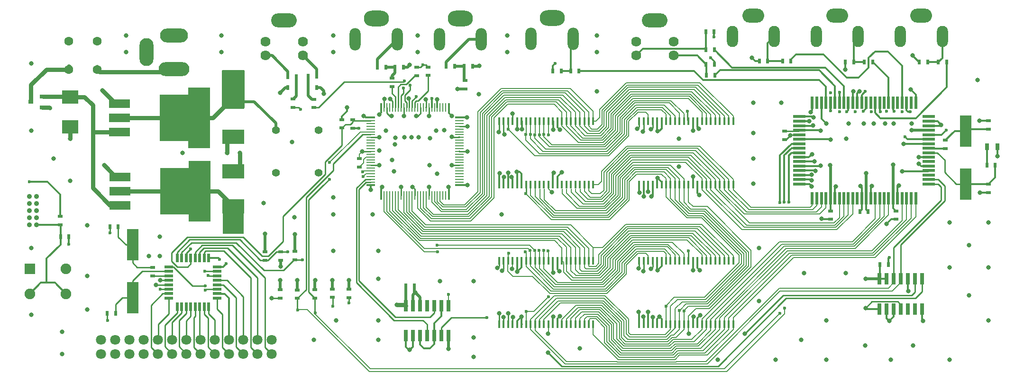
<source format=gtl>
%TF.GenerationSoftware,KiCad,Pcbnew,8.0.0-8.0.0-1~ubuntu23.10.1*%
%TF.CreationDate,2024-02-25T10:57:16+11:00*%
%TF.ProjectId,tbc,7462632e-6b69-4636-9164-5f7063625858,rev?*%
%TF.SameCoordinates,Original*%
%TF.FileFunction,Copper,L1,Top*%
%TF.FilePolarity,Positive*%
%FSLAX46Y46*%
G04 Gerber Fmt 4.6, Leading zero omitted, Abs format (unit mm)*
G04 Created by KiCad (PCBNEW 8.0.0-8.0.0-1~ubuntu23.10.1) date 2024-02-25 10:57:16*
%MOMM*%
%LPD*%
G01*
G04 APERTURE LIST*
%TA.AperFunction,SMDPad,CuDef*%
%ADD10R,0.900000X0.600000*%
%TD*%
%TA.AperFunction,SMDPad,CuDef*%
%ADD11R,4.000000X2.500000*%
%TD*%
%TA.AperFunction,ComponentPad*%
%ADD12O,5.500000X2.500000*%
%TD*%
%TA.AperFunction,ComponentPad*%
%ADD13O,5.000000X2.500000*%
%TD*%
%TA.AperFunction,ComponentPad*%
%ADD14O,2.500000X5.000000*%
%TD*%
%TA.AperFunction,SMDPad,CuDef*%
%ADD15R,0.450000X1.400000*%
%TD*%
%TA.AperFunction,SMDPad,CuDef*%
%ADD16R,0.600000X0.900000*%
%TD*%
%TA.AperFunction,SMDPad,CuDef*%
%ADD17R,0.900000X0.800000*%
%TD*%
%TA.AperFunction,SMDPad,CuDef*%
%ADD18R,1.600000X0.500000*%
%TD*%
%TA.AperFunction,SMDPad,CuDef*%
%ADD19R,0.500000X1.600000*%
%TD*%
%TA.AperFunction,ComponentPad*%
%ADD20O,4.500000X2.800000*%
%TD*%
%TA.AperFunction,ComponentPad*%
%ADD21O,2.000000X4.000000*%
%TD*%
%TA.AperFunction,ComponentPad*%
%ADD22C,1.400000*%
%TD*%
%TA.AperFunction,ComponentPad*%
%ADD23O,4.580000X2.500000*%
%TD*%
%TA.AperFunction,ComponentPad*%
%ADD24C,1.780000*%
%TD*%
%TA.AperFunction,SMDPad,CuDef*%
%ADD25R,0.400000X1.500000*%
%TD*%
%TA.AperFunction,SMDPad,CuDef*%
%ADD26R,0.280000X1.500000*%
%TD*%
%TA.AperFunction,SMDPad,CuDef*%
%ADD27R,1.500000X0.400000*%
%TD*%
%TA.AperFunction,SMDPad,CuDef*%
%ADD28R,1.500000X0.280000*%
%TD*%
%TA.AperFunction,SMDPad,CuDef*%
%ADD29R,2.100000X5.600000*%
%TD*%
%TA.AperFunction,SMDPad,CuDef*%
%ADD30R,0.700000X1.300000*%
%TD*%
%TA.AperFunction,SMDPad,CuDef*%
%ADD31R,3.000000X2.400000*%
%TD*%
%TA.AperFunction,ComponentPad*%
%ADD32R,1.900000X1.900000*%
%TD*%
%TA.AperFunction,ComponentPad*%
%ADD33C,1.900000*%
%TD*%
%TA.AperFunction,SMDPad,CuDef*%
%ADD34R,3.800000X1.500000*%
%TD*%
%TA.AperFunction,SMDPad,CuDef*%
%ADD35R,3.910000X10.800000*%
%TD*%
%TA.AperFunction,SMDPad,CuDef*%
%ADD36R,6.990000X8.330000*%
%TD*%
%TA.AperFunction,SMDPad,CuDef*%
%ADD37R,0.700000X2.000000*%
%TD*%
%TA.AperFunction,ComponentPad*%
%ADD38C,0.900000*%
%TD*%
%TA.AperFunction,ComponentPad*%
%ADD39O,3.900000X2.500000*%
%TD*%
%TA.AperFunction,ComponentPad*%
%ADD40O,2.000000X3.800000*%
%TD*%
%TA.AperFunction,ComponentPad*%
%ADD41C,1.800000*%
%TD*%
%TA.AperFunction,SMDPad,CuDef*%
%ADD42R,0.600000X2.200000*%
%TD*%
%TA.AperFunction,SMDPad,CuDef*%
%ADD43R,0.500000X2.200000*%
%TD*%
%TA.AperFunction,SMDPad,CuDef*%
%ADD44R,2.200000X0.600000*%
%TD*%
%TA.AperFunction,SMDPad,CuDef*%
%ADD45R,2.200000X0.500000*%
%TD*%
%TA.AperFunction,ComponentPad*%
%ADD46C,1.600000*%
%TD*%
%TA.AperFunction,ViaPad*%
%ADD47C,0.800000*%
%TD*%
%TA.AperFunction,ViaPad*%
%ADD48C,0.600000*%
%TD*%
%TA.AperFunction,Conductor*%
%ADD49C,0.300000*%
%TD*%
%TA.AperFunction,Conductor*%
%ADD50C,0.200000*%
%TD*%
%TA.AperFunction,Conductor*%
%ADD51C,0.250000*%
%TD*%
%TA.AperFunction,Conductor*%
%ADD52C,0.800000*%
%TD*%
%TA.AperFunction,Conductor*%
%ADD53C,0.500000*%
%TD*%
G04 APERTURE END LIST*
D10*
%TO.P,C9,1*%
%TO.N,Net-(C9-Pad1)*%
X129250000Y-75750000D03*
%TO.P,C9,2*%
%TO.N,Net-(U1-AI11)*%
X129250000Y-77250000D03*
%TD*%
D11*
%TO.P,C55,1*%
%TO.N,+5V*%
X100875000Y-98700000D03*
%TO.P,C55,2*%
%TO.N,GND*%
X100875000Y-92400000D03*
%TD*%
D12*
%TO.P,J7,1*%
%TO.N,Net-(SW2-A)*%
X90237500Y-74100000D03*
D13*
%TO.P,J7,2*%
%TO.N,GND*%
X90237500Y-68100000D03*
D14*
%TO.P,J7,3*%
%TO.N,unconnected-(J7-Pad3)*%
X85337500Y-71100000D03*
%TD*%
D15*
%TO.P,U3,1,DIN0*%
%TO.N,/Frame Memories and Freeze/HPD0*%
X165150000Y-83420000D03*
%TO.P,U3,2,DIN1*%
%TO.N,/Frame Memories and Freeze/HPD1*%
X164350000Y-83420000D03*
%TO.P,U3,3,DIN2*%
%TO.N,/Frame Memories and Freeze/HPD2*%
X163550000Y-83420000D03*
%TO.P,U3,4,DIN3*%
%TO.N,/Frame Memories and Freeze/HPD3*%
X162750000Y-83420000D03*
%TO.P,U3,5,DIN4*%
%TO.N,/Frame Memories and Freeze/HPD4*%
X161950000Y-83420000D03*
%TO.P,U3,6,DIN5*%
%TO.N,/Frame Memories and Freeze/HPD5*%
X161150000Y-83420000D03*
%TO.P,U3,7,DIN6*%
%TO.N,/Frame Memories and Freeze/HPD6*%
X160350000Y-83420000D03*
%TO.P,U3,8,DIN7*%
%TO.N,/Frame Memories and Freeze/HPD7*%
X159550000Y-83420000D03*
%TO.P,U3,9,VSS*%
%TO.N,GND*%
X158750000Y-83420000D03*
%TO.P,U3,10,VCC*%
%TO.N,+5V*%
X157950000Y-83420000D03*
%TO.P,U3,11,~{WE}*%
%TO.N,Net-(U2-3Y)*%
X157150000Y-83420000D03*
%TO.P,U3,12,~{CGW}*%
%TO.N,/Frame Memories and Freeze/IDQ*%
X156350000Y-83420000D03*
%TO.P,U3,13,WCK*%
%TO.N,/Frame Memories and Freeze/ICLK*%
X155550000Y-83420000D03*
%TO.P,U3,14,~{WRS}*%
%TO.N,/Frame Memories and Freeze/IGPV*%
X154750000Y-83420000D03*
%TO.P,U3,15,~{WLRS}*%
%TO.N,/Frame Memories and Freeze/IGPH*%
X153950000Y-83420000D03*
%TO.P,U3,16,~{WCLR}*%
%TO.N,/Frame Memories and Freeze/MEM_CLR*%
X153150000Y-83420000D03*
%TO.P,U3,17,~{WWND}*%
%TO.N,+5V*%
X152350000Y-83420000D03*
%TO.P,U3,18,~{WAS}*%
X151550000Y-83420000D03*
%TO.P,U3,19,WAD*%
%TO.N,GND*%
X150750000Y-83420000D03*
%TO.P,U3,20,MODE0*%
%TO.N,/Frame Memories and Freeze/MEM_MODE*%
X149950000Y-83420000D03*
%TO.P,U3,21,MODE1*%
%TO.N,GND*%
X149150000Y-83420000D03*
%TO.P,U3,22,TEST0*%
X148350000Y-83420000D03*
%TO.P,U3,23,TEST3*%
X148350000Y-94780000D03*
%TO.P,U3,24,TEST2*%
X149150000Y-94780000D03*
%TO.P,U3,25,TEST1*%
X149950000Y-94780000D03*
%TO.P,U3,26,RAD*%
X150750000Y-94780000D03*
%TO.P,U3,27,~{RAS}*%
%TO.N,+5V*%
X151550000Y-94780000D03*
%TO.P,U3,28,~{RWND}*%
X152350000Y-94780000D03*
%TO.P,U3,29,~{RCLR}*%
%TO.N,/Frame Memories and Freeze/MEM_CLR*%
X153150000Y-94780000D03*
%TO.P,U3,30,~{RLRS}*%
%TO.N,/Frame Memories and Freeze/RCV2*%
X153950000Y-94780000D03*
%TO.P,U3,31,~{RRS}*%
%TO.N,/Frame Memories and Freeze/RCV1*%
X154750000Y-94780000D03*
%TO.P,U3,32,RCK*%
%TO.N,/Frame Memories and Freeze/LLC*%
X155550000Y-94780000D03*
%TO.P,U3,33,~{CGR}*%
%TO.N,/Frame Memories and Freeze/CREF*%
X156350000Y-94780000D03*
%TO.P,U3,34,~{OE}*%
%TO.N,/Frame Memories and Freeze/Q2*%
X157150000Y-94780000D03*
%TO.P,U3,35,VCC*%
%TO.N,+5V*%
X157950000Y-94780000D03*
%TO.P,U3,36,VSS*%
%TO.N,GND*%
X158750000Y-94780000D03*
%TO.P,U3,37,DOUT7*%
%TO.N,/Frame Memories and Freeze/DP7*%
X159550000Y-94780000D03*
%TO.P,U3,38,DOUT6*%
%TO.N,/Frame Memories and Freeze/DP6*%
X160350000Y-94780000D03*
%TO.P,U3,39,DOUT5*%
%TO.N,/Frame Memories and Freeze/DP5*%
X161150000Y-94780000D03*
%TO.P,U3,40,DOUT4*%
%TO.N,/Frame Memories and Freeze/DP4*%
X161950000Y-94780000D03*
%TO.P,U3,41,DOUT3*%
%TO.N,/Frame Memories and Freeze/DP3*%
X162750000Y-94780000D03*
%TO.P,U3,42,DOUT2*%
%TO.N,/Frame Memories and Freeze/DP2*%
X163550000Y-94780000D03*
%TO.P,U3,43,DOUT1*%
%TO.N,/Frame Memories and Freeze/DP1*%
X164350000Y-94780000D03*
%TO.P,U3,44,DOUT0*%
%TO.N,/Frame Memories and Freeze/DP0*%
X165150000Y-94780000D03*
%TD*%
D16*
%TO.P,C53,1*%
%TO.N,Net-(U11-PC14-OSC32_IN)*%
X79850000Y-117800000D03*
%TO.P,C53,2*%
%TO.N,GND*%
X78350000Y-117800000D03*
%TD*%
D17*
%TO.P,Q1,1,G*%
%TO.N,GND*%
X66700000Y-81000000D03*
%TO.P,Q1,2,S*%
%TO.N,/Microcontroller\u002C Power/PIN*%
X66700000Y-79000000D03*
%TO.P,Q1,3,D*%
%TO.N,Net-(Q1-D)*%
X64700000Y-80000000D03*
%TD*%
D18*
%TO.P,U11,1,I2C1_SDA*%
%TO.N,/Microcontroller\u002C Power/SDA*%
X89300000Y-109500000D03*
%TO.P,U11,2,OSC32_IN*%
%TO.N,Net-(U11-PC14-OSC32_IN)*%
X89300000Y-110300000D03*
%TO.P,U11,3,OSC32_OUT*%
%TO.N,Net-(U11-PC15-OSC32_OUT)*%
X89300000Y-111100000D03*
%TO.P,U11,4,VDD/VDDA*%
%TO.N,+3V3*%
X89300000Y-111900000D03*
%TO.P,U11,5,VSS/VSSA*%
%TO.N,GND*%
X89300000Y-112700000D03*
%TO.P,U11,6,NRST*%
%TO.N,Net-(U11-PF2-NRST)*%
X89300000Y-113500000D03*
%TO.P,U11,7,PA0*%
%TO.N,/Microcontroller\u002C Power/D_READY*%
X89300000Y-114300000D03*
%TO.P,U11,8,PA1*%
%TO.N,/Microcontroller\u002C Power/D_SIGNAL*%
X89300000Y-115100000D03*
D19*
%TO.P,U11,9,PA2*%
%TO.N,/Microcontroller\u002C Power/D_INTERLACED*%
X90850000Y-116650000D03*
%TO.P,U11,10,PA3*%
%TO.N,/Microcontroller\u002C Power/D_50HZ*%
X91650000Y-116650000D03*
%TO.P,U11,11,PA4*%
%TO.N,/Microcontroller\u002C Power/D_60HZ*%
X92450000Y-116650000D03*
%TO.P,U11,12,PA5*%
%TO.N,/Microcontroller\u002C Power/EXP_1*%
X93250000Y-116650000D03*
%TO.P,U11,13,PA6*%
%TO.N,/Microcontroller\u002C Power/EXP_2*%
X94050000Y-116650000D03*
%TO.P,U11,14,PA7*%
%TO.N,/Microcontroller\u002C Power/EXP_3*%
X94850000Y-116650000D03*
%TO.P,U11,15,PB0*%
%TO.N,/Microcontroller\u002C Power/RENC_A*%
X95650000Y-116650000D03*
%TO.P,U11,16,PB1*%
%TO.N,/Microcontroller\u002C Power/RENC_B*%
X96450000Y-116650000D03*
D18*
%TO.P,U11,17,PB2*%
%TO.N,/Microcontroller\u002C Power/RENC_SW*%
X98000000Y-115100000D03*
%TO.P,U11,18,PA8*%
%TO.N,/Microcontroller\u002C Power/EXP_4*%
X98000000Y-114300000D03*
%TO.P,U11,19,I2C1_SCL*%
%TO.N,/Microcontroller\u002C Power/SCL*%
X98000000Y-113500000D03*
%TO.P,U11,20,PC6*%
%TO.N,/Microcontroller\u002C Power/EXP_5*%
X98000000Y-112700000D03*
%TO.P,U11,21,PA10*%
%TO.N,/Microcontroller\u002C Power/EXP_6*%
X98000000Y-111900000D03*
%TO.P,U11,22,I2C2_SCL*%
%TO.N,/Microcontroller\u002C Power/SCL2*%
X98000000Y-111100000D03*
%TO.P,U11,23,I2C2_SDA*%
%TO.N,/Microcontroller\u002C Power/SDA2*%
X98000000Y-110300000D03*
%TO.P,U11,24,SWDIO*%
%TO.N,Net-(U11-PA13)*%
X98000000Y-109500000D03*
D19*
%TO.P,U11,25,SWCLK*%
%TO.N,Net-(U11-PA14-BOOT0)*%
X96450000Y-107950000D03*
%TO.P,U11,26,PA15*%
%TO.N,/Microcontroller\u002C Power/EXP_7*%
X95650000Y-107950000D03*
%TO.P,U11,27,PB3*%
%TO.N,/Microcontroller\u002C Power/EXP_8*%
X94850000Y-107950000D03*
%TO.P,U11,28,PB4*%
%TO.N,/Microcontroller\u002C Power/EXP_9*%
X94050000Y-107950000D03*
%TO.P,U11,29,PB5-OD*%
%TO.N,/Microcontroller\u002C Power/VDEC_RST*%
X93250000Y-107950000D03*
%TO.P,U11,30,PB6-OD*%
%TO.N,/Microcontroller\u002C Power/VENC_RST*%
X92450000Y-107950000D03*
%TO.P,U11,31,PB7-OD*%
%TO.N,/Frame Memories and Freeze/MEM_MODE*%
X91650000Y-107950000D03*
%TO.P,U11,32,PB8-OD*%
%TO.N,/Frame Memories and Freeze/MEM_CLR*%
X90850000Y-107950000D03*
%TD*%
D16*
%TO.P,R17,1*%
%TO.N,Net-(U7-GREEN)*%
X215075000Y-72825000D03*
%TO.P,R17,2*%
%TO.N,/Video Encoder/G*%
X213575000Y-72825000D03*
%TD*%
D10*
%TO.P,R30,1*%
%TO.N,/Microcontroller\u002C Power/SCL*%
X115410000Y-115085000D03*
%TO.P,R30,2*%
%TO.N,+3V3*%
X115410000Y-113585000D03*
%TD*%
D16*
%TO.P,R6,1*%
%TO.N,GND*%
X143570000Y-73600000D03*
%TO.P,R6,2*%
%TO.N,Net-(C8-Pad1)*%
X142070000Y-73600000D03*
%TD*%
%TO.P,R26,1*%
%TO.N,GND*%
X186730000Y-67460000D03*
%TO.P,R26,2*%
%TO.N,/Video Encoder/C_OUT*%
X185230000Y-67460000D03*
%TD*%
D10*
%TO.P,R28,1*%
%TO.N,/Microcontroller\u002C Power/SCL2*%
X118575000Y-114975000D03*
%TO.P,R28,2*%
%TO.N,+3V3*%
X118575000Y-113475000D03*
%TD*%
D20*
%TO.P,J5,1*%
%TO.N,GND*%
X157800000Y-64975000D03*
D21*
%TO.P,J5,2*%
%TO.N,/Video Encoder/CVBS_OUT*%
X161550000Y-68675000D03*
%TO.P,J5,3*%
%TO.N,unconnected-(J5-Pad3)*%
X154050000Y-68675000D03*
%TD*%
D22*
%TO.P,X1,1,NC*%
%TO.N,unconnected-(X1-NC-Pad1)*%
X108465000Y-92660000D03*
%TO.P,X1,4,GND*%
%TO.N,GND*%
X116085000Y-92660000D03*
%TO.P,X1,5,OUT*%
%TO.N,Net-(U1-XTALI)*%
X116085000Y-85040000D03*
%TO.P,X1,8,VDD*%
%TO.N,+3V3*%
X108465000Y-85040000D03*
%TD*%
D11*
%TO.P,C54,1*%
%TO.N,+3V3*%
X100875000Y-79950000D03*
%TO.P,C54,2*%
%TO.N,GND*%
X100875000Y-86250000D03*
%TD*%
D10*
%TO.P,C42,1*%
%TO.N,+3V3*%
X199300000Y-85250000D03*
%TO.P,C42,2*%
%TO.N,GND*%
X199300000Y-86750000D03*
%TD*%
D23*
%TO.P,J4,*%
%TO.N,*%
X176140000Y-65415000D03*
D24*
%TO.P,J4,1*%
%TO.N,GND*%
X179490000Y-69225000D03*
%TO.P,J4,2*%
X172790000Y-69225000D03*
%TO.P,J4,3*%
%TO.N,/Video Encoder/Y_OUT*%
X179490000Y-71715000D03*
%TO.P,J4,4*%
%TO.N,/Video Encoder/C_OUT*%
X172790000Y-71715000D03*
%TD*%
D10*
%TO.P,C8,1*%
%TO.N,Net-(C8-Pad1)*%
X142250000Y-76150000D03*
%TO.P,C8,2*%
%TO.N,Net-(U1-AI12)*%
X142250000Y-77650000D03*
%TD*%
%TO.P,R27,1*%
%TO.N,Net-(U11-PF2-NRST)*%
X69950000Y-102000000D03*
%TO.P,R27,2*%
%TO.N,+3V3*%
X69950000Y-100500000D03*
%TD*%
D20*
%TO.P,J3,1*%
%TO.N,GND*%
X126400000Y-65100000D03*
D21*
%TO.P,J3,2*%
%TO.N,/Video Decoder/CVBS_1_IN*%
X130150000Y-68800000D03*
%TO.P,J3,3*%
%TO.N,GND*%
X122650000Y-68800000D03*
%TD*%
D10*
%TO.P,C14,1*%
%TO.N,GND*%
X122180000Y-84680000D03*
%TO.P,C14,2*%
%TO.N,/Microcontroller\u002C Power/VDEC_RST*%
X122180000Y-83180000D03*
%TD*%
D16*
%TO.P,R4,1*%
%TO.N,/Video Decoder/CVBS_1_IN*%
X126600000Y-73760000D03*
%TO.P,R4,2*%
%TO.N,Net-(C9-Pad1)*%
X128100000Y-73760000D03*
%TD*%
D10*
%TO.P,C48,1*%
%TO.N,+5V*%
X207500000Y-99500000D03*
%TO.P,C48,2*%
%TO.N,GND*%
X207500000Y-101000000D03*
%TD*%
%TO.P,C6,1*%
%TO.N,Net-(C6-Pad1)*%
X111550000Y-79470000D03*
%TO.P,C6,2*%
%TO.N,Net-(U1-AI22)*%
X111550000Y-80970000D03*
%TD*%
D25*
%TO.P,U1,1,VDDD(EP1)*%
%TO.N,+3V3*%
X139360000Y-80950000D03*
D26*
%TO.P,U1,2,TDO*%
%TO.N,unconnected-(U1-TDO-Pad2)*%
X138800000Y-80950000D03*
%TO.P,U1,3,TDI*%
%TO.N,unconnected-(U1-TDI-Pad3)*%
X138300000Y-80950000D03*
%TO.P,U1,4,XTOUT*%
%TO.N,unconnected-(U1-XTOUT-Pad4)*%
X137800000Y-80950000D03*
%TO.P,U1,5,VSS(XTAL)*%
%TO.N,GND*%
X137300000Y-80950000D03*
%TO.P,U1,6,XTALO*%
%TO.N,unconnected-(U1-XTALO-Pad6)*%
X136800000Y-80950000D03*
%TO.P,U1,7,XTALI*%
%TO.N,Net-(U1-XTALI)*%
X136300000Y-80950000D03*
%TO.P,U1,8,VDD(XTAL)*%
%TO.N,+3V3*%
X135800000Y-80950000D03*
%TO.P,U1,9,VSSA2*%
%TO.N,GND*%
X135300000Y-80950000D03*
%TO.P,U1,10,AI24*%
%TO.N,unconnected-(U1-AI24-Pad10)*%
X134800000Y-80950000D03*
%TO.P,U1,11,VDDA2*%
%TO.N,+3V3A*%
X134300000Y-80950000D03*
%TO.P,U1,12,AI23*%
%TO.N,unconnected-(U1-AI23-Pad12)*%
X133800000Y-80950000D03*
%TO.P,U1,13,AI2D*%
%TO.N,Net-(U1-AI2D)*%
X133300000Y-80950000D03*
%TO.P,U1,14,AI22*%
%TO.N,Net-(U1-AI22)*%
X132800000Y-80950000D03*
%TO.P,U1,15,VSSA1*%
%TO.N,GND*%
X132300000Y-80950000D03*
%TO.P,U1,16,AI21*%
%TO.N,Net-(U1-AI21)*%
X131800000Y-80950000D03*
%TO.P,U1,17,VDDA1*%
%TO.N,+3V3A*%
X131300000Y-80950000D03*
%TO.P,U1,18,AI12*%
%TO.N,Net-(U1-AI12)*%
X130800000Y-80950000D03*
%TO.P,U1,19,AI1D*%
%TO.N,Net-(U1-AI1D)*%
X130300000Y-80950000D03*
%TO.P,U1,20,AI11*%
%TO.N,Net-(U1-AI11)*%
X129800000Y-80950000D03*
%TO.P,U1,21,AGND*%
%TO.N,GND*%
X129300000Y-80950000D03*
%TO.P,U1,22,AOUT*%
%TO.N,unconnected-(U1-AOUT-Pad22)*%
X128800000Y-80950000D03*
%TO.P,U1,23,VDDA0*%
%TO.N,+3V3A*%
X128300000Y-80950000D03*
%TO.P,U1,24,VSSA0*%
%TO.N,GND*%
X127800000Y-80950000D03*
D25*
%TO.P,U1,25,VDDD(EP2)*%
%TO.N,+3V3*%
X127240000Y-80950000D03*
D27*
%TO.P,U1,26,VSSD(EP1)*%
%TO.N,GND*%
X125400000Y-82790000D03*
D28*
%TO.P,U1,27,CE*%
%TO.N,/Microcontroller\u002C Power/VDEC_RST*%
X125400000Y-83350000D03*
%TO.P,U1,28,LLC*%
%TO.N,unconnected-(U1-LLC-Pad28)*%
X125400000Y-83850000D03*
%TO.P,U1,29,LLC2*%
%TO.N,unconnected-(U1-LLC2-Pad29)*%
X125400000Y-84350000D03*
%TO.P,U1,30,~{RES}*%
%TO.N,unconnected-(U1-~{RES}-Pad30)*%
X125400000Y-84850000D03*
%TO.P,U1,31,SCL*%
%TO.N,/Microcontroller\u002C Power/SCL*%
X125400000Y-85350000D03*
%TO.P,U1,32,SDA*%
%TO.N,/Microcontroller\u002C Power/SDA*%
X125400000Y-85850000D03*
%TO.P,U1,33,VDDD(ICO1)*%
%TO.N,+3V3*%
X125400000Y-86350000D03*
%TO.P,U1,34,RTS0*%
%TO.N,unconnected-(U1-RTS0-Pad34)*%
X125400000Y-86850000D03*
%TO.P,U1,35,RTS1*%
%TO.N,unconnected-(U1-RTS1-Pad35)*%
X125400000Y-87350000D03*
%TO.P,U1,36,RTCO*%
%TO.N,unconnected-(U1-RTCO-Pad36)*%
X125400000Y-87850000D03*
%TO.P,U1,37,AMCLK*%
%TO.N,unconnected-(U1-AMCLK-Pad37)*%
X125400000Y-88350000D03*
%TO.P,U1,38,VSSD(ICO1)*%
%TO.N,GND*%
X125400000Y-88850000D03*
%TO.P,U1,39,ASCLK*%
%TO.N,unconnected-(U1-ASCLK-Pad39)*%
X125400000Y-89350000D03*
%TO.P,U1,40,ALRCLK*%
%TO.N,Net-(U1-ALRCLK)*%
X125400000Y-89850000D03*
%TO.P,U1,41,AMXCLK*%
%TO.N,unconnected-(U1-AMXCLK-Pad41)*%
X125400000Y-90350000D03*
%TO.P,U1,42,ITRDY*%
%TO.N,unconnected-(U1-ITRDY-Pad42)*%
X125400000Y-90850000D03*
%TO.P,U1,43,VDDD(ICO2)*%
%TO.N,+3V3*%
X125400000Y-91350000D03*
%TO.P,U1,44,TEST0*%
%TO.N,unconnected-(U1-TEST0-Pad44)*%
X125400000Y-91850000D03*
%TO.P,U1,45,ICLK*%
%TO.N,/Frame Memories and Freeze/ICLK*%
X125400000Y-92350000D03*
%TO.P,U1,46,IDQ*%
%TO.N,/Frame Memories and Freeze/IDQ*%
X125400000Y-92850000D03*
%TO.P,U1,47,ITRI*%
%TO.N,unconnected-(U1-ITRI-Pad47)*%
X125400000Y-93350000D03*
%TO.P,U1,48,IGP0*%
%TO.N,/Frame Memories and Freeze/IGP0*%
X125400000Y-93850000D03*
%TO.P,U1,49,IGP1*%
%TO.N,/Frame Memories and Freeze/IGP1*%
X125400000Y-94350000D03*
D27*
%TO.P,U1,50,VSSD(EP2)*%
%TO.N,GND*%
X125400000Y-94910000D03*
D25*
%TO.P,U1,51,VDDD(EP3)*%
%TO.N,+3V3*%
X127240000Y-96750000D03*
D26*
%TO.P,U1,52,IGPV*%
%TO.N,/Frame Memories and Freeze/IGPV*%
X127800000Y-96750000D03*
%TO.P,U1,53,IGPH*%
%TO.N,/Frame Memories and Freeze/IGPH*%
X128300000Y-96750000D03*
%TO.P,U1,54,IPD7*%
%TO.N,/Frame Memories and Freeze/IPD7*%
X128800000Y-96750000D03*
%TO.P,U1,55,IPD6*%
%TO.N,/Frame Memories and Freeze/IPD6*%
X129300000Y-96750000D03*
%TO.P,U1,56,IPD5*%
%TO.N,/Frame Memories and Freeze/IPD5*%
X129800000Y-96750000D03*
%TO.P,U1,57,IPD4*%
%TO.N,/Frame Memories and Freeze/IPD4*%
X130300000Y-96750000D03*
%TO.P,U1,58,VDDD(ICO3)*%
%TO.N,+3V3*%
X130800000Y-96750000D03*
%TO.P,U1,59,IPD3*%
%TO.N,/Frame Memories and Freeze/IPD3*%
X131300000Y-96750000D03*
%TO.P,U1,60,IPD2*%
%TO.N,/Frame Memories and Freeze/IPD2*%
X131800000Y-96750000D03*
%TO.P,U1,61,IPD1*%
%TO.N,/Frame Memories and Freeze/IPD1*%
X132300000Y-96750000D03*
%TO.P,U1,62,IPD0*%
%TO.N,/Frame Memories and Freeze/IPD0*%
X132800000Y-96750000D03*
%TO.P,U1,63,VSSD(ICO2)*%
%TO.N,GND*%
X133300000Y-96750000D03*
%TO.P,U1,64,HPD7*%
%TO.N,/Frame Memories and Freeze/HPD7*%
X133800000Y-96750000D03*
%TO.P,U1,65,HPD6*%
%TO.N,/Frame Memories and Freeze/HPD6*%
X134300000Y-96750000D03*
%TO.P,U1,66,HPD5*%
%TO.N,/Frame Memories and Freeze/HPD5*%
X134800000Y-96750000D03*
%TO.P,U1,67,HPD4*%
%TO.N,/Frame Memories and Freeze/HPD4*%
X135300000Y-96750000D03*
%TO.P,U1,68,VDDD(ICO4)*%
%TO.N,+3V3*%
X135800000Y-96750000D03*
%TO.P,U1,69,HPD3*%
%TO.N,/Frame Memories and Freeze/HPD3*%
X136300000Y-96750000D03*
%TO.P,U1,70,HPD2*%
%TO.N,/Frame Memories and Freeze/HPD2*%
X136800000Y-96750000D03*
%TO.P,U1,71,HPD1*%
%TO.N,/Frame Memories and Freeze/HPD1*%
X137300000Y-96750000D03*
%TO.P,U1,72,HPD0*%
%TO.N,/Frame Memories and Freeze/HPD0*%
X137800000Y-96750000D03*
%TO.P,U1,73,TEST1*%
%TO.N,unconnected-(U1-TEST1-Pad73)*%
X138300000Y-96750000D03*
%TO.P,U1,74,TEST2*%
%TO.N,unconnected-(U1-TEST2-Pad74)*%
X138800000Y-96750000D03*
D25*
%TO.P,U1,75,VDDD(EP4)*%
%TO.N,+3V3*%
X139360000Y-96750000D03*
D27*
%TO.P,U1,76,VSSD(EP3)*%
%TO.N,GND*%
X141200000Y-94910000D03*
D28*
%TO.P,U1,77,TEST3*%
%TO.N,unconnected-(U1-TEST3-Pad77)*%
X141200000Y-94350000D03*
%TO.P,U1,78,TEST4*%
%TO.N,unconnected-(U1-TEST4-Pad78)*%
X141200000Y-93850000D03*
%TO.P,U1,79,TEST5*%
%TO.N,unconnected-(U1-TEST5-Pad79)*%
X141200000Y-93350000D03*
%TO.P,U1,80,XTRI*%
%TO.N,unconnected-(U1-XTRI-Pad80)*%
X141200000Y-92850000D03*
%TO.P,U1,81,XPD7*%
%TO.N,unconnected-(U1-XPD7-Pad81)*%
X141200000Y-92350000D03*
%TO.P,U1,82,XPD6*%
%TO.N,unconnected-(U1-XPD6-Pad82)*%
X141200000Y-91850000D03*
%TO.P,U1,83,VDDD(ICO5)*%
%TO.N,+3V3*%
X141200000Y-91350000D03*
%TO.P,U1,84,XPD5*%
%TO.N,unconnected-(U1-XPD5-Pad84)*%
X141200000Y-90850000D03*
%TO.P,U1,85,XPD4*%
%TO.N,unconnected-(U1-XPD4-Pad85)*%
X141200000Y-90350000D03*
%TO.P,U1,86,XPD3*%
%TO.N,unconnected-(U1-XPD3-Pad86)*%
X141200000Y-89850000D03*
%TO.P,U1,87,XPD2*%
%TO.N,unconnected-(U1-XPD2-Pad87)*%
X141200000Y-89350000D03*
%TO.P,U1,88,VSSD(ICO3)*%
%TO.N,GND*%
X141200000Y-88850000D03*
%TO.P,U1,89,XPD1*%
%TO.N,unconnected-(U1-XPD1-Pad89)*%
X141200000Y-88350000D03*
%TO.P,U1,90,XPD0*%
%TO.N,unconnected-(U1-XPD0-Pad90)*%
X141200000Y-87850000D03*
%TO.P,U1,91,XRV*%
%TO.N,unconnected-(U1-XRV-Pad91)*%
X141200000Y-87350000D03*
%TO.P,U1,92,XRH*%
%TO.N,unconnected-(U1-XRH-Pad92)*%
X141200000Y-86850000D03*
%TO.P,U1,93,VDDD(ICO6)*%
%TO.N,+3V3*%
X141200000Y-86350000D03*
%TO.P,U1,94,XCLK*%
%TO.N,unconnected-(U1-XCLK-Pad94)*%
X141200000Y-85850000D03*
%TO.P,U1,95,XDQ*%
%TO.N,unconnected-(U1-XDQ-Pad95)*%
X141200000Y-85350000D03*
%TO.P,U1,96,XRDY*%
%TO.N,unconnected-(U1-XRDY-Pad96)*%
X141200000Y-84850000D03*
%TO.P,U1,97,~{TRST}*%
%TO.N,GND*%
X141200000Y-84350000D03*
%TO.P,U1,98,TCK*%
%TO.N,unconnected-(U1-TCK-Pad98)*%
X141200000Y-83850000D03*
%TO.P,U1,99,TMS*%
%TO.N,unconnected-(U1-TMS-Pad99)*%
X141200000Y-83350000D03*
D27*
%TO.P,U1,100,VSSD(EP4)*%
%TO.N,GND*%
X141200000Y-82790000D03*
%TD*%
D23*
%TO.P,J1,*%
%TO.N,*%
X109950000Y-65385000D03*
D24*
%TO.P,J1,1*%
%TO.N,GND*%
X113300000Y-69195000D03*
%TO.P,J1,2*%
X106600000Y-69195000D03*
%TO.P,J1,3*%
%TO.N,/Video Decoder/Y_IN*%
X113300000Y-71685000D03*
%TO.P,J1,4*%
%TO.N,/Video Decoder/C_IN*%
X106600000Y-71685000D03*
%TD*%
D29*
%TO.P,Y1,1*%
%TO.N,Net-(U7-XTALI)*%
X231650000Y-94700000D03*
%TO.P,Y1,2*%
%TO.N,Net-(C27-Pad1)*%
X231650000Y-85200000D03*
%TD*%
D16*
%TO.P,R16,1*%
%TO.N,GND*%
X223350000Y-72900000D03*
%TO.P,R16,2*%
%TO.N,/Video Encoder/R*%
X224850000Y-72900000D03*
%TD*%
D30*
%TO.P,L2,1,1*%
%TO.N,GND*%
X237350000Y-88050000D03*
%TO.P,L2,2,2*%
%TO.N,Net-(C29-Pad2)*%
X235450000Y-88050000D03*
%TD*%
D29*
%TO.P,Y2,1*%
%TO.N,Net-(C52-Pad1)*%
X82900000Y-105550000D03*
%TO.P,Y2,2*%
%TO.N,Net-(U11-PC14-OSC32_IN)*%
X82900000Y-115050000D03*
%TD*%
D10*
%TO.P,R10,1*%
%TO.N,Net-(U1-ALRCLK)*%
X123390000Y-91670000D03*
%TO.P,R10,2*%
%TO.N,GND*%
X123390000Y-90170000D03*
%TD*%
D16*
%TO.P,C61,1*%
%TO.N,GND*%
X133175000Y-112900000D03*
%TO.P,C61,2*%
%TO.N,+5V*%
X131675000Y-112900000D03*
%TD*%
D31*
%TO.P,C51,1*%
%TO.N,/Microcontroller\u002C Power/PIN*%
X71700000Y-79100000D03*
%TO.P,C51,2*%
%TO.N,GND*%
X71700000Y-84500000D03*
%TD*%
D10*
%TO.P,R9,1*%
%TO.N,+3V3*%
X120280000Y-83170000D03*
%TO.P,R9,2*%
%TO.N,/Microcontroller\u002C Power/VDEC_RST*%
X120280000Y-84670000D03*
%TD*%
%TO.P,C22,1*%
%TO.N,GND*%
X109310000Y-108330000D03*
%TO.P,C22,2*%
%TO.N,/Frame Memories and Freeze/MEM_CLR*%
X109310000Y-106830000D03*
%TD*%
D16*
%TO.P,C52,1*%
%TO.N,Net-(C52-Pad1)*%
X80300000Y-102350000D03*
%TO.P,C52,2*%
%TO.N,GND*%
X78800000Y-102350000D03*
%TD*%
%TO.P,R8,1*%
%TO.N,GND*%
X110590000Y-77420000D03*
%TO.P,R8,2*%
%TO.N,Net-(C6-Pad1)*%
X112090000Y-77420000D03*
%TD*%
%TO.P,R18,1*%
%TO.N,GND*%
X210175000Y-72850000D03*
%TO.P,R18,2*%
%TO.N,/Video Encoder/G*%
X211675000Y-72850000D03*
%TD*%
D32*
%TO.P,SW1,1,1*%
%TO.N,GND*%
X64500000Y-109850000D03*
D33*
%TO.P,SW1,2,2*%
X71000000Y-109850000D03*
%TO.P,SW1,3,3*%
%TO.N,Net-(U11-PF2-NRST)*%
X64500000Y-114350000D03*
%TO.P,SW1,4,4*%
X71000000Y-114350000D03*
%TD*%
D34*
%TO.P,U10,1,ADJ/GND*%
%TO.N,GND*%
X80625000Y-93435000D03*
D35*
%TO.P,U10,2,OUT*%
%TO.N,+5V*%
X94840000Y-95975000D03*
D36*
X91300000Y-95975000D03*
D34*
X80625000Y-95975000D03*
%TO.P,U10,3,INPUT*%
%TO.N,/Microcontroller\u002C Power/PIN*%
X80625000Y-98515000D03*
%TD*%
D37*
%TO.P,U8,1,1~{CLR}*%
%TO.N,+5V*%
X216290000Y-117050000D03*
%TO.P,U8,2,1D*%
%TO.N,GND*%
X217560000Y-117050000D03*
%TO.P,U8,3,1CLK*%
X218830000Y-117050000D03*
%TO.P,U8,4,1~{PRE}*%
%TO.N,+5V*%
X220100000Y-117050000D03*
%TO.P,U8,5,1Q*%
%TO.N,unconnected-(U8-1Q-Pad5)*%
X221370000Y-117050000D03*
%TO.P,U8,6,1~{Q}*%
%TO.N,unconnected-(U8-1~{Q}-Pad6)*%
X222640000Y-117050000D03*
%TO.P,U8,7,GND*%
%TO.N,GND*%
X223910000Y-117050000D03*
%TO.P,U8,8,2~{Q}*%
%TO.N,/Frame Memories and Freeze/Q2*%
X223910000Y-111650000D03*
%TO.P,U8,9,2Q*%
%TO.N,/Frame Memories and Freeze/Q1*%
X222640000Y-111650000D03*
%TO.P,U8,10,2~{PRE}*%
%TO.N,+5V*%
X221370000Y-111650000D03*
%TO.P,U8,11,2CLK*%
%TO.N,/Frame Memories and Freeze/RCV2*%
X220100000Y-111650000D03*
%TO.P,U8,12,2D*%
%TO.N,/Frame Memories and Freeze/RCV1*%
X218830000Y-111650000D03*
%TO.P,U8,13,2~{CLR}*%
%TO.N,+5V*%
X217560000Y-111650000D03*
%TO.P,U8,14,VCC*%
X216290000Y-111650000D03*
%TD*%
D16*
%TO.P,C50,1*%
%TO.N,GND*%
X71500000Y-104100000D03*
%TO.P,C50,2*%
%TO.N,Net-(U11-PF2-NRST)*%
X70000000Y-104100000D03*
%TD*%
%TO.P,R25,1*%
%TO.N,Net-(U7-CHROMA)*%
X186760000Y-70640000D03*
%TO.P,R25,2*%
%TO.N,/Video Encoder/C_OUT*%
X185260000Y-70640000D03*
%TD*%
%TO.P,R23,1*%
%TO.N,Net-(U7-Y)*%
X186850000Y-75260000D03*
%TO.P,R23,2*%
%TO.N,/Video Encoder/Y_OUT*%
X185350000Y-75260000D03*
%TD*%
%TO.P,R22,1*%
%TO.N,GND*%
X157930000Y-74490000D03*
%TO.P,R22,2*%
%TO.N,/Video Encoder/CVBS_OUT*%
X159430000Y-74490000D03*
%TD*%
%TO.P,R1,1*%
%TO.N,/Video Decoder/C_IN*%
X110630000Y-75460000D03*
%TO.P,R1,2*%
%TO.N,Net-(C6-Pad1)*%
X112130000Y-75460000D03*
%TD*%
%TO.P,C29,1*%
%TO.N,Net-(U7-XTALI)*%
X236950000Y-91350000D03*
%TO.P,C29,2*%
%TO.N,Net-(C29-Pad2)*%
X235450000Y-91350000D03*
%TD*%
D10*
%TO.P,C10,1*%
%TO.N,GND*%
X135650000Y-73770000D03*
%TO.P,C10,2*%
%TO.N,Net-(U1-AI2D)*%
X135650000Y-75270000D03*
%TD*%
%TO.P,C28,1*%
%TO.N,Net-(U7-XTALI)*%
X235750000Y-94700000D03*
%TO.P,C28,2*%
%TO.N,GND*%
X235750000Y-96200000D03*
%TD*%
D38*
%TO.P,J8,1,1*%
%TO.N,+3V3*%
X64430000Y-96890000D03*
%TO.P,J8,2,2*%
%TO.N,Net-(U11-PA13)*%
X65700000Y-96890000D03*
%TO.P,J8,3,3*%
%TO.N,GND*%
X64430000Y-98160000D03*
%TO.P,J8,4,4*%
%TO.N,Net-(U11-PA14-BOOT0)*%
X65700000Y-98160000D03*
%TO.P,J8,5,5*%
%TO.N,GND*%
X64430000Y-99430000D03*
%TO.P,J8,6,6*%
%TO.N,unconnected-(J8-Pad6)*%
X65700000Y-99430000D03*
%TO.P,J8,7,7*%
%TO.N,unconnected-(J8-Pad7)*%
X64430000Y-100700000D03*
%TO.P,J8,8,8*%
%TO.N,unconnected-(J8-Pad8)*%
X65700000Y-100700000D03*
%TO.P,J8,9,9*%
%TO.N,unconnected-(J8-Pad9)*%
X64430000Y-101970000D03*
%TO.P,J8,10,10*%
%TO.N,Net-(U11-PF2-NRST)*%
X65700000Y-101970000D03*
%TD*%
D16*
%TO.P,C49,1*%
%TO.N,+5V*%
X216350000Y-109100000D03*
%TO.P,C49,2*%
%TO.N,GND*%
X217850000Y-109100000D03*
%TD*%
%TO.P,R24,1*%
%TO.N,GND*%
X186800000Y-73280000D03*
%TO.P,R24,2*%
%TO.N,/Video Encoder/Y_OUT*%
X185300000Y-73280000D03*
%TD*%
%TO.P,R7,1*%
%TO.N,GND*%
X115760000Y-77430000D03*
%TO.P,R7,2*%
%TO.N,Net-(C7-Pad1)*%
X114260000Y-77430000D03*
%TD*%
%TO.P,R5,1*%
%TO.N,GND*%
X131250000Y-73770000D03*
%TO.P,R5,2*%
%TO.N,Net-(C9-Pad1)*%
X129750000Y-73770000D03*
%TD*%
D39*
%TO.P,J6,1*%
%TO.N,GND*%
X223730000Y-64590000D03*
D40*
%TO.P,J6,2*%
%TO.N,/Video Encoder/R*%
X227480000Y-68290000D03*
%TO.P,J6,3*%
%TO.N,unconnected-(J6-Pad3)*%
X219980000Y-68290000D03*
D39*
%TO.P,J6,4*%
%TO.N,GND*%
X208730000Y-64590000D03*
D40*
%TO.P,J6,5*%
%TO.N,/Video Encoder/G*%
X212480000Y-68290000D03*
%TO.P,J6,6*%
%TO.N,unconnected-(J6-Pad6)*%
X204980000Y-68290000D03*
D39*
%TO.P,J6,7*%
%TO.N,GND*%
X193730000Y-64590000D03*
D40*
%TO.P,J6,8*%
%TO.N,/Video Encoder/B*%
X197480000Y-68290000D03*
%TO.P,J6,9*%
%TO.N,unconnected-(J6-Pad9)*%
X189980000Y-68290000D03*
%TD*%
D16*
%TO.P,R21,1*%
%TO.N,Net-(U7-CVBS)*%
X162600000Y-74490000D03*
%TO.P,R21,2*%
%TO.N,/Video Encoder/CVBS_OUT*%
X161100000Y-74490000D03*
%TD*%
D10*
%TO.P,R11,1*%
%TO.N,/Frame Memories and Freeze/MEM_CLR*%
X106510000Y-108330000D03*
%TO.P,R11,2*%
%TO.N,+5V*%
X106510000Y-106830000D03*
%TD*%
D41*
%TO.P,J9,1,1*%
%TO.N,+3V3*%
X77270000Y-125100000D03*
%TO.P,J9,2,2*%
X77270000Y-122560000D03*
%TO.P,J9,3,3*%
%TO.N,GND*%
X79810000Y-125100000D03*
%TO.P,J9,4,4*%
X79810000Y-122560000D03*
%TO.P,J9,5,5*%
%TO.N,+5V*%
X82350000Y-125100000D03*
%TO.P,J9,6,6*%
%TO.N,/Frame Memories and Freeze/FREEZE*%
X82350000Y-122560000D03*
%TO.P,J9,7,7*%
%TO.N,/Microcontroller\u002C Power/SCL2*%
X84890000Y-125100000D03*
%TO.P,J9,8,8*%
%TO.N,/Microcontroller\u002C Power/SDA2*%
X84890000Y-122560000D03*
%TO.P,J9,9,9*%
%TO.N,/Microcontroller\u002C Power/D_READY*%
X87430000Y-125100000D03*
%TO.P,J9,10,10*%
%TO.N,/Microcontroller\u002C Power/D_SIGNAL*%
X87430000Y-122560000D03*
%TO.P,J9,11,11*%
%TO.N,/Microcontroller\u002C Power/D_INTERLACED*%
X89970000Y-125100000D03*
%TO.P,J9,12,12*%
%TO.N,/Microcontroller\u002C Power/D_50HZ*%
X89970000Y-122560000D03*
%TO.P,J9,13,13*%
%TO.N,/Microcontroller\u002C Power/D_60HZ*%
X92510000Y-125100000D03*
%TO.P,J9,14,14*%
%TO.N,/Microcontroller\u002C Power/EXP_1*%
X92510000Y-122560000D03*
%TO.P,J9,15,15*%
%TO.N,/Microcontroller\u002C Power/EXP_2*%
X95050000Y-125100000D03*
%TO.P,J9,16,16*%
%TO.N,/Microcontroller\u002C Power/EXP_3*%
X95050000Y-122560000D03*
%TO.P,J9,17,17*%
%TO.N,/Microcontroller\u002C Power/RENC_A*%
X97590000Y-125100000D03*
%TO.P,J9,18,18*%
%TO.N,/Microcontroller\u002C Power/RENC_B*%
X97590000Y-122560000D03*
%TO.P,J9,19,19*%
%TO.N,/Microcontroller\u002C Power/RENC_SW*%
X100130000Y-125100000D03*
%TO.P,J9,20,20*%
%TO.N,/Microcontroller\u002C Power/EXP_4*%
X100130000Y-122560000D03*
%TO.P,J9,21,21*%
%TO.N,/Microcontroller\u002C Power/EXP_5*%
X102670000Y-125100000D03*
%TO.P,J9,22,22*%
%TO.N,/Microcontroller\u002C Power/EXP_6*%
X102670000Y-122560000D03*
%TO.P,J9,23,23*%
%TO.N,/Microcontroller\u002C Power/EXP_7*%
X105210000Y-125100000D03*
%TO.P,J9,24,24*%
%TO.N,/Microcontroller\u002C Power/EXP_8*%
X105210000Y-122560000D03*
%TO.P,J9,25,25*%
%TO.N,/Microcontroller\u002C Power/EXP_9*%
X107750000Y-125100000D03*
%TO.P,J9,26,26*%
%TO.N,unconnected-(J9-Pad26)*%
X107750000Y-122560000D03*
%TD*%
D16*
%TO.P,R2,1*%
%TO.N,/Video Decoder/Y_IN*%
X115770000Y-75430000D03*
%TO.P,R2,2*%
%TO.N,Net-(C7-Pad1)*%
X114270000Y-75430000D03*
%TD*%
%TO.P,C44,1*%
%TO.N,+3V3*%
X214250000Y-99650000D03*
%TO.P,C44,2*%
%TO.N,GND*%
X212750000Y-99650000D03*
%TD*%
D15*
%TO.P,U4,1,DIN0*%
%TO.N,/Frame Memories and Freeze/HPD0*%
X190150000Y-83420000D03*
%TO.P,U4,2,DIN1*%
%TO.N,/Frame Memories and Freeze/HPD1*%
X189350000Y-83420000D03*
%TO.P,U4,3,DIN2*%
%TO.N,/Frame Memories and Freeze/HPD2*%
X188550000Y-83420000D03*
%TO.P,U4,4,DIN3*%
%TO.N,/Frame Memories and Freeze/HPD3*%
X187750000Y-83420000D03*
%TO.P,U4,5,DIN4*%
%TO.N,/Frame Memories and Freeze/HPD4*%
X186950000Y-83420000D03*
%TO.P,U4,6,DIN5*%
%TO.N,/Frame Memories and Freeze/HPD5*%
X186150000Y-83420000D03*
%TO.P,U4,7,DIN6*%
%TO.N,/Frame Memories and Freeze/HPD6*%
X185350000Y-83420000D03*
%TO.P,U4,8,DIN7*%
%TO.N,/Frame Memories and Freeze/HPD7*%
X184550000Y-83420000D03*
%TO.P,U4,9,VSS*%
%TO.N,GND*%
X183750000Y-83420000D03*
%TO.P,U4,10,VCC*%
%TO.N,+5V*%
X182950000Y-83420000D03*
%TO.P,U4,11,~{WE}*%
%TO.N,Net-(U2-2Y)*%
X182150000Y-83420000D03*
%TO.P,U4,12,~{CGW}*%
%TO.N,/Frame Memories and Freeze/IDQ*%
X181350000Y-83420000D03*
%TO.P,U4,13,WCK*%
%TO.N,/Frame Memories and Freeze/ICLK*%
X180550000Y-83420000D03*
%TO.P,U4,14,~{WRS}*%
%TO.N,/Frame Memories and Freeze/IGPV*%
X179750000Y-83420000D03*
%TO.P,U4,15,~{WLRS}*%
%TO.N,/Frame Memories and Freeze/IGPH*%
X178950000Y-83420000D03*
%TO.P,U4,16,~{WCLR}*%
%TO.N,/Frame Memories and Freeze/MEM_CLR*%
X178150000Y-83420000D03*
%TO.P,U4,17,~{WWND}*%
%TO.N,+5V*%
X177350000Y-83420000D03*
%TO.P,U4,18,~{WAS}*%
X176550000Y-83420000D03*
%TO.P,U4,19,WAD*%
%TO.N,GND*%
X175750000Y-83420000D03*
%TO.P,U4,20,MODE0*%
%TO.N,/Frame Memories and Freeze/MEM_MODE*%
X174950000Y-83420000D03*
%TO.P,U4,21,MODE1*%
%TO.N,GND*%
X174150000Y-83420000D03*
%TO.P,U4,22,TEST0*%
X173350000Y-83420000D03*
%TO.P,U4,23,TEST3*%
X173350000Y-94780000D03*
%TO.P,U4,24,TEST2*%
X174150000Y-94780000D03*
%TO.P,U4,25,TEST1*%
X174950000Y-94780000D03*
%TO.P,U4,26,RAD*%
X175750000Y-94780000D03*
%TO.P,U4,27,~{RAS}*%
%TO.N,+5V*%
X176550000Y-94780000D03*
%TO.P,U4,28,~{RWND}*%
X177350000Y-94780000D03*
%TO.P,U4,29,~{RCLR}*%
%TO.N,/Frame Memories and Freeze/MEM_CLR*%
X178150000Y-94780000D03*
%TO.P,U4,30,~{RLRS}*%
%TO.N,/Frame Memories and Freeze/RCV2*%
X178950000Y-94780000D03*
%TO.P,U4,31,~{RRS}*%
%TO.N,/Frame Memories and Freeze/RCV1*%
X179750000Y-94780000D03*
%TO.P,U4,32,RCK*%
%TO.N,/Frame Memories and Freeze/LLC*%
X180550000Y-94780000D03*
%TO.P,U4,33,~{CGR}*%
%TO.N,/Frame Memories and Freeze/CREF*%
X181350000Y-94780000D03*
%TO.P,U4,34,~{OE}*%
%TO.N,/Frame Memories and Freeze/Q1*%
X182150000Y-94780000D03*
%TO.P,U4,35,VCC*%
%TO.N,+5V*%
X182950000Y-94780000D03*
%TO.P,U4,36,VSS*%
%TO.N,GND*%
X183750000Y-94780000D03*
%TO.P,U4,37,DOUT7*%
%TO.N,/Frame Memories and Freeze/DP7*%
X184550000Y-94780000D03*
%TO.P,U4,38,DOUT6*%
%TO.N,/Frame Memories and Freeze/DP6*%
X185350000Y-94780000D03*
%TO.P,U4,39,DOUT5*%
%TO.N,/Frame Memories and Freeze/DP5*%
X186150000Y-94780000D03*
%TO.P,U4,40,DOUT4*%
%TO.N,/Frame Memories and Freeze/DP4*%
X186950000Y-94780000D03*
%TO.P,U4,41,DOUT3*%
%TO.N,/Frame Memories and Freeze/DP3*%
X187750000Y-94780000D03*
%TO.P,U4,42,DOUT2*%
%TO.N,/Frame Memories and Freeze/DP2*%
X188550000Y-94780000D03*
%TO.P,U4,43,DOUT1*%
%TO.N,/Frame Memories and Freeze/DP1*%
X189350000Y-94780000D03*
%TO.P,U4,44,DOUT0*%
%TO.N,/Frame Memories and Freeze/DP0*%
X190150000Y-94780000D03*
%TD*%
D10*
%TO.P,C47,1*%
%TO.N,+5V*%
X219200000Y-99500000D03*
%TO.P,C47,2*%
%TO.N,GND*%
X219200000Y-101000000D03*
%TD*%
D15*
%TO.P,U6,1,DIN0*%
%TO.N,/Frame Memories and Freeze/IPD0*%
X190150000Y-108420000D03*
%TO.P,U6,2,DIN1*%
%TO.N,/Frame Memories and Freeze/IPD1*%
X189350000Y-108420000D03*
%TO.P,U6,3,DIN2*%
%TO.N,/Frame Memories and Freeze/IPD2*%
X188550000Y-108420000D03*
%TO.P,U6,4,DIN3*%
%TO.N,/Frame Memories and Freeze/IPD3*%
X187750000Y-108420000D03*
%TO.P,U6,5,DIN4*%
%TO.N,/Frame Memories and Freeze/IPD4*%
X186950000Y-108420000D03*
%TO.P,U6,6,DIN5*%
%TO.N,/Frame Memories and Freeze/IPD5*%
X186150000Y-108420000D03*
%TO.P,U6,7,DIN6*%
%TO.N,/Frame Memories and Freeze/IPD6*%
X185350000Y-108420000D03*
%TO.P,U6,8,DIN7*%
%TO.N,/Frame Memories and Freeze/IPD7*%
X184550000Y-108420000D03*
%TO.P,U6,9,VSS*%
%TO.N,GND*%
X183750000Y-108420000D03*
%TO.P,U6,10,VCC*%
%TO.N,+5V*%
X182950000Y-108420000D03*
%TO.P,U6,11,~{WE}*%
%TO.N,Net-(U2-2Y)*%
X182150000Y-108420000D03*
%TO.P,U6,12,~{CGW}*%
%TO.N,/Frame Memories and Freeze/IDQ*%
X181350000Y-108420000D03*
%TO.P,U6,13,WCK*%
%TO.N,/Frame Memories and Freeze/ICLK*%
X180550000Y-108420000D03*
%TO.P,U6,14,~{WRS}*%
%TO.N,/Frame Memories and Freeze/IGPV*%
X179750000Y-108420000D03*
%TO.P,U6,15,~{WLRS}*%
%TO.N,/Frame Memories and Freeze/IGPH*%
X178950000Y-108420000D03*
%TO.P,U6,16,~{WCLR}*%
%TO.N,/Frame Memories and Freeze/MEM_CLR*%
X178150000Y-108420000D03*
%TO.P,U6,17,~{WWND}*%
%TO.N,+5V*%
X177350000Y-108420000D03*
%TO.P,U6,18,~{WAS}*%
X176550000Y-108420000D03*
%TO.P,U6,19,WAD*%
%TO.N,GND*%
X175750000Y-108420000D03*
%TO.P,U6,20,MODE0*%
%TO.N,/Frame Memories and Freeze/MEM_MODE*%
X174950000Y-108420000D03*
%TO.P,U6,21,MODE1*%
%TO.N,GND*%
X174150000Y-108420000D03*
%TO.P,U6,22,TEST0*%
X173350000Y-108420000D03*
%TO.P,U6,23,TEST3*%
X173350000Y-119780000D03*
%TO.P,U6,24,TEST2*%
X174150000Y-119780000D03*
%TO.P,U6,25,TEST1*%
X174950000Y-119780000D03*
%TO.P,U6,26,RAD*%
X175750000Y-119780000D03*
%TO.P,U6,27,~{RAS}*%
%TO.N,+5V*%
X176550000Y-119780000D03*
%TO.P,U6,28,~{RWND}*%
X177350000Y-119780000D03*
%TO.P,U6,29,~{RCLR}*%
%TO.N,/Frame Memories and Freeze/MEM_CLR*%
X178150000Y-119780000D03*
%TO.P,U6,30,~{RLRS}*%
%TO.N,/Frame Memories and Freeze/RCV2*%
X178950000Y-119780000D03*
%TO.P,U6,31,~{RRS}*%
%TO.N,/Frame Memories and Freeze/RCV1*%
X179750000Y-119780000D03*
%TO.P,U6,32,RCK*%
%TO.N,/Frame Memories and Freeze/LLC*%
X180550000Y-119780000D03*
%TO.P,U6,33,~{CGR}*%
%TO.N,/Frame Memories and Freeze/CREF*%
X181350000Y-119780000D03*
%TO.P,U6,34,~{OE}*%
%TO.N,/Frame Memories and Freeze/Q1*%
X182150000Y-119780000D03*
%TO.P,U6,35,VCC*%
%TO.N,+5V*%
X182950000Y-119780000D03*
%TO.P,U6,36,VSS*%
%TO.N,GND*%
X183750000Y-119780000D03*
%TO.P,U6,37,DOUT7*%
%TO.N,/Frame Memories and Freeze/MP7*%
X184550000Y-119780000D03*
%TO.P,U6,38,DOUT6*%
%TO.N,/Frame Memories and Freeze/MP6*%
X185350000Y-119780000D03*
%TO.P,U6,39,DOUT5*%
%TO.N,/Frame Memories and Freeze/MP5*%
X186150000Y-119780000D03*
%TO.P,U6,40,DOUT4*%
%TO.N,/Frame Memories and Freeze/MP4*%
X186950000Y-119780000D03*
%TO.P,U6,41,DOUT3*%
%TO.N,/Frame Memories and Freeze/MP3*%
X187750000Y-119780000D03*
%TO.P,U6,42,DOUT2*%
%TO.N,/Frame Memories and Freeze/MP2*%
X188550000Y-119780000D03*
%TO.P,U6,43,DOUT1*%
%TO.N,/Frame Memories and Freeze/MP1*%
X189350000Y-119780000D03*
%TO.P,U6,44,DOUT0*%
%TO.N,/Frame Memories and Freeze/MP0*%
X190150000Y-119780000D03*
%TD*%
D10*
%TO.P,R12,1*%
%TO.N,/Frame Memories and Freeze/MEM_MODE*%
X111880000Y-108250000D03*
%TO.P,R12,2*%
%TO.N,+5V*%
X111880000Y-106750000D03*
%TD*%
D16*
%TO.P,R15,1*%
%TO.N,Net-(U7-RED)*%
X228275000Y-72875000D03*
%TO.P,R15,2*%
%TO.N,/Video Encoder/R*%
X226775000Y-72875000D03*
%TD*%
D42*
%TO.P,U7,1,DP0*%
%TO.N,/Frame Memories and Freeze/DP0*%
X204250000Y-97225000D03*
D43*
%TO.P,U7,2,DP1*%
%TO.N,/Frame Memories and Freeze/DP1*%
X205100000Y-97225000D03*
%TO.P,U7,3,DP2*%
%TO.N,/Frame Memories and Freeze/DP2*%
X205900000Y-97225000D03*
%TO.P,U7,4,DP3*%
%TO.N,/Frame Memories and Freeze/DP3*%
X206700000Y-97225000D03*
%TO.P,U7,5,VDDD2*%
%TO.N,+5V*%
X207500000Y-97225000D03*
%TO.P,U7,6,VSSD1*%
%TO.N,GND*%
X208300000Y-97225000D03*
%TO.P,U7,7,DP4*%
%TO.N,/Frame Memories and Freeze/DP4*%
X209100000Y-97225000D03*
%TO.P,U7,8,DP5*%
%TO.N,/Frame Memories and Freeze/DP5*%
X209900000Y-97225000D03*
%TO.P,U7,9,DP6*%
%TO.N,/Frame Memories and Freeze/DP6*%
X210700000Y-97225000D03*
%TO.P,U7,10,DP7*%
%TO.N,/Frame Memories and Freeze/DP7*%
X211500000Y-97225000D03*
%TO.P,U7,11,TTXRQ*%
%TO.N,unconnected-(U7-TTXRQ-Pad11)*%
X212300000Y-97225000D03*
%TO.P,U7,12,TTX*%
%TO.N,GND*%
X213100000Y-97225000D03*
%TO.P,U7,13,VDDD1*%
%TO.N,+3V3*%
X213900000Y-97225000D03*
%TO.P,U7,14,VSSD2*%
%TO.N,GND*%
X214700000Y-97225000D03*
%TO.P,U7,15,MP7*%
%TO.N,/Frame Memories and Freeze/MP7*%
X215500000Y-97225000D03*
%TO.P,U7,16,MP6*%
%TO.N,/Frame Memories and Freeze/MP6*%
X216300000Y-97225000D03*
%TO.P,U7,17,MP5*%
%TO.N,/Frame Memories and Freeze/MP5*%
X217100000Y-97225000D03*
%TO.P,U7,18,MP4*%
%TO.N,/Frame Memories and Freeze/MP4*%
X217900000Y-97225000D03*
%TO.P,U7,19,VDDD4*%
%TO.N,+5V*%
X218700000Y-97225000D03*
%TO.P,U7,20,VSSD3*%
%TO.N,GND*%
X219500000Y-97225000D03*
%TO.P,U7,21,MP3*%
%TO.N,/Frame Memories and Freeze/MP3*%
X220300000Y-97225000D03*
%TO.P,U7,22,MP2*%
%TO.N,/Frame Memories and Freeze/MP2*%
X221100000Y-97225000D03*
%TO.P,U7,23,MP1*%
%TO.N,/Frame Memories and Freeze/MP1*%
X221900000Y-97225000D03*
D42*
%TO.P,U7,24,MP0*%
%TO.N,/Frame Memories and Freeze/MP0*%
X222750000Y-97225000D03*
D44*
%TO.P,U7,25,RCV1*%
%TO.N,/Frame Memories and Freeze/RCV1*%
X225050000Y-94725000D03*
D45*
%TO.P,U7,26,RCV2*%
%TO.N,/Frame Memories and Freeze/RCV2*%
X225050000Y-93875000D03*
%TO.P,U7,27,RTCI*%
%TO.N,unconnected-(U7-RTCI-Pad27)*%
X225050000Y-93075000D03*
%TO.P,U7,28,VDDD3*%
%TO.N,+3V3*%
X225050000Y-92275000D03*
%TO.P,U7,29,VSSD4*%
%TO.N,GND*%
X225050000Y-91475000D03*
%TO.P,U7,30,NC*%
%TO.N,unconnected-(U7-NC-Pad30)*%
X225050000Y-90675000D03*
%TO.P,U7,31,VSSD6*%
%TO.N,GND*%
X225050000Y-89875000D03*
%TO.P,U7,32,XTALI*%
%TO.N,Net-(U7-XTALI)*%
X225050000Y-89075000D03*
%TO.P,U7,33,XTALO*%
%TO.N,Net-(U7-XTALO)*%
X225050000Y-88275000D03*
%TO.P,U7,34,VDDD6*%
%TO.N,+3V3*%
X225050000Y-87475000D03*
%TO.P,U7,35,CREF*%
%TO.N,/Frame Memories and Freeze/CREF*%
X225050000Y-86675000D03*
%TO.P,U7,36,LLC*%
%TO.N,/Frame Memories and Freeze/LLC*%
X225050000Y-85875000D03*
%TO.P,U7,37,VDDD7*%
%TO.N,+5V*%
X225050000Y-85075000D03*
%TO.P,U7,38,CDIR*%
%TO.N,GND*%
X225050000Y-84275000D03*
%TO.P,U7,39,VSSD5*%
X225050000Y-83475000D03*
D44*
%TO.P,U7,40,NC*%
%TO.N,unconnected-(U7-NC-Pad40)*%
X225050000Y-82625000D03*
D42*
%TO.P,U7,41,VSSA1*%
%TO.N,GND*%
X222750000Y-80125000D03*
D43*
%TO.P,U7,42,TESTC*%
%TO.N,unconnected-(U7-TESTC-Pad42)*%
X221900000Y-80125000D03*
%TO.P,U7,43,VDDA1*%
%TO.N,+3V3A2*%
X221100000Y-80125000D03*
%TO.P,U7,44,BLUE*%
%TO.N,Net-(U7-BLUE)*%
X220300000Y-80125000D03*
%TO.P,U7,45,BI*%
%TO.N,unconnected-(U7-BI-Pad45)*%
X219500000Y-80125000D03*
%TO.P,U7,46,VDDA2*%
%TO.N,+3V3A2*%
X218700000Y-80125000D03*
%TO.P,U7,47,GREEN*%
%TO.N,Net-(U7-GREEN)*%
X217900000Y-80125000D03*
%TO.P,U7,48,GI*%
%TO.N,unconnected-(U7-GI-Pad48)*%
X217100000Y-80125000D03*
%TO.P,U7,49,VDDA3*%
%TO.N,+3V3A2*%
X216300000Y-80125000D03*
%TO.P,U7,50,RED*%
%TO.N,Net-(U7-RED)*%
X215500000Y-80125000D03*
%TO.P,U7,51,RI*%
%TO.N,unconnected-(U7-RI-Pad51)*%
X214700000Y-80125000D03*
%TO.P,U7,52,VDDA4*%
%TO.N,+3V3A2*%
X213900000Y-80125000D03*
%TO.P,U7,53,VDDA5*%
X213100000Y-80125000D03*
%TO.P,U7,54,SELI*%
%TO.N,GND*%
X212300000Y-80125000D03*
%TO.P,U7,55,VSSA2*%
X211500000Y-80125000D03*
%TO.P,U7,56,VDDA6*%
%TO.N,+3V3A2*%
X210700000Y-80125000D03*
%TO.P,U7,57,CHROMA*%
%TO.N,Net-(U7-CHROMA)*%
X209900000Y-80125000D03*
%TO.P,U7,58,VDDA7*%
%TO.N,+3V3A2*%
X209100000Y-80125000D03*
%TO.P,U7,59,Y*%
%TO.N,Net-(U7-Y)*%
X208300000Y-80125000D03*
%TO.P,U7,60,VDDA8*%
%TO.N,+3V3A2*%
X207500000Y-80125000D03*
%TO.P,U7,61,CVBS*%
%TO.N,Net-(U7-CVBS)*%
X206700000Y-80125000D03*
%TO.P,U7,62,VDDA9*%
%TO.N,+3V3A2*%
X205900000Y-80125000D03*
%TO.P,U7,63,TESTB*%
%TO.N,unconnected-(U7-TESTB-Pad63)*%
X205100000Y-80125000D03*
D42*
%TO.P,U7,64,VSSA3*%
%TO.N,GND*%
X204250000Y-80125000D03*
D44*
%TO.P,U7,65,AP*%
X201950000Y-82625000D03*
D45*
%TO.P,U7,66,SP*%
X201950000Y-83475000D03*
%TO.P,U7,67,VSSD7*%
X201950000Y-84275000D03*
%TO.P,U7,68,VDDD5*%
%TO.N,+3V3*%
X201950000Y-85075000D03*
%TO.P,U7,69,VSSD8*%
%TO.N,GND*%
X201950000Y-85875000D03*
%TO.P,U7,70,VDDD9*%
%TO.N,+5V*%
X201950000Y-86675000D03*
%TO.P,U7,71,SCL*%
%TO.N,/Microcontroller\u002C Power/SCL*%
X201950000Y-87475000D03*
%TO.P,U7,72,SDA*%
%TO.N,/Microcontroller\u002C Power/SDA*%
X201950000Y-88275000D03*
%TO.P,U7,73,~{RESET}*%
%TO.N,/Microcontroller\u002C Power/VENC_RST*%
X201950000Y-89075000D03*
%TO.P,U7,74,VSSD9*%
%TO.N,GND*%
X201950000Y-89875000D03*
%TO.P,U7,75,SA*%
X201950000Y-90675000D03*
%TO.P,U7,76,VDDD8*%
%TO.N,+3V3*%
X201950000Y-91475000D03*
%TO.P,U7,77,OVL2*%
%TO.N,GND*%
X201950000Y-92275000D03*
%TO.P,U7,78,OVL1*%
X201950000Y-93075000D03*
%TO.P,U7,79,OVL0*%
X201950000Y-93875000D03*
D44*
%TO.P,U7,80,KEY*%
X201950000Y-94725000D03*
%TD*%
D10*
%TO.P,R14,1*%
%TO.N,+3V3*%
X109200000Y-113575000D03*
%TO.P,R14,2*%
%TO.N,/Microcontroller\u002C Power/VENC_RST*%
X109200000Y-115075000D03*
%TD*%
D37*
%TO.P,U2,1,1A*%
%TO.N,/Frame Memories and Freeze/FREEZE*%
X131640000Y-121825000D03*
%TO.P,U2,2,1B*%
X132910000Y-121825000D03*
%TO.P,U2,3,1Y*%
%TO.N,Net-(U2-1Y)*%
X134180000Y-121825000D03*
%TO.P,U2,4,2A*%
%TO.N,/Frame Memories and Freeze/IGP0*%
X135450000Y-121825000D03*
%TO.P,U2,5,2B*%
%TO.N,Net-(U2-1Y)*%
X136720000Y-121825000D03*
%TO.P,U2,6,2Y*%
%TO.N,Net-(U2-2Y)*%
X137990000Y-121825000D03*
%TO.P,U2,7,GND*%
%TO.N,GND*%
X139260000Y-121825000D03*
%TO.P,U2,8,3Y*%
%TO.N,Net-(U2-3Y)*%
X139260000Y-116425000D03*
%TO.P,U2,9,3B*%
%TO.N,Net-(U2-1Y)*%
X137990000Y-116425000D03*
%TO.P,U2,10,3A*%
%TO.N,/Frame Memories and Freeze/IGP1*%
X136720000Y-116425000D03*
%TO.P,U2,11,4Y*%
%TO.N,unconnected-(U2-4Y-Pad11)*%
X135450000Y-116425000D03*
%TO.P,U2,12,4B*%
%TO.N,GND*%
X134180000Y-116425000D03*
%TO.P,U2,13,4A*%
X132910000Y-116425000D03*
%TO.P,U2,14,VCC*%
%TO.N,+5V*%
X131640000Y-116425000D03*
%TD*%
D10*
%TO.P,C7,1*%
%TO.N,Net-(C7-Pad1)*%
X115260000Y-79520000D03*
%TO.P,C7,2*%
%TO.N,Net-(U1-AI21)*%
X115260000Y-81020000D03*
%TD*%
D46*
%TO.P,SW2,*%
%TO.N,*%
X76550000Y-69100000D03*
X71470000Y-69100000D03*
%TO.P,SW2,1,A*%
%TO.N,Net-(SW2-A)*%
X76550000Y-74180000D03*
%TO.P,SW2,3,B*%
%TO.N,Net-(Q1-D)*%
X71470000Y-74180000D03*
%TD*%
D16*
%TO.P,R20,1*%
%TO.N,GND*%
X194800000Y-72700000D03*
%TO.P,R20,2*%
%TO.N,/Video Encoder/B*%
X196300000Y-72700000D03*
%TD*%
D20*
%TO.P,J2,1*%
%TO.N,GND*%
X141400000Y-65100000D03*
D21*
%TO.P,J2,2*%
%TO.N,/Video Decoder/CVBS_2_IN*%
X145150000Y-68800000D03*
%TO.P,J2,3*%
%TO.N,GND*%
X137650000Y-68800000D03*
%TD*%
D10*
%TO.P,R13,1*%
%TO.N,Net-(U7-XTALO)*%
X228050000Y-88360000D03*
%TO.P,R13,2*%
%TO.N,Net-(C27-Pad1)*%
X228050000Y-86860000D03*
%TD*%
D16*
%TO.P,R3,1*%
%TO.N,/Video Decoder/CVBS_2_IN*%
X138880000Y-73610000D03*
%TO.P,R3,2*%
%TO.N,Net-(C8-Pad1)*%
X140380000Y-73610000D03*
%TD*%
D10*
%TO.P,R32,1*%
%TO.N,Net-(U11-PC15-OSC32_OUT)*%
X86450000Y-111100000D03*
%TO.P,R32,2*%
%TO.N,Net-(C52-Pad1)*%
X86450000Y-109600000D03*
%TD*%
D15*
%TO.P,U5,1,DIN0*%
%TO.N,/Frame Memories and Freeze/IPD0*%
X165150000Y-108420000D03*
%TO.P,U5,2,DIN1*%
%TO.N,/Frame Memories and Freeze/IPD1*%
X164350000Y-108420000D03*
%TO.P,U5,3,DIN2*%
%TO.N,/Frame Memories and Freeze/IPD2*%
X163550000Y-108420000D03*
%TO.P,U5,4,DIN3*%
%TO.N,/Frame Memories and Freeze/IPD3*%
X162750000Y-108420000D03*
%TO.P,U5,5,DIN4*%
%TO.N,/Frame Memories and Freeze/IPD4*%
X161950000Y-108420000D03*
%TO.P,U5,6,DIN5*%
%TO.N,/Frame Memories and Freeze/IPD5*%
X161150000Y-108420000D03*
%TO.P,U5,7,DIN6*%
%TO.N,/Frame Memories and Freeze/IPD6*%
X160350000Y-108420000D03*
%TO.P,U5,8,DIN7*%
%TO.N,/Frame Memories and Freeze/IPD7*%
X159550000Y-108420000D03*
%TO.P,U5,9,VSS*%
%TO.N,GND*%
X158750000Y-108420000D03*
%TO.P,U5,10,VCC*%
%TO.N,+5V*%
X157950000Y-108420000D03*
%TO.P,U5,11,~{WE}*%
%TO.N,Net-(U2-3Y)*%
X157150000Y-108420000D03*
%TO.P,U5,12,~{CGW}*%
%TO.N,/Frame Memories and Freeze/IDQ*%
X156350000Y-108420000D03*
%TO.P,U5,13,WCK*%
%TO.N,/Frame Memories and Freeze/ICLK*%
X155550000Y-108420000D03*
%TO.P,U5,14,~{WRS}*%
%TO.N,/Frame Memories and Freeze/IGPV*%
X154750000Y-108420000D03*
%TO.P,U5,15,~{WLRS}*%
%TO.N,/Frame Memories and Freeze/IGPH*%
X153950000Y-108420000D03*
%TO.P,U5,16,~{WCLR}*%
%TO.N,/Frame Memories and Freeze/MEM_CLR*%
X153150000Y-108420000D03*
%TO.P,U5,17,~{WWND}*%
%TO.N,+5V*%
X152350000Y-108420000D03*
%TO.P,U5,18,~{WAS}*%
X151550000Y-108420000D03*
%TO.P,U5,19,WAD*%
%TO.N,GND*%
X150750000Y-108420000D03*
%TO.P,U5,20,MODE0*%
%TO.N,/Frame Memories and Freeze/MEM_MODE*%
X149950000Y-108420000D03*
%TO.P,U5,21,MODE1*%
%TO.N,GND*%
X149150000Y-108420000D03*
%TO.P,U5,22,TEST0*%
X148350000Y-108420000D03*
%TO.P,U5,23,TEST3*%
X148350000Y-119780000D03*
%TO.P,U5,24,TEST2*%
X149150000Y-119780000D03*
%TO.P,U5,25,TEST1*%
X149950000Y-119780000D03*
%TO.P,U5,26,RAD*%
X150750000Y-119780000D03*
%TO.P,U5,27,~{RAS}*%
%TO.N,+5V*%
X151550000Y-119780000D03*
%TO.P,U5,28,~{RWND}*%
X152350000Y-119780000D03*
%TO.P,U5,29,~{RCLR}*%
%TO.N,/Frame Memories and Freeze/MEM_CLR*%
X153150000Y-119780000D03*
%TO.P,U5,30,~{RLRS}*%
%TO.N,/Frame Memories and Freeze/RCV2*%
X153950000Y-119780000D03*
%TO.P,U5,31,~{RRS}*%
%TO.N,/Frame Memories and Freeze/RCV1*%
X154750000Y-119780000D03*
%TO.P,U5,32,RCK*%
%TO.N,/Frame Memories and Freeze/LLC*%
X155550000Y-119780000D03*
%TO.P,U5,33,~{CGR}*%
%TO.N,/Frame Memories and Freeze/CREF*%
X156350000Y-119780000D03*
%TO.P,U5,34,~{OE}*%
%TO.N,/Frame Memories and Freeze/Q2*%
X157150000Y-119780000D03*
%TO.P,U5,35,VCC*%
%TO.N,+5V*%
X157950000Y-119780000D03*
%TO.P,U5,36,VSS*%
%TO.N,GND*%
X158750000Y-119780000D03*
%TO.P,U5,37,DOUT7*%
%TO.N,/Frame Memories and Freeze/MP7*%
X159550000Y-119780000D03*
%TO.P,U5,38,DOUT6*%
%TO.N,/Frame Memories and Freeze/MP6*%
X160350000Y-119780000D03*
%TO.P,U5,39,DOUT5*%
%TO.N,/Frame Memories and Freeze/MP5*%
X161150000Y-119780000D03*
%TO.P,U5,40,DOUT4*%
%TO.N,/Frame Memories and Freeze/MP4*%
X161950000Y-119780000D03*
%TO.P,U5,41,DOUT3*%
%TO.N,/Frame Memories and Freeze/MP3*%
X162750000Y-119780000D03*
%TO.P,U5,42,DOUT2*%
%TO.N,/Frame Memories and Freeze/MP2*%
X163550000Y-119780000D03*
%TO.P,U5,43,DOUT1*%
%TO.N,/Frame Memories and Freeze/MP1*%
X164350000Y-119780000D03*
%TO.P,U5,44,DOUT0*%
%TO.N,/Frame Memories and Freeze/MP0*%
X165150000Y-119780000D03*
%TD*%
D16*
%TO.P,R19,1*%
%TO.N,Net-(U7-BLUE)*%
X200450000Y-72700000D03*
%TO.P,R19,2*%
%TO.N,/Video Encoder/B*%
X198950000Y-72700000D03*
%TD*%
D10*
%TO.P,R29,1*%
%TO.N,/Microcontroller\u002C Power/SDA2*%
X121525000Y-115025000D03*
%TO.P,R29,2*%
%TO.N,+3V3*%
X121525000Y-113525000D03*
%TD*%
D34*
%TO.P,U9,1,ADJ/GND*%
%TO.N,GND*%
X80550000Y-80285000D03*
D35*
%TO.P,U9,2,OUT*%
%TO.N,+3V3*%
X94765000Y-82825000D03*
D36*
X91225000Y-82825000D03*
D34*
X80550000Y-82825000D03*
%TO.P,U9,3,INPUT*%
%TO.N,/Microcontroller\u002C Power/PIN*%
X80550000Y-85365000D03*
%TD*%
D10*
%TO.P,C11,1*%
%TO.N,GND*%
X133630000Y-73820000D03*
%TO.P,C11,2*%
%TO.N,Net-(U1-AI1D)*%
X133630000Y-75320000D03*
%TD*%
%TO.P,C27,1*%
%TO.N,Net-(C27-Pad1)*%
X235700000Y-84900000D03*
%TO.P,C27,2*%
%TO.N,GND*%
X235700000Y-83400000D03*
%TD*%
%TO.P,R31,1*%
%TO.N,/Microcontroller\u002C Power/SDA*%
X112310000Y-115135000D03*
%TO.P,R31,2*%
%TO.N,+3V3*%
X112310000Y-113635000D03*
%TD*%
D47*
%TO.N,GND*%
X202250000Y-122600000D03*
X202750000Y-110600000D03*
X165750000Y-68100000D03*
X149750000Y-68100000D03*
X133750000Y-68100000D03*
X98750000Y-68100000D03*
X81750000Y-68100000D03*
X118750000Y-68100000D03*
X187400000Y-126100000D03*
X175450000Y-84900000D03*
X150800000Y-118500000D03*
X125400000Y-95725000D03*
X218250000Y-126100000D03*
X174125000Y-118450000D03*
X212850000Y-95050000D03*
X165750000Y-71100000D03*
X235750000Y-109600000D03*
X222250000Y-123600000D03*
X204175000Y-95100000D03*
X149975000Y-117800000D03*
X109300000Y-109405000D03*
X150625000Y-109825000D03*
X128900000Y-79500000D03*
X127900000Y-79500000D03*
X91750000Y-89100000D03*
X137299996Y-79520000D03*
X149150000Y-118500000D03*
X81750000Y-71100000D03*
X111350000Y-87200000D03*
X173379351Y-96190827D03*
X205950000Y-100850000D03*
X204200000Y-89350000D03*
X98750000Y-71100000D03*
X206750000Y-119100000D03*
X87050000Y-112700006D03*
X149275000Y-85825000D03*
X214900000Y-95000000D03*
X180425000Y-91600000D03*
X184000000Y-84825000D03*
X68050000Y-81050000D03*
D48*
X217502957Y-81702891D03*
D47*
X193750000Y-94600000D03*
X165750000Y-78100000D03*
X233750000Y-76100000D03*
X193750000Y-90100000D03*
X138570000Y-85080000D03*
X218025000Y-119175000D03*
X143750000Y-112100000D03*
X137750000Y-112100000D03*
X64750000Y-118100000D03*
X144750000Y-78600000D03*
X99750000Y-89100000D03*
X68750000Y-90100000D03*
X148300000Y-85350000D03*
X228750000Y-126100000D03*
D48*
X207500000Y-78350000D03*
D47*
X137050000Y-85100000D03*
D48*
X209150000Y-81725002D03*
D47*
X128100000Y-85150000D03*
D48*
X78800000Y-103450000D03*
D47*
X206750000Y-126100000D03*
X148750000Y-100100000D03*
X131401316Y-86333772D03*
X204450000Y-82743012D03*
X118750000Y-106600000D03*
X208500000Y-95150000D03*
X184232711Y-118177339D03*
X234100000Y-83400000D03*
X204411567Y-84225000D03*
X210350000Y-86550000D03*
X194750000Y-115600000D03*
D48*
X158340000Y-73120000D03*
D47*
X149750000Y-71100000D03*
X109210000Y-78340000D03*
X133350000Y-114100000D03*
X210175000Y-74200000D03*
X232250000Y-105600000D03*
X180400000Y-86600000D03*
X213750000Y-123600000D03*
X144800000Y-73570000D03*
X228750000Y-101600000D03*
X135929434Y-91353837D03*
X133950000Y-86350000D03*
X204149996Y-92975002D03*
D48*
X214840382Y-81725002D03*
D47*
X148325000Y-117775000D03*
X124150000Y-82500000D03*
X118750000Y-97100000D03*
X129250000Y-90400000D03*
X115250000Y-122600000D03*
X87750000Y-107600000D03*
X174975000Y-96100000D03*
X118750000Y-71100000D03*
X87750000Y-104100000D03*
X217520008Y-101815778D03*
X132211682Y-79396601D03*
X126750000Y-122600000D03*
X71700000Y-86600000D03*
X204150000Y-94050000D03*
X143750000Y-125600000D03*
X174200000Y-96900000D03*
X148400000Y-92750000D03*
X77450000Y-77900000D03*
X64750000Y-73100000D03*
X159100000Y-110275000D03*
X174125000Y-110275000D03*
X203956363Y-81796189D03*
X235750000Y-101600000D03*
X150750000Y-82100000D03*
X175425000Y-109875000D03*
X173250000Y-117600000D03*
X135250000Y-79520000D03*
X159524994Y-92561895D03*
D48*
X186730000Y-68350000D03*
D47*
X106250000Y-98100000D03*
X129550000Y-92450000D03*
X235750000Y-119100000D03*
X148025000Y-109700000D03*
X173025000Y-84825000D03*
X219700000Y-94950000D03*
X70250000Y-125100000D03*
D48*
X211950001Y-81750001D03*
D47*
X126750000Y-106600000D03*
X71750000Y-94100000D03*
X64750000Y-85100000D03*
X174950000Y-117600000D03*
X221800000Y-77750000D03*
D48*
X186130000Y-72080000D03*
D47*
X210250000Y-110600000D03*
X102025000Y-89125000D03*
X175550000Y-96900000D03*
X119250000Y-119100000D03*
X111750000Y-100600000D03*
X133750000Y-71100000D03*
D48*
X218000000Y-107800000D03*
D47*
X70250000Y-121100000D03*
X149950000Y-92700000D03*
X193750000Y-85600000D03*
X118750000Y-100100000D03*
X77800000Y-91350000D03*
D48*
X71500000Y-105450000D03*
D47*
X173225000Y-109800000D03*
X227250000Y-84100000D03*
X64750000Y-106100000D03*
X74750000Y-102100000D03*
X228750000Y-109600000D03*
X212715662Y-78073676D03*
X74750000Y-117100000D03*
X175775000Y-118475000D03*
D48*
X134750000Y-73400000D03*
D47*
X125750000Y-100100000D03*
X126750000Y-119100000D03*
X200350000Y-86000000D03*
X184175000Y-110150000D03*
X174000000Y-85300000D03*
X237300000Y-89700000D03*
D48*
X78400000Y-119050000D03*
D47*
X142700000Y-84350000D03*
X150525000Y-93400005D03*
X223250000Y-89875000D03*
X126750000Y-111600000D03*
X194750000Y-106100000D03*
X143750000Y-122100000D03*
X159198240Y-84970000D03*
X123850000Y-88900000D03*
X197750000Y-126100000D03*
X198750000Y-80100000D03*
X203749996Y-83475004D03*
X142700000Y-88850000D03*
X193500000Y-72100000D03*
X132350000Y-73400000D03*
X149200000Y-93400000D03*
X117020000Y-78490000D03*
D48*
X220300000Y-81725002D03*
D47*
X142600002Y-82750000D03*
X135980000Y-86510000D03*
X232250000Y-114600000D03*
X74750000Y-111100000D03*
X132890000Y-95170000D03*
X223300000Y-91100000D03*
X139275000Y-124175000D03*
X162750000Y-124100000D03*
X85750000Y-107550000D03*
X211575000Y-78100000D03*
X148850000Y-110200000D03*
X142700000Y-94900000D03*
X222150000Y-71650000D03*
X129700000Y-87600000D03*
X234200000Y-96250000D03*
D48*
X123250000Y-84680000D03*
D47*
X184050000Y-96625000D03*
X129800000Y-86400000D03*
X224000000Y-119150000D03*
X159147998Y-118312052D03*
X193750000Y-80100000D03*
X204800000Y-92325000D03*
X137250000Y-92800000D03*
X204650000Y-90600000D03*
%TO.N,+5V*%
X130050000Y-116300000D03*
X213800000Y-111625000D03*
X221375000Y-113850000D03*
X151550000Y-84900000D03*
X158000000Y-84950000D03*
X176625002Y-93600000D03*
X182950000Y-110150000D03*
X158000000Y-118400000D03*
X218725000Y-91200000D03*
X183025000Y-118450000D03*
X207475000Y-91325002D03*
X207500000Y-86725000D03*
X176624990Y-110075010D03*
X213775000Y-116850000D03*
X99550000Y-103000000D03*
X182975002Y-93339952D03*
X106510000Y-103600000D03*
X182975000Y-85175000D03*
X152325000Y-118375000D03*
X102250000Y-103000000D03*
X152400000Y-84900000D03*
X111879999Y-103670001D03*
X151600000Y-110350000D03*
X157995972Y-110504060D03*
X151500000Y-92500000D03*
X158049996Y-92699996D03*
X100950000Y-103000000D03*
X222050000Y-85075000D03*
X176925000Y-118450000D03*
X176625002Y-85250000D03*
D48*
%TO.N,Net-(U2-3Y)*%
X139260000Y-114450000D03*
X157150000Y-85875000D03*
X157080114Y-106612843D03*
%TO.N,/Frame Memories and Freeze/IDQ*%
X156350442Y-85851654D03*
X124091258Y-93327984D03*
X156277707Y-106531366D03*
%TO.N,/Frame Memories and Freeze/ICLK*%
X155541372Y-85910613D03*
X123975002Y-92525000D03*
X155477849Y-106516183D03*
%TO.N,/Frame Memories and Freeze/IGPV*%
X154678697Y-106553052D03*
X137300000Y-105625000D03*
X137325000Y-106825000D03*
X154702150Y-85922499D03*
%TO.N,/Frame Memories and Freeze/IGPH*%
X153912551Y-85793901D03*
X153876060Y-106598944D03*
%TO.N,/Frame Memories and Freeze/MEM_CLR*%
X153004589Y-106825000D03*
X153150000Y-117450000D03*
X178150000Y-116550000D03*
X153113213Y-85826500D03*
X110575000Y-106800000D03*
X153050000Y-96400000D03*
X157125000Y-114825000D03*
%TO.N,/Frame Memories and Freeze/MEM_MODE*%
X149950000Y-84900000D03*
X150039737Y-107044211D03*
X113225000Y-108225000D03*
%TO.N,/Frame Memories and Freeze/LLC*%
X180550000Y-117300000D03*
X228230000Y-85020000D03*
%TO.N,/Frame Memories and Freeze/CREF*%
X220850000Y-86250000D03*
X181375000Y-117375000D03*
D47*
%TO.N,/Frame Memories and Freeze/Q2*%
X157725000Y-96112342D03*
X157075000Y-121475000D03*
X157047347Y-124852653D03*
D48*
%TO.N,Net-(U2-2Y)*%
X146150000Y-118600000D03*
X182150000Y-106625000D03*
X182000000Y-81625000D03*
D47*
%TO.N,/Frame Memories and Freeze/Q1*%
X192169975Y-121474998D03*
X182200002Y-121500000D03*
D48*
%TO.N,/Microcontroller\u002C Power/SDA*%
X112375000Y-117200000D03*
X95864372Y-112874473D03*
X199248231Y-97946785D03*
X199300000Y-116900000D03*
D47*
%TO.N,+3V3*%
X126900000Y-88660000D03*
X102250000Y-75000000D03*
X126900000Y-91350000D03*
X126900000Y-86350000D03*
X126900000Y-82218541D03*
X220549999Y-87475001D03*
X205725000Y-91400000D03*
X87800000Y-111900000D03*
X205750008Y-85100000D03*
X100850000Y-75000000D03*
X109220000Y-111910000D03*
X213900000Y-92725000D03*
X89850000Y-82950000D03*
X139300000Y-95250000D03*
X127405000Y-95195000D03*
X220275000Y-92375000D03*
X121500000Y-111850000D03*
X139850000Y-82475000D03*
X112300000Y-111900000D03*
X99550000Y-75000000D03*
X80450000Y-82800000D03*
X135800000Y-82500000D03*
X135800000Y-95250000D03*
D48*
X64430000Y-94300000D03*
D47*
X139850021Y-86249985D03*
X121200000Y-81000000D03*
X118525000Y-111875000D03*
X130800000Y-95200000D03*
X115514991Y-111910009D03*
X139850000Y-91300000D03*
X92600000Y-82900000D03*
D48*
%TO.N,Net-(U11-PF2-NRST)*%
X87800000Y-113500000D03*
%TO.N,/Microcontroller\u002C Power/SCL*%
X198500000Y-117850000D03*
X115504265Y-117730735D03*
X95881289Y-113682164D03*
X198450000Y-98000000D03*
X118050000Y-90850000D03*
X118010000Y-93875000D03*
%TO.N,/Microcontroller\u002C Power/SCL2*%
X118600000Y-116525000D03*
X96353594Y-111025000D03*
%TO.N,/Microcontroller\u002C Power/SDA2*%
X121525000Y-115925000D03*
X95790000Y-110280000D03*
%TO.N,Net-(U11-PA13)*%
X99591157Y-108950002D03*
%TO.N,Net-(U11-PA14-BOOT0)*%
X98422119Y-108177879D03*
%TO.N,/Microcontroller\u002C Power/VENC_RST*%
X200048227Y-97950206D03*
X93250000Y-106300000D03*
D47*
X107700004Y-115149996D03*
D48*
%TO.N,Net-(U1-XTALI)*%
X136300000Y-79410000D03*
D47*
%TO.N,+3V3A*%
X129150002Y-82500000D03*
X131300000Y-82500000D03*
X133550000Y-82500000D03*
X132650000Y-86350000D03*
D48*
%TO.N,Net-(U1-AI22)*%
X112880000Y-81290000D03*
X133526644Y-79075436D03*
%TO.N,Net-(U1-AI21)*%
X131425000Y-76250000D03*
X132456669Y-77050000D03*
%TO.N,Net-(U1-AI12)*%
X131224885Y-77500000D03*
D47*
X140875000Y-77675002D03*
%TO.N,+3V3A2*%
X213500000Y-83850000D03*
D48*
X216400000Y-81749994D03*
D47*
X206750000Y-83850000D03*
X215200000Y-83850000D03*
D48*
X207500000Y-81600000D03*
D47*
X217250000Y-83850000D03*
X218750000Y-83850000D03*
D48*
X210450000Y-81727890D03*
D47*
X210750000Y-83850000D03*
D48*
X209150000Y-78300000D03*
X221750000Y-81725002D03*
X213750004Y-78099996D03*
X213350000Y-81700000D03*
X218900000Y-81650000D03*
D47*
X221969669Y-83880331D03*
%TO.N,/Frame Memories and Freeze/FREEZE*%
X132375000Y-124375000D03*
%TD*%
D49*
%TO.N,GND*%
X173250000Y-117600000D02*
X173350000Y-117700000D01*
X173350000Y-117700000D02*
X173350000Y-119780000D01*
X174950000Y-119780000D02*
X174950000Y-117600000D01*
X174200000Y-96900000D02*
X174150000Y-96850000D01*
X174150000Y-96850000D02*
X174150000Y-94780000D01*
X175550000Y-96900000D02*
X175750000Y-96700000D01*
X175750000Y-96700000D02*
X175750000Y-94780000D01*
D50*
%TO.N,/Frame Memories and Freeze/HPD0*%
X171050000Y-76575000D02*
X184205000Y-76575000D01*
X184205000Y-76575000D02*
X190150000Y-82520000D01*
X142187264Y-98400000D02*
X142187274Y-98399992D01*
X165150000Y-83420000D02*
X165655000Y-83420000D01*
X166300000Y-82775000D02*
X166300000Y-81325000D01*
X161050000Y-77600000D02*
X165150000Y-81700000D01*
X142200009Y-98399991D02*
X144549996Y-96050004D01*
X148685204Y-77600000D02*
X161050000Y-77600000D01*
X137800000Y-97740000D02*
X138460000Y-98400000D01*
X137800000Y-96750000D02*
X137800000Y-97740000D01*
X190150000Y-82520000D02*
X190150000Y-83420000D01*
X144549996Y-81735207D02*
X148685204Y-77600000D01*
X165655000Y-83420000D02*
X166300000Y-82775000D01*
X138460000Y-98400000D02*
X142187264Y-98400000D01*
X166300000Y-81325000D02*
X171050000Y-76575000D01*
X144549996Y-96050004D02*
X144549996Y-81735207D01*
X165150000Y-81700000D02*
X165150000Y-83420000D01*
X142187274Y-98399992D02*
X142200009Y-98399991D01*
%TO.N,/Frame Memories and Freeze/HPD1*%
X142365694Y-98799992D02*
X144949996Y-96215689D01*
X164350000Y-83420000D02*
X164350000Y-84320000D01*
X138294315Y-98800000D02*
X142352950Y-98800000D01*
X164880000Y-84850000D02*
X165900000Y-84850000D01*
X166700000Y-84050000D02*
X166700000Y-81490686D01*
X142352959Y-98799992D02*
X142365694Y-98799992D01*
X144949996Y-81900893D02*
X148850889Y-78000000D01*
X165900000Y-84850000D02*
X166700000Y-84050000D01*
X171215686Y-76975000D02*
X183805000Y-76975000D01*
X164350000Y-83420000D02*
X164350000Y-83270000D01*
X137300000Y-97805684D02*
X138294315Y-98800000D01*
X137300000Y-96750000D02*
X137300000Y-97805684D01*
X164350000Y-83270000D02*
X164400000Y-83220000D01*
X144949996Y-96215689D02*
X144949996Y-81900893D01*
X189350000Y-82520000D02*
X189350000Y-83420000D01*
X160500000Y-78000000D02*
X164350000Y-81850000D01*
X166700000Y-81490686D02*
X171215686Y-76975000D01*
X142352950Y-98800000D02*
X142352959Y-98799992D01*
X164350000Y-84320000D02*
X164880000Y-84850000D01*
X148850889Y-78000000D02*
X160500000Y-78000000D01*
X164350000Y-81850000D02*
X164350000Y-83420000D01*
X183805000Y-76975000D02*
X189350000Y-82520000D01*
%TO.N,/Frame Memories and Freeze/HPD2*%
X163550000Y-83420000D02*
X163550000Y-84320000D01*
X148771574Y-78649999D02*
X148766576Y-78649999D01*
X145349996Y-82071577D02*
X145349996Y-96381376D01*
X149021573Y-78400000D02*
X148771574Y-78649999D01*
X163550000Y-81850000D02*
X160100000Y-78400000D01*
X163550000Y-84320000D02*
X164480000Y-85250000D01*
X142531378Y-99199994D02*
X142518641Y-99199994D01*
X142468634Y-99250000D02*
X138178630Y-99250000D01*
X188550000Y-82520000D02*
X188550000Y-83420000D01*
X171381372Y-77375000D02*
X183405000Y-77375000D01*
X167100000Y-81656372D02*
X171381372Y-77375000D01*
X163550000Y-83420000D02*
X163550000Y-81850000D01*
X166102454Y-85250000D02*
X167100000Y-84252454D01*
X138178630Y-99250000D02*
X136800000Y-97871370D01*
X136800000Y-97871370D02*
X136800000Y-96750000D01*
X160100000Y-78400000D02*
X149021573Y-78400000D01*
X145350000Y-82066575D02*
X145350000Y-82071573D01*
X145349996Y-96381376D02*
X142531378Y-99199994D01*
X148766576Y-78649999D02*
X145350000Y-82066575D01*
X167100000Y-84252454D02*
X167100000Y-81656372D01*
X145350000Y-82071573D02*
X145349996Y-82071577D01*
X183405000Y-77375000D02*
X188550000Y-82520000D01*
X164480000Y-85250000D02*
X166102454Y-85250000D01*
X142518641Y-99199994D02*
X142468634Y-99250000D01*
%TO.N,/Frame Memories and Freeze/HPD3*%
X136300000Y-97937055D02*
X138012945Y-99650000D01*
X183175000Y-77775000D02*
X187750000Y-82350000D01*
X145749996Y-96547061D02*
X145749996Y-82237262D01*
X142697062Y-99599996D02*
X145749996Y-96547061D01*
X164080000Y-85650000D02*
X166268140Y-85650000D01*
X167500000Y-81822058D02*
X171547058Y-77775000D01*
X136300000Y-96750000D02*
X136300000Y-97937055D01*
X187750000Y-82350000D02*
X187750000Y-83420000D01*
X171547058Y-77775000D02*
X183175000Y-77775000D01*
X162750000Y-83420000D02*
X162750000Y-84320000D01*
X166268140Y-85650000D02*
X167500000Y-84418140D01*
X162750000Y-84320000D02*
X164080000Y-85650000D01*
X142634318Y-99650000D02*
X142684323Y-99599996D01*
X138012945Y-99650000D02*
X142634318Y-99650000D01*
X167500000Y-84418140D02*
X167500000Y-81822058D01*
X145749996Y-82237262D02*
X149187259Y-78800000D01*
X159700000Y-78800000D02*
X162750000Y-81850000D01*
X162750000Y-81850000D02*
X162750000Y-83420000D01*
X142684323Y-99599996D02*
X142697062Y-99599996D01*
X149187259Y-78800000D02*
X159700000Y-78800000D01*
%TO.N,/Frame Memories and Freeze/HPD4*%
X161950000Y-84320000D02*
X163679999Y-86049999D01*
X142850005Y-99999998D02*
X142862746Y-99999998D01*
X166433826Y-86050000D02*
X167900000Y-84583826D01*
X146149996Y-96712746D02*
X146149996Y-82402948D01*
X186950000Y-82375000D02*
X186950000Y-83420000D01*
X135300000Y-98849999D02*
X136550000Y-100100000D01*
X142800002Y-100050000D02*
X142850005Y-99999998D01*
X146149996Y-82402948D02*
X149352944Y-79200000D01*
X161950000Y-83420000D02*
X161950000Y-84320000D01*
X142862746Y-99999998D02*
X146149996Y-96712746D01*
X149352944Y-79200000D02*
X159300000Y-79200000D01*
X171712744Y-78175000D02*
X182750000Y-78175000D01*
X182750000Y-78175000D02*
X186950000Y-82375000D01*
X135300000Y-96750000D02*
X135300000Y-98849999D01*
X161950000Y-81850000D02*
X161950000Y-83420000D01*
X167900000Y-84583826D02*
X167900000Y-81987744D01*
X167900000Y-81987744D02*
X171712744Y-78175000D01*
X159300000Y-79200000D02*
X161950000Y-81850000D01*
X136550000Y-100100000D02*
X142749999Y-100100000D01*
X163679999Y-86049999D02*
X166433826Y-86050000D01*
X142749999Y-100100000D02*
X142799999Y-100050000D01*
X142799999Y-100050000D02*
X142800002Y-100050000D01*
%TO.N,/Frame Memories and Freeze/HPD5*%
X166599512Y-86450000D02*
X168300000Y-84749512D01*
X143028432Y-100399998D02*
X146549996Y-96878431D01*
X161150000Y-81850000D02*
X161150000Y-83420000D01*
X146549996Y-96878431D02*
X146549996Y-82568634D01*
X149518629Y-79600000D02*
X158900000Y-79600000D01*
X136384315Y-100500000D02*
X142915688Y-100500000D01*
X161150000Y-83420000D02*
X161150000Y-84320000D01*
X142915688Y-100500000D02*
X143015690Y-100399998D01*
X158900000Y-79600000D02*
X161150000Y-81850000D01*
X143015690Y-100399998D02*
X143028432Y-100399998D01*
X161150000Y-84320000D02*
X163279998Y-86449998D01*
X186150000Y-82293629D02*
X186150000Y-83420000D01*
X171878430Y-78575000D02*
X182431372Y-78575000D01*
X168300000Y-84749512D02*
X168300000Y-82153430D01*
X168300000Y-82153430D02*
X171878430Y-78575000D01*
X146549996Y-82568634D02*
X149518629Y-79600000D01*
X163279998Y-86449998D02*
X166599512Y-86450000D01*
X182431372Y-78575000D02*
X186150000Y-82293629D01*
X134800000Y-96750000D02*
X134800000Y-98915685D01*
X134800000Y-98915685D02*
X136384315Y-100500000D01*
%TO.N,/Frame Memories and Freeze/HPD6*%
X149684314Y-80000000D02*
X147025000Y-82659315D01*
X172044116Y-78975000D02*
X182265686Y-78975000D01*
X166765198Y-86849999D02*
X168700000Y-84915197D01*
X182265686Y-78975000D02*
X185350000Y-82059314D01*
X162879998Y-86849998D02*
X166765198Y-86849999D01*
X134300000Y-98981371D02*
X134300000Y-96750000D01*
X160350000Y-83420000D02*
X160350000Y-84320000D01*
X158550000Y-80000000D02*
X149684314Y-80000000D01*
X160350000Y-84320000D02*
X162879998Y-86849998D01*
X147025000Y-96969114D02*
X143094114Y-100900000D01*
X136218629Y-100900000D02*
X134300000Y-98981371D01*
X143094114Y-100900000D02*
X136218629Y-100900000D01*
X185350000Y-82059314D02*
X185350000Y-83420000D01*
X168700000Y-84915197D02*
X168700000Y-82319116D01*
X147025000Y-82659315D02*
X147025000Y-96969114D01*
X168700000Y-82319116D02*
X172044116Y-78975000D01*
X160350000Y-83420000D02*
X160350000Y-81800000D01*
X160350000Y-81800000D02*
X158550000Y-80000000D01*
%TO.N,/Frame Memories and Freeze/HPD7*%
X136052943Y-101300000D02*
X133800000Y-99047057D01*
X182100000Y-79375000D02*
X184550000Y-81825000D01*
X133800000Y-99047057D02*
X133800000Y-96750000D01*
X166930884Y-87249999D02*
X169100007Y-85080876D01*
X162479997Y-87249997D02*
X166930884Y-87249999D01*
X147425000Y-97134800D02*
X143259799Y-101300000D01*
X184550000Y-81825000D02*
X184550000Y-83420000D01*
X159550000Y-83420000D02*
X159550000Y-81800000D01*
X172209802Y-79375000D02*
X182100000Y-79375000D01*
X158150000Y-80400000D02*
X149850000Y-80400000D01*
X169100007Y-82484795D02*
X172209802Y-79375000D01*
X143259799Y-101300000D02*
X136052943Y-101300000D01*
X159550000Y-84320000D02*
X162479997Y-87249997D01*
X159550000Y-83420000D02*
X159550000Y-84320000D01*
X149850000Y-80400000D02*
X147425000Y-82825000D01*
X169100007Y-85080876D02*
X169100007Y-82484795D01*
X159550000Y-81800000D02*
X158150000Y-80400000D01*
X147425000Y-82825000D02*
X147425000Y-97134800D01*
D51*
%TO.N,GND*%
X141200000Y-88860000D02*
X142690000Y-88860000D01*
D50*
X123390000Y-89360000D02*
X123850000Y-88900000D01*
D49*
X148350000Y-94780000D02*
X148350000Y-92800000D01*
D51*
X133630000Y-73820000D02*
X134330000Y-73820000D01*
D49*
X223375000Y-72900000D02*
X223400000Y-72925000D01*
X183750000Y-96325000D02*
X184050000Y-96625000D01*
X201950000Y-94725000D02*
X203800000Y-94725000D01*
X141200000Y-94910000D02*
X142690000Y-94910000D01*
X203675000Y-89875000D02*
X204200000Y-89350000D01*
X223350000Y-72900000D02*
X223375000Y-72900000D01*
D51*
X150750000Y-118550000D02*
X150800000Y-118500000D01*
D49*
X225050000Y-89875000D02*
X223250000Y-89875000D01*
X237350000Y-88050000D02*
X237350000Y-89650000D01*
D51*
X133680000Y-73770000D02*
X133630000Y-73820000D01*
D49*
X186730000Y-67460000D02*
X186730000Y-68350000D01*
D51*
X174150000Y-108420000D02*
X174150000Y-110250000D01*
D52*
X79885000Y-93435000D02*
X77800000Y-91350000D01*
D51*
X149150000Y-109900000D02*
X148850000Y-110200000D01*
D49*
X201950000Y-93075000D02*
X204049998Y-93075000D01*
D51*
X149950000Y-117825000D02*
X149975000Y-117800000D01*
D49*
X222750000Y-80125000D02*
X222750000Y-78700000D01*
D51*
X89300000Y-112700000D02*
X87050006Y-112700000D01*
D52*
X102025000Y-89125000D02*
X102025000Y-91250000D01*
D50*
X123390000Y-90170000D02*
X123390000Y-89360000D01*
D49*
X135300000Y-80950000D02*
X135300000Y-81000000D01*
X202050000Y-93875000D02*
X202075000Y-93900000D01*
X214700000Y-95200000D02*
X214900000Y-95000000D01*
D53*
X110130000Y-77420000D02*
X109210000Y-78340000D01*
X115760000Y-77430000D02*
X116455000Y-77430000D01*
D49*
X174950000Y-94780000D02*
X174950000Y-96075000D01*
X201950000Y-89875000D02*
X203675000Y-89875000D01*
D52*
X80550000Y-80285000D02*
X79835000Y-80285000D01*
D49*
X204250000Y-80200000D02*
X204275000Y-80225000D01*
X157930000Y-74490000D02*
X157930000Y-73530000D01*
D51*
X174150000Y-83420000D02*
X174150000Y-85150000D01*
D49*
X142560002Y-82790000D02*
X142600002Y-82750000D01*
X173350000Y-94780000D02*
X173350000Y-96161476D01*
X158750000Y-93336889D02*
X159524994Y-92561895D01*
X225050000Y-91475000D02*
X223675000Y-91475000D01*
X158750000Y-84521760D02*
X159198240Y-84970000D01*
X142690000Y-94910000D02*
X142700000Y-94900000D01*
X223910000Y-117050000D02*
X223910000Y-119060000D01*
D51*
X78800000Y-102350000D02*
X78800000Y-103450000D01*
D49*
X148350000Y-92800000D02*
X148400000Y-92750000D01*
D53*
X109310000Y-108330000D02*
X109310000Y-109460000D01*
D49*
X141200000Y-88850000D02*
X141200000Y-88860000D01*
D51*
X175750000Y-84600000D02*
X175450000Y-84900000D01*
D49*
X173350000Y-96161476D02*
X173379351Y-96190827D01*
D51*
X149150000Y-83420000D02*
X149150000Y-85700000D01*
X78350000Y-117800000D02*
X78350000Y-119000000D01*
D49*
X137300000Y-80950000D02*
X137300000Y-81000000D01*
D51*
X129300000Y-79900000D02*
X128900000Y-79500000D01*
D49*
X225050000Y-83475000D02*
X226625000Y-83475000D01*
X208300000Y-97225000D02*
X208300000Y-95350000D01*
D51*
X175750000Y-108420000D02*
X175750000Y-109550000D01*
D49*
X213100000Y-99300000D02*
X212750000Y-99650000D01*
X150750000Y-93625005D02*
X150525000Y-93400005D01*
X149950000Y-94780000D02*
X149950000Y-92700000D01*
X204250000Y-81502552D02*
X203956363Y-81796189D01*
D51*
X173350000Y-84500000D02*
X173025000Y-84825000D01*
D49*
X227075000Y-84275000D02*
X227250000Y-84100000D01*
D52*
X66700000Y-81000000D02*
X68000000Y-81000000D01*
D51*
X173350000Y-108420000D02*
X173350000Y-109675000D01*
D49*
X158750000Y-94780000D02*
X158750000Y-93336889D01*
D51*
X150750000Y-119780000D02*
X150750000Y-118550000D01*
X141200000Y-84350000D02*
X142700000Y-84350000D01*
D49*
X218335786Y-101000000D02*
X217520008Y-101815778D01*
D52*
X79835000Y-80285000D02*
X77450000Y-77900000D01*
X68000000Y-81000000D02*
X68050000Y-81050000D01*
D49*
X158750000Y-108420000D02*
X158750000Y-109925000D01*
X217850000Y-109100000D02*
X217850000Y-107950000D01*
X183750000Y-83420000D02*
X183750000Y-84575000D01*
X158750000Y-83420000D02*
X158750000Y-84521760D01*
D51*
X78350000Y-119000000D02*
X78400000Y-119050000D01*
D49*
X219500000Y-95150000D02*
X219700000Y-94950000D01*
D51*
X148350000Y-85300000D02*
X148300000Y-85350000D01*
D49*
X203975000Y-93875000D02*
X204150000Y-94050000D01*
X219200000Y-101000000D02*
X218335786Y-101000000D01*
D51*
X144770000Y-73600000D02*
X144800000Y-73570000D01*
D49*
X175750000Y-119780000D02*
X175750000Y-118500000D01*
X175750000Y-118500000D02*
X175775000Y-118475000D01*
D53*
X131980000Y-73770000D02*
X132350000Y-73400000D01*
D51*
X129300000Y-80950000D02*
X129300000Y-79900000D01*
D52*
X102025000Y-91250000D02*
X100875000Y-92400000D01*
D53*
X132910000Y-114540000D02*
X133350000Y-114100000D01*
D51*
X150750000Y-83420000D02*
X150750000Y-82100000D01*
D53*
X117020000Y-77995000D02*
X117020000Y-78490000D01*
X133175000Y-112900000D02*
X133175000Y-114325000D01*
D51*
X132300000Y-79484919D02*
X132211682Y-79396601D01*
D49*
X225050000Y-84275000D02*
X227075000Y-84275000D01*
D51*
X149150000Y-119780000D02*
X149150000Y-118500000D01*
D53*
X110590000Y-77420000D02*
X110130000Y-77420000D01*
X131250000Y-73770000D02*
X131980000Y-73770000D01*
D51*
X200475000Y-85875000D02*
X201950000Y-85875000D01*
D52*
X99750000Y-87375000D02*
X100875000Y-86250000D01*
D49*
X204750000Y-92275000D02*
X204800000Y-92325000D01*
X222150000Y-71675000D02*
X222150000Y-71650000D01*
D51*
X133300000Y-95580000D02*
X132890000Y-95170000D01*
X133350000Y-114150000D02*
X133350000Y-114100000D01*
D49*
X149150000Y-94780000D02*
X149150000Y-93450000D01*
X203749992Y-83475000D02*
X203749996Y-83475004D01*
D53*
X134180000Y-116425000D02*
X134180000Y-114930000D01*
D50*
X150750000Y-109700000D02*
X150625000Y-109825000D01*
D49*
X204361567Y-84275000D02*
X204411567Y-84225000D01*
X71500000Y-104100000D02*
X71500000Y-105450000D01*
X125400000Y-82790000D02*
X124440000Y-82790000D01*
X183750000Y-109725000D02*
X184175000Y-110150000D01*
X174950000Y-96075000D02*
X174975000Y-96100000D01*
X201950000Y-90675000D02*
X204575000Y-90675000D01*
X223400000Y-72925000D02*
X222150000Y-71675000D01*
X150750000Y-94780000D02*
X150750000Y-93625005D01*
X141200000Y-82790000D02*
X142560002Y-82790000D01*
X149150000Y-93450000D02*
X149200000Y-93400000D01*
D51*
X135280000Y-73400000D02*
X134750000Y-73400000D01*
X175750000Y-109550000D02*
X175425000Y-109875000D01*
D49*
X213100000Y-97225000D02*
X213100000Y-99300000D01*
D51*
X133175000Y-114325000D02*
X133350000Y-114150000D01*
D49*
X214700000Y-97225000D02*
X214700000Y-95200000D01*
D51*
X200350000Y-86000000D02*
X200475000Y-85875000D01*
D49*
X142690000Y-88860000D02*
X142700000Y-88850000D01*
D51*
X173350000Y-83420000D02*
X173350000Y-84500000D01*
D49*
X124440000Y-82790000D02*
X124150000Y-82500000D01*
X218830000Y-117050000D02*
X218830000Y-118370000D01*
X201950000Y-83475000D02*
X203749992Y-83475000D01*
D53*
X116455000Y-77430000D02*
X117020000Y-77995000D01*
D49*
X237350000Y-89650000D02*
X237300000Y-89700000D01*
D52*
X71700000Y-84500000D02*
X71700000Y-86600000D01*
D51*
X174150000Y-110250000D02*
X174125000Y-110275000D01*
D49*
X204575000Y-90675000D02*
X204650000Y-90600000D01*
X219500000Y-97225000D02*
X219500000Y-95150000D01*
X183750000Y-94780000D02*
X183750000Y-96325000D01*
X213100000Y-95300000D02*
X212850000Y-95050000D01*
D53*
X132910000Y-116425000D02*
X132910000Y-114540000D01*
D49*
X201950000Y-92275000D02*
X204750000Y-92275000D01*
D53*
X143570000Y-73600000D02*
X144770000Y-73600000D01*
D49*
X158750000Y-118710050D02*
X159147998Y-118312052D01*
X186800000Y-72750000D02*
X186130000Y-72080000D01*
D52*
X80625000Y-93435000D02*
X79885000Y-93435000D01*
D53*
X139260000Y-121825000D02*
X139260000Y-124160000D01*
D49*
X226625000Y-83475000D02*
X227250000Y-84100000D01*
X122180000Y-84680000D02*
X123250000Y-84680000D01*
D51*
X135300000Y-80950000D02*
X135300000Y-79570000D01*
X174150000Y-85150000D02*
X174000000Y-85300000D01*
D49*
X186800000Y-73280000D02*
X186800000Y-72750000D01*
X204250000Y-80125000D02*
X204250000Y-81502552D01*
D51*
X149950000Y-119780000D02*
X149950000Y-117825000D01*
D49*
X223910000Y-119060000D02*
X224000000Y-119150000D01*
X212300000Y-80125000D02*
X212300000Y-78489338D01*
X212300000Y-78489338D02*
X212715662Y-78073676D01*
X217560000Y-118710000D02*
X218025000Y-119175000D01*
X201950000Y-93875000D02*
X203975000Y-93875000D01*
X204049998Y-93075000D02*
X204149996Y-92975002D01*
X184232711Y-118177339D02*
X183750000Y-118660050D01*
D51*
X135650000Y-73770000D02*
X135280000Y-73400000D01*
D49*
X208300000Y-95350000D02*
X208500000Y-95150000D01*
X183750000Y-108420000D02*
X183750000Y-109725000D01*
X137300000Y-79520004D02*
X137299996Y-79520000D01*
X217560000Y-117050000D02*
X217560000Y-118710000D01*
X207500000Y-101000000D02*
X206100000Y-101000000D01*
X183750000Y-84575000D02*
X184000000Y-84825000D01*
D51*
X175750000Y-83420000D02*
X175750000Y-84600000D01*
D49*
X183750000Y-118660050D02*
X183750000Y-119780000D01*
D51*
X133300000Y-96750000D02*
X133300000Y-95580000D01*
D49*
X137300000Y-80950000D02*
X137300000Y-79520004D01*
X235700000Y-83400000D02*
X234100000Y-83400000D01*
D51*
X148350000Y-83420000D02*
X148350000Y-85300000D01*
X148350000Y-109375000D02*
X148025000Y-109700000D01*
D49*
X206000000Y-100800000D02*
X205950000Y-100850000D01*
X235750000Y-96200000D02*
X234250000Y-96200000D01*
X210175000Y-72850000D02*
X210175000Y-74200000D01*
X234250000Y-96200000D02*
X234200000Y-96250000D01*
D51*
X127800000Y-80950000D02*
X127800000Y-79600000D01*
D49*
X125400000Y-95725000D02*
X125400000Y-94910000D01*
D51*
X148350000Y-117800000D02*
X148325000Y-117775000D01*
X132300000Y-80950000D02*
X132300000Y-79484919D01*
D49*
X211500000Y-80125000D02*
X211500000Y-78175000D01*
D52*
X99750000Y-89100000D02*
X99750000Y-87375000D01*
D51*
X127800000Y-79600000D02*
X127900000Y-79500000D01*
D49*
X123900000Y-88850000D02*
X123850000Y-88900000D01*
D51*
X148350000Y-108420000D02*
X148350000Y-109375000D01*
D50*
X150750000Y-108420000D02*
X150750000Y-109700000D01*
D49*
X211500000Y-78175000D02*
X211575000Y-78100000D01*
X125400000Y-94910000D02*
X124839951Y-94910000D01*
D51*
X139260000Y-124160000D02*
X139275000Y-124175000D01*
D49*
X206100000Y-101000000D02*
X205950000Y-100850000D01*
X204250000Y-80125000D02*
X204250000Y-80200000D01*
D51*
X149150000Y-108420000D02*
X149150000Y-109900000D01*
D49*
X223675000Y-91475000D02*
X223300000Y-91100000D01*
X194100000Y-72700000D02*
X193500000Y-72100000D01*
X213100000Y-97225000D02*
X213100000Y-95300000D01*
X218830000Y-118370000D02*
X218025000Y-119175000D01*
X158750000Y-109925000D02*
X159100000Y-110275000D01*
D51*
X135300000Y-79570000D02*
X135250000Y-79520000D01*
X149150000Y-85700000D02*
X149275000Y-85825000D01*
D49*
X201950000Y-84275000D02*
X204361567Y-84275000D01*
D51*
X173350000Y-109675000D02*
X173225000Y-109800000D01*
D49*
X158750000Y-119780000D02*
X158750000Y-118710050D01*
X194800000Y-72700000D02*
X194100000Y-72700000D01*
X157930000Y-73530000D02*
X158340000Y-73120000D01*
X222750000Y-78700000D02*
X221800000Y-77750000D01*
D51*
X199300000Y-86750000D02*
X199600000Y-86750000D01*
D53*
X134180000Y-114930000D02*
X133350000Y-114100000D01*
D49*
X204331988Y-82625000D02*
X204450000Y-82743012D01*
D51*
X199600000Y-86750000D02*
X200350000Y-86000000D01*
D49*
X203800000Y-94725000D02*
X204175000Y-95100000D01*
X201950000Y-82625000D02*
X204331988Y-82625000D01*
D51*
X87050006Y-112700000D02*
X87050000Y-112700006D01*
X134330000Y-73820000D02*
X134750000Y-73400000D01*
D49*
X174150000Y-118475000D02*
X174125000Y-118450000D01*
X204411567Y-84288433D02*
X204411567Y-84225000D01*
X174150000Y-119780000D02*
X174150000Y-118475000D01*
X201950000Y-93875000D02*
X202050000Y-93875000D01*
D51*
X125400000Y-88850000D02*
X123900000Y-88850000D01*
X148350000Y-119780000D02*
X148350000Y-117800000D01*
D49*
%TO.N,+5V*%
X152350000Y-94780000D02*
X152350000Y-92850000D01*
X152000000Y-92500000D02*
X151500000Y-92500000D01*
X157950000Y-92799992D02*
X158049996Y-92699996D01*
X216350000Y-109100000D02*
X216350000Y-111590000D01*
X182950000Y-93364954D02*
X182975002Y-93339952D01*
X176625002Y-85250000D02*
X176900000Y-85250000D01*
X157950000Y-118450000D02*
X158000000Y-118400000D01*
D51*
X131640000Y-116335000D02*
X131725000Y-116250000D01*
D49*
X182950000Y-94780000D02*
X182950000Y-93364954D01*
X151600000Y-110350000D02*
X152350000Y-109600000D01*
D51*
X220100000Y-117050000D02*
X220100000Y-116270000D01*
D49*
X176550000Y-108420000D02*
X176550000Y-110000020D01*
X158000000Y-83470000D02*
X157950000Y-83420000D01*
X207500000Y-99500000D02*
X207500000Y-97225000D01*
X152400000Y-83470000D02*
X152350000Y-83420000D01*
X216290000Y-111650000D02*
X217560000Y-111650000D01*
X152400000Y-84900000D02*
X152400000Y-83470000D01*
D53*
X218700000Y-97225000D02*
X218700000Y-91225000D01*
D49*
X176550000Y-110000020D02*
X176624990Y-110075010D01*
D51*
X131640000Y-116425000D02*
X131640000Y-116335000D01*
D49*
X213825000Y-111650000D02*
X213800000Y-111625000D01*
D53*
X218700000Y-91225000D02*
X218725000Y-91200000D01*
D49*
X221370000Y-111650000D02*
X221370000Y-113845000D01*
X182950000Y-119780000D02*
X182950000Y-118525000D01*
X157950000Y-108420000D02*
X157950000Y-110458088D01*
X221370000Y-113845000D02*
X221375000Y-113850000D01*
X177350000Y-118875000D02*
X176925000Y-118450000D01*
X176550000Y-119780000D02*
X176550000Y-118825000D01*
D53*
X225025000Y-85050000D02*
X222075000Y-85050000D01*
D49*
X151550000Y-119780000D02*
X151550000Y-119150000D01*
X182950000Y-110150000D02*
X182950000Y-108420000D01*
X157950000Y-119780000D02*
X157950000Y-118450000D01*
X177350000Y-84800000D02*
X177350000Y-83420000D01*
X152450000Y-119750000D02*
X152325000Y-119625000D01*
X177350000Y-109350000D02*
X176624990Y-110075010D01*
X182950000Y-118525000D02*
X183025000Y-118450000D01*
X151550000Y-119150000D02*
X152325000Y-118375000D01*
X177350000Y-108420000D02*
X177350000Y-109350000D01*
X176550000Y-118825000D02*
X176925000Y-118450000D01*
D53*
X216290000Y-111650000D02*
X213825000Y-111650000D01*
X106510000Y-106830000D02*
X106510000Y-103600000D01*
D49*
X151550000Y-84900000D02*
X151550000Y-83420000D01*
D53*
X207500000Y-91350002D02*
X207475000Y-91325002D01*
D49*
X158000000Y-84950000D02*
X158000000Y-83470000D01*
X176625002Y-93600000D02*
X176550000Y-93675002D01*
X157950000Y-94780000D02*
X157950000Y-92799992D01*
D52*
X91300000Y-95975000D02*
X80625000Y-95975000D01*
D49*
X219200000Y-99500000D02*
X218700000Y-99000000D01*
D51*
X219555000Y-115725000D02*
X214900000Y-115725000D01*
D53*
X131640000Y-116425000D02*
X131640000Y-112935000D01*
X222075000Y-85050000D02*
X222050000Y-85075000D01*
D49*
X201950000Y-86675000D02*
X207450000Y-86675000D01*
X177350000Y-94324998D02*
X177350000Y-94780000D01*
X152420000Y-119780000D02*
X152450000Y-119750000D01*
D53*
X225050000Y-85075000D02*
X225025000Y-85050000D01*
D49*
X216350000Y-111590000D02*
X216290000Y-111650000D01*
X151600000Y-110350000D02*
X151600000Y-108470000D01*
D52*
X131515000Y-116300000D02*
X131640000Y-116425000D01*
D51*
X214900000Y-115725000D02*
X213775000Y-116850000D01*
D49*
X176625002Y-93600000D02*
X177350000Y-94324998D01*
X176525000Y-85149998D02*
X176625002Y-85250000D01*
D53*
X131640000Y-112935000D02*
X131675000Y-112900000D01*
D51*
X220100000Y-116270000D02*
X219555000Y-115725000D01*
D49*
X176550000Y-93675002D02*
X176550000Y-94780000D01*
X152350000Y-109600000D02*
X152350000Y-108420000D01*
X176900000Y-85250000D02*
X177350000Y-84800000D01*
X176525000Y-83450000D02*
X176525000Y-85149998D01*
X152325000Y-119625000D02*
X152325000Y-118375000D01*
X213975000Y-117050000D02*
X213775000Y-116850000D01*
D52*
X98150000Y-95975000D02*
X100875000Y-98700000D01*
D49*
X218700000Y-99000000D02*
X218700000Y-97225000D01*
D53*
X207450000Y-86675000D02*
X207500000Y-86725000D01*
D49*
X182950000Y-83420000D02*
X182950000Y-85150000D01*
X157950000Y-110458088D02*
X157995972Y-110504060D01*
X182950000Y-85150000D02*
X182975000Y-85175000D01*
X151600000Y-108470000D02*
X151550000Y-108420000D01*
D53*
X207500000Y-97225000D02*
X207500000Y-91350002D01*
D49*
X152350000Y-92850000D02*
X152000000Y-92500000D01*
X216290000Y-117050000D02*
X213975000Y-117050000D01*
X151550000Y-94780000D02*
X151550000Y-92549998D01*
D52*
X94840000Y-95975000D02*
X98150000Y-95975000D01*
X130050000Y-116300000D02*
X131515000Y-116300000D01*
D53*
X111880000Y-106750000D02*
X111879999Y-103670001D01*
D49*
X177350000Y-119780000D02*
X177350000Y-118875000D01*
D50*
%TO.N,Net-(U2-3Y)*%
X157150000Y-106682729D02*
X157080114Y-106612843D01*
X139260000Y-116425000D02*
X139260000Y-114450000D01*
X157150000Y-85875000D02*
X157150000Y-83420000D01*
X157150000Y-108420000D02*
X157150000Y-106682729D01*
%TO.N,/Frame Memories and Freeze/IDQ*%
X158776950Y-112274988D02*
X166740698Y-112274988D01*
X124569242Y-92850000D02*
X124091258Y-93327984D01*
X156350000Y-108420000D02*
X156350000Y-106603659D01*
X179025000Y-79775000D02*
X172375488Y-79775000D01*
X156350000Y-109848038D02*
X158776950Y-112274988D01*
X156350000Y-106603659D02*
X156277707Y-106531366D01*
X172316575Y-105100000D02*
X179290686Y-105100000D01*
X169075000Y-109940686D02*
X169075000Y-108341575D01*
X166740698Y-112274988D02*
X169075000Y-109940686D01*
X156350000Y-83420000D02*
X156350000Y-85851212D01*
X156350000Y-108420000D02*
X156350000Y-109848038D01*
X181350000Y-107159314D02*
X181350000Y-108420000D01*
X179290686Y-105100000D02*
X181350000Y-107159314D01*
X157774999Y-87649999D02*
X156350442Y-86225442D01*
X156350442Y-86225442D02*
X156350442Y-85851654D01*
X169500007Y-82650481D02*
X169500007Y-85246561D01*
X169500007Y-85246561D02*
X167096569Y-87649999D01*
X125400000Y-92850000D02*
X124569242Y-92850000D01*
X172375488Y-79775000D02*
X169500007Y-82650481D01*
X156350000Y-85851212D02*
X156350442Y-85851654D01*
X169075000Y-108341575D02*
X172316575Y-105100000D01*
X181350000Y-82100000D02*
X179025000Y-79775000D01*
X181350000Y-83420000D02*
X181350000Y-82100000D01*
X167096569Y-87649999D02*
X157774999Y-87649999D01*
%TO.N,/Frame Memories and Freeze/ICLK*%
X125400000Y-92350000D02*
X124150002Y-92350000D01*
X180550000Y-83420000D02*
X180550000Y-82000001D01*
X157349999Y-88049999D02*
X155541372Y-86241372D01*
X124150002Y-92350000D02*
X123975002Y-92525000D01*
X158449991Y-112674991D02*
X166906381Y-112674991D01*
X166906381Y-112674991D02*
X169475000Y-110106371D01*
X155550000Y-108420000D02*
X155550000Y-106588334D01*
D49*
X124061440Y-92525000D02*
X123975002Y-92525000D01*
D50*
X169475000Y-110106371D02*
X169475000Y-108507260D01*
X155550000Y-109775000D02*
X158449991Y-112674991D01*
X155541372Y-86241372D02*
X155541372Y-85910613D01*
X155550000Y-83420000D02*
X155550000Y-85901985D01*
X180550000Y-82000001D02*
X178724999Y-80175000D01*
X169475000Y-108507260D02*
X172482260Y-105500000D01*
X167262254Y-88049999D02*
X157349999Y-88049999D01*
X172482260Y-105500000D02*
X178530000Y-105500000D01*
X155550000Y-108420000D02*
X155550000Y-109775000D01*
X180550000Y-107520000D02*
X180550000Y-108420000D01*
X155550000Y-85901985D02*
X155541372Y-85910613D01*
X178530000Y-105500000D02*
X180550000Y-107520000D01*
X172541174Y-80175000D02*
X169900007Y-82816167D01*
X169900007Y-85412246D02*
X167262254Y-88049999D01*
X155550000Y-106588334D02*
X155477849Y-106516183D01*
X178724999Y-80175000D02*
X172541174Y-80175000D01*
X169900007Y-82816167D02*
X169900007Y-85412246D01*
%TO.N,/Frame Memories and Freeze/IGPV*%
X154750000Y-109625000D02*
X158200003Y-113075003D01*
X158200003Y-113075003D02*
X167072053Y-113075003D01*
X177805000Y-80575000D02*
X172706860Y-80575000D01*
X134983834Y-106825000D02*
X137325000Y-106825000D01*
X178364314Y-105900000D02*
X179750000Y-107285686D01*
X179750000Y-83420000D02*
X179750000Y-82520000D01*
X137300000Y-105625000D02*
X153750645Y-105625000D01*
X154750000Y-108420000D02*
X154750000Y-106624355D01*
X127800000Y-96750000D02*
X127800000Y-99641166D01*
X154750000Y-108420000D02*
X154750000Y-109625000D01*
X154750000Y-83420000D02*
X154750000Y-85874649D01*
X179750000Y-107285686D02*
X179750000Y-108420000D01*
X169875000Y-108672945D02*
X172647945Y-105900000D01*
X154750000Y-106624355D02*
X154678697Y-106553052D01*
X154750000Y-85874649D02*
X154702150Y-85922499D01*
X169875000Y-110272056D02*
X169875000Y-108672945D01*
X154702150Y-86502150D02*
X154702150Y-85922499D01*
X179750000Y-82520000D02*
X177805000Y-80575000D01*
X172647945Y-105900000D02*
X178364314Y-105900000D01*
X170300015Y-82981845D02*
X170300015Y-85577923D01*
X156649999Y-88449999D02*
X154702150Y-86502150D01*
X167072053Y-113075003D02*
X169875000Y-110272056D01*
X167427939Y-88449999D02*
X156649999Y-88449999D01*
X127800000Y-99641166D02*
X134983834Y-106825000D01*
X172706860Y-80575000D02*
X170300015Y-82981845D01*
X170300015Y-85577923D02*
X167427939Y-88449999D01*
X153750645Y-105625000D02*
X154678697Y-106553052D01*
%TO.N,/Frame Memories and Freeze/IGPH*%
X170700015Y-83147531D02*
X170700015Y-85743608D01*
X170275000Y-108838630D02*
X172813630Y-106300000D01*
X177490685Y-80975000D02*
X172872546Y-80975000D01*
X178950000Y-82434314D02*
X177490685Y-80975000D01*
X177870686Y-106300000D02*
X178950000Y-107379314D01*
X170275000Y-110476845D02*
X170275000Y-108838630D01*
X153950000Y-83420000D02*
X153950000Y-85756452D01*
X172813630Y-106300000D02*
X177870686Y-106300000D01*
X156174999Y-88849999D02*
X153912551Y-86587551D01*
X170700015Y-85743608D02*
X167593624Y-88849999D01*
X167593624Y-88849999D02*
X156174999Y-88849999D01*
X153912551Y-86587551D02*
X153912551Y-85793901D01*
X153950000Y-85756452D02*
X153912551Y-85793901D01*
X153950000Y-108420000D02*
X153950000Y-106672884D01*
X153502116Y-106225000D02*
X153876060Y-106598944D01*
X153950000Y-109390686D02*
X158034318Y-113475003D01*
X134949518Y-106225000D02*
X153502116Y-106225000D01*
X153950000Y-108420000D02*
X153950000Y-109390686D01*
X158034318Y-113475003D02*
X167276842Y-113475003D01*
X128300000Y-99575482D02*
X134949518Y-106225000D01*
X178950000Y-83420000D02*
X178950000Y-82434314D01*
X178950000Y-107379314D02*
X178950000Y-108420000D01*
X153950000Y-106672884D02*
X153876060Y-106598944D01*
X172872546Y-80975000D02*
X170700015Y-83147531D01*
X167276842Y-113475003D02*
X170275000Y-110476845D01*
X128300000Y-96750000D02*
X128300000Y-99575482D01*
D51*
%TO.N,/Frame Memories and Freeze/MEM_CLR*%
X153175000Y-94805000D02*
X153150000Y-94780000D01*
D50*
X171100015Y-85909293D02*
X167759309Y-89249999D01*
D51*
X107070000Y-108330000D02*
X108570000Y-106830000D01*
D50*
X172925001Y-92900000D02*
X171575000Y-94250000D01*
X153150000Y-109425000D02*
X157600007Y-113875007D01*
X153150000Y-117450000D02*
X154500000Y-117450000D01*
X171575000Y-97575000D02*
X168100001Y-101049999D01*
X153150000Y-85789713D02*
X153113213Y-85826500D01*
X157600007Y-113875007D02*
X167442524Y-113875007D01*
X171575000Y-94250000D02*
X171575000Y-97575000D01*
X191175000Y-107400000D02*
X184525000Y-100750000D01*
X153150000Y-119780000D02*
X153150000Y-117450000D01*
X170675000Y-110642531D02*
X170675000Y-109004315D01*
X157699999Y-101049999D02*
X153050000Y-96400000D01*
X167442524Y-113875007D02*
X170675000Y-110642531D01*
X153150000Y-83420000D02*
X153150000Y-85789713D01*
X170675000Y-109004315D02*
X172979315Y-106700000D01*
X178150000Y-97012742D02*
X178150000Y-94780000D01*
X178150000Y-94780000D02*
X178150000Y-93719968D01*
X168100001Y-101049999D02*
X157699999Y-101049999D01*
X177330032Y-92900000D02*
X172925001Y-92900000D01*
D51*
X110545000Y-106830000D02*
X110575000Y-106800000D01*
D50*
X179625000Y-114950000D02*
X184975000Y-114950000D01*
X178150000Y-108475000D02*
X178100000Y-108525000D01*
X178150000Y-83420000D02*
X178150000Y-82200000D01*
X153150000Y-106970411D02*
X153004589Y-106825000D01*
D51*
X106510000Y-108330000D02*
X107070000Y-108330000D01*
D50*
X178150000Y-82200000D02*
X177325000Y-81375000D01*
X155549999Y-89249999D02*
X153113213Y-86813213D01*
X178150000Y-117850000D02*
X178150000Y-116425000D01*
X181887259Y-100750000D02*
X178150000Y-97012742D01*
X178150000Y-108420000D02*
X178150000Y-108475000D01*
X178150000Y-107145000D02*
X178150000Y-108420000D01*
D51*
X109310000Y-106830000D02*
X110545000Y-106830000D01*
X90850000Y-107950000D02*
X90850000Y-106900000D01*
X102025000Y-104650000D02*
X105705000Y-108330000D01*
D50*
X177705000Y-106700000D02*
X178150000Y-107145000D01*
X171100015Y-83313217D02*
X171100015Y-85909293D01*
X173038232Y-81375000D02*
X171100015Y-83313217D01*
X184525000Y-100750000D02*
X181887259Y-100750000D01*
X153113213Y-86813213D02*
X153113213Y-85826500D01*
X154500000Y-117450000D02*
X157125000Y-114825000D01*
D51*
X105705000Y-108330000D02*
X106510000Y-108330000D01*
X93100000Y-104650000D02*
X102025000Y-104650000D01*
D50*
X178150000Y-116425000D02*
X179625000Y-114950000D01*
X153150000Y-108420000D02*
X153150000Y-109425000D01*
X177325000Y-81375000D02*
X173038232Y-81375000D01*
X172979315Y-106700000D02*
X177705000Y-106700000D01*
X167759309Y-89249999D02*
X155549999Y-89249999D01*
X184975000Y-114950000D02*
X191175000Y-108750000D01*
X178150000Y-119780000D02*
X178150000Y-117850000D01*
D51*
X108570000Y-106830000D02*
X109310000Y-106830000D01*
D50*
X191175000Y-108750000D02*
X191175000Y-107400000D01*
X153150000Y-108420000D02*
X153150000Y-106970411D01*
D51*
X153050000Y-96400000D02*
X153175000Y-96275000D01*
D50*
X178100000Y-108525000D02*
X178150000Y-108575000D01*
D51*
X90850000Y-106900000D02*
X93100000Y-104650000D01*
D50*
X178150000Y-93719968D02*
X177330032Y-92900000D01*
D51*
X153175000Y-96275000D02*
X153175000Y-94805000D01*
D50*
%TO.N,/Frame Memories and Freeze/MEM_MODE*%
X174950000Y-107520000D02*
X174950000Y-108420000D01*
X174950000Y-82225000D02*
X174525000Y-81800000D01*
D51*
X111730000Y-108250000D02*
X111880000Y-108250000D01*
D50*
X150900000Y-111175000D02*
X150800000Y-111175000D01*
D51*
X113200000Y-108250000D02*
X113225000Y-108225000D01*
D50*
X167608170Y-114275046D02*
X171075000Y-110808216D01*
X150900000Y-111175000D02*
X154300000Y-111175000D01*
X173145000Y-107100000D02*
X174530000Y-107100000D01*
D51*
X101400000Y-105175000D02*
X106355000Y-110130000D01*
D50*
X150800000Y-111175000D02*
X149975000Y-110350000D01*
X149950000Y-108420000D02*
X149900000Y-108470000D01*
X174530000Y-107100000D02*
X174950000Y-107520000D01*
X171075000Y-109170000D02*
X173145000Y-107100000D01*
X167924994Y-89649999D02*
X154699997Y-89649997D01*
X171075000Y-110808216D02*
X171075000Y-109170000D01*
X174525000Y-81800000D02*
X173178918Y-81800000D01*
X149900000Y-110275000D02*
X149975000Y-110350000D01*
X149950000Y-107133948D02*
X150039737Y-107044211D01*
X171500015Y-83478903D02*
X171500015Y-86074978D01*
D51*
X93375000Y-105175000D02*
X101400000Y-105175000D01*
X91650000Y-106900000D02*
X93375000Y-105175000D01*
D50*
X174950000Y-83420000D02*
X174950000Y-82225000D01*
D51*
X111880000Y-108250000D02*
X113200000Y-108250000D01*
D50*
X149900000Y-108470000D02*
X149900000Y-110275000D01*
X171500015Y-86074978D02*
X167924994Y-89649999D01*
D51*
X109850000Y-110130000D02*
X111730000Y-108250000D01*
X149950000Y-83420000D02*
X149950000Y-84900000D01*
D50*
X157400007Y-114275007D02*
X162691774Y-114275007D01*
D51*
X106355000Y-110130000D02*
X109850000Y-110130000D01*
D50*
X162691774Y-114275007D02*
X162691814Y-114275046D01*
X154699997Y-89649997D02*
X149950000Y-84900000D01*
X154300000Y-111175000D02*
X157400007Y-114275007D01*
D51*
X91650000Y-107950000D02*
X91650000Y-106900000D01*
D50*
X173178918Y-81800000D02*
X171500015Y-83478903D01*
X149950000Y-108420000D02*
X149950000Y-107133948D01*
X162691814Y-114275046D02*
X167608170Y-114275046D01*
%TO.N,/Frame Memories and Freeze/RCV2*%
X169271096Y-126875000D02*
X160095000Y-126875000D01*
X171765686Y-121650000D02*
X171425000Y-121309314D01*
X171175000Y-97409314D02*
X167934315Y-100649999D01*
X178950000Y-116675000D02*
X178950000Y-119780000D01*
X153950000Y-96709314D02*
X153950000Y-94780000D01*
X167934315Y-100649999D02*
X157890685Y-100649999D01*
X177804314Y-92500000D02*
X172759315Y-92500000D01*
X178950000Y-93645686D02*
X177804314Y-92500000D01*
D51*
X220100000Y-105500000D02*
X220100000Y-111650000D01*
D50*
X153950000Y-118880000D02*
X153950000Y-119780000D01*
D51*
X227900000Y-95050000D02*
X227900000Y-97700000D01*
D50*
X171425000Y-118865685D02*
X167234361Y-114675046D01*
X171425000Y-121309314D02*
X171425000Y-118865685D01*
X182052944Y-100350000D02*
X184695686Y-100350000D01*
X160095000Y-126875000D02*
X153950000Y-120730000D01*
X169296095Y-126900000D02*
X169271096Y-126875000D01*
X185500000Y-126875000D02*
X180108909Y-126875000D01*
D51*
X220750000Y-104850000D02*
X220100000Y-105500000D01*
D50*
X178950000Y-94780000D02*
X178950000Y-93645686D01*
D51*
X225050000Y-93875000D02*
X226725000Y-93875000D01*
D50*
X220100000Y-111650000D02*
X220100000Y-112300000D01*
X158154954Y-114675046D02*
X153950000Y-118880000D01*
D51*
X227900000Y-97700000D02*
X220750000Y-104850000D01*
D50*
X220100000Y-112300000D02*
X218525000Y-113875000D01*
X178950000Y-120680000D02*
X177980000Y-121650000D01*
X171175000Y-94084315D02*
X171175000Y-97409314D01*
X185221570Y-115350000D02*
X180150000Y-115350000D01*
X180108909Y-126875000D02*
X180083909Y-126900000D01*
X184695686Y-100350000D02*
X191650000Y-107304314D01*
X191650000Y-108921570D02*
X185221570Y-115350000D01*
X177980000Y-121650000D02*
X171765686Y-121650000D01*
X191650000Y-107304314D02*
X191650000Y-108921570D01*
X167234361Y-114675046D02*
X158154954Y-114675046D01*
X153950000Y-120730000D02*
X153950000Y-119780000D01*
X178950000Y-97247056D02*
X182052944Y-100350000D01*
X180150000Y-115350000D02*
X178950000Y-116550000D01*
X178950000Y-119780000D02*
X178950000Y-120680000D01*
X198500000Y-113875000D02*
X185500000Y-126875000D01*
X180083909Y-126900000D02*
X180083902Y-126900003D01*
X218525000Y-113875000D02*
X198500000Y-113875000D01*
D51*
X226725000Y-93875000D02*
X227900000Y-95050000D01*
D50*
X179941886Y-126900000D02*
X169296095Y-126900000D01*
X178950000Y-116550000D02*
X178950000Y-116675000D01*
X157890685Y-100649999D02*
X153950000Y-96709314D01*
X178950000Y-94780000D02*
X178950000Y-97247056D01*
X180083902Y-126900003D02*
X179941886Y-126900000D01*
X172759315Y-92500000D02*
X171175000Y-94084315D01*
%TO.N,/Frame Memories and Freeze/RCV1*%
X158056371Y-100249999D02*
X154750000Y-96943628D01*
X169461781Y-126500000D02*
X169436781Y-126475000D01*
X154750000Y-118880000D02*
X154750000Y-119780000D01*
X179750000Y-120445685D02*
X178145685Y-122050000D01*
X192050000Y-109087255D02*
X185387255Y-115750000D01*
D51*
X218830000Y-106020000D02*
X218830000Y-111650000D01*
D50*
X179750000Y-93700000D02*
X178150000Y-92100000D01*
X171600000Y-122050000D02*
X171025000Y-121475000D01*
X185387255Y-115750000D02*
X181000000Y-115750000D01*
X170775000Y-93918630D02*
X170775000Y-97243628D01*
X160331396Y-126475000D02*
X154750000Y-120893604D01*
X178145685Y-122050000D02*
X171600000Y-122050000D01*
X217830000Y-113300000D02*
X198400000Y-113300000D01*
X179750000Y-117000000D02*
X179750000Y-117050000D01*
X171025000Y-119031374D02*
X167068618Y-115074994D01*
X160618633Y-115074995D02*
X160618629Y-115075000D01*
X181000000Y-115750000D02*
X179750000Y-117000000D01*
X198400000Y-113300000D02*
X185225000Y-126475000D01*
D51*
X225050000Y-94725000D02*
X226750000Y-94725000D01*
D50*
X179750000Y-97481371D02*
X182218629Y-99950000D01*
X167068618Y-115074994D02*
X160618633Y-115074995D01*
X158555000Y-115075000D02*
X154750000Y-118880000D01*
X185225000Y-126475000D02*
X179943225Y-126475000D01*
X218830000Y-111650000D02*
X218830000Y-112300000D01*
D51*
X219480000Y-105370000D02*
X218830000Y-106020000D01*
D50*
X179943225Y-126475000D02*
X179918224Y-126500000D01*
X179750000Y-119780000D02*
X179750000Y-120445685D01*
X172593629Y-92100000D02*
X170775000Y-93918630D01*
X182218629Y-99950000D02*
X184861372Y-99950000D01*
X154750000Y-120893604D02*
X154750000Y-119780000D01*
D51*
X227250000Y-95225000D02*
X227250000Y-97600000D01*
D50*
X167768629Y-100249999D02*
X158056371Y-100249999D01*
X178150000Y-92100000D02*
X172593629Y-92100000D01*
X171025000Y-121475000D02*
X171025000Y-119031374D01*
X169436781Y-126475000D02*
X160331396Y-126475000D01*
D51*
X226750000Y-94725000D02*
X227250000Y-95225000D01*
D50*
X179750000Y-94780000D02*
X179750000Y-93700000D01*
X179750000Y-117050000D02*
X179750000Y-119780000D01*
D51*
X227250000Y-97600000D02*
X219480000Y-105370000D01*
D50*
X154750000Y-96943628D02*
X154750000Y-94780000D01*
X192050000Y-107138629D02*
X192050000Y-109087255D01*
X179918224Y-126500000D02*
X169461781Y-126500000D01*
X160618629Y-115075000D02*
X158555000Y-115075000D01*
X179750000Y-94780000D02*
X179750000Y-97481371D01*
X184861372Y-99950000D02*
X192050000Y-107138629D01*
X218830000Y-112300000D02*
X217830000Y-113300000D01*
X170775000Y-97243628D02*
X167768629Y-100249999D01*
%TO.N,/Frame Memories and Freeze/LLC*%
X170375000Y-93752944D02*
X172427944Y-91700000D01*
X180575000Y-117300000D02*
X180550000Y-117300000D01*
X158855000Y-115575000D02*
X155550000Y-118880000D01*
X155600000Y-95530000D02*
X155600000Y-97227942D01*
X180550000Y-117300000D02*
X180550000Y-117325000D01*
X172427944Y-91700000D02*
X178500000Y-91700000D01*
X185027058Y-99550000D02*
X192450000Y-106972944D01*
X179061365Y-121700003D02*
X178311368Y-122450000D01*
X171300000Y-122450000D02*
X170625000Y-121775000D01*
X185552940Y-116150000D02*
X181725000Y-116150000D01*
X180550000Y-93750000D02*
X180550000Y-94780000D01*
X178500000Y-91700000D02*
X180550000Y-93750000D01*
X182384315Y-99550000D02*
X185027058Y-99550000D01*
X180550000Y-94780000D02*
X180550000Y-97715686D01*
X178311368Y-122450000D02*
X171300000Y-122450000D01*
X155550000Y-118880000D02*
X155550000Y-119780000D01*
X192450000Y-106972944D02*
X192450000Y-109252940D01*
X180550000Y-119780000D02*
X180550000Y-120680000D01*
X167602943Y-99849999D02*
X170375000Y-97077942D01*
D49*
X225050000Y-85875000D02*
X227375000Y-85875000D01*
D50*
X180550000Y-120680000D02*
X179529999Y-121700001D01*
X180550000Y-97715686D02*
X182384315Y-99550000D01*
X179529999Y-121700001D02*
X179061365Y-121700003D01*
X170375000Y-97077942D02*
X170375000Y-93752944D01*
X170625000Y-119197060D02*
X167002940Y-115575000D01*
X155600000Y-97227942D02*
X158222057Y-99849999D01*
X167002940Y-115575000D02*
X158855000Y-115575000D01*
D49*
X227375000Y-85875000D02*
X228230000Y-85020000D01*
D50*
X170625000Y-121775000D02*
X170625000Y-119197060D01*
X180550000Y-117325000D02*
X180550000Y-117325000D01*
X158222057Y-99849999D02*
X167602943Y-99849999D01*
X192450000Y-109252940D02*
X185552940Y-116150000D01*
X180550000Y-117325000D02*
X180550000Y-119780000D01*
X181725000Y-116150000D02*
X180575000Y-117300000D01*
%TO.N,/Frame Memories and Freeze/CREF*%
X179227051Y-122100002D02*
X178427053Y-122900000D01*
X170952955Y-122900000D02*
X170225000Y-122172045D01*
X159249999Y-115980001D02*
X156350000Y-118880000D01*
X167437256Y-99450000D02*
X169975000Y-96912256D01*
X169975000Y-93587258D02*
X172262259Y-91300000D01*
X169975000Y-96912256D02*
X169975000Y-93587258D01*
X185718625Y-116550000D02*
X182150000Y-116550000D01*
X179930000Y-122100000D02*
X179227051Y-122100002D01*
X178427053Y-122900000D02*
X170952955Y-122900000D01*
X192925000Y-106882256D02*
X192925000Y-109343628D01*
X181350000Y-97950000D02*
X182550000Y-99150000D01*
X181350000Y-119780000D02*
X181350000Y-120680000D01*
D49*
X221275000Y-86675000D02*
X220850000Y-86250000D01*
D50*
X170225000Y-122172045D02*
X170225000Y-119362746D01*
D49*
X225050000Y-86675000D02*
X221275000Y-86675000D01*
D50*
X182550000Y-99150000D02*
X185192744Y-99150000D01*
X182150000Y-116550000D02*
X181350000Y-117350000D01*
X156400000Y-95530000D02*
X156400000Y-97462256D01*
X156350000Y-118880000D02*
X156350000Y-119780000D01*
X181375000Y-117375000D02*
X181350000Y-119780000D01*
X156400000Y-97462256D02*
X158387743Y-99449999D01*
X172262259Y-91300000D02*
X178890686Y-91300000D01*
X185192744Y-99150000D02*
X192925000Y-106882256D01*
X158387743Y-99449999D02*
X167437256Y-99450000D01*
X181350000Y-117350000D02*
X181375000Y-117375000D01*
X166842256Y-115980001D02*
X159249999Y-115980001D01*
X170225000Y-119362746D02*
X166842256Y-115980001D01*
X181350000Y-93759314D02*
X181350000Y-94780000D01*
X181350000Y-120680000D02*
X179930000Y-122100000D01*
X178890686Y-91300000D02*
X181350000Y-93759314D01*
X181350000Y-94780000D02*
X181350000Y-97950000D01*
X192925000Y-109343628D02*
X185718625Y-116550000D01*
D51*
%TO.N,/Frame Memories and Freeze/Q2*%
X169095051Y-127300000D02*
X169120046Y-127324996D01*
X179907862Y-127325007D02*
X180259942Y-127325007D01*
X222710000Y-115140000D02*
X223910000Y-113940000D01*
D50*
X157150000Y-94780000D02*
X157150000Y-95537342D01*
X157125000Y-120005000D02*
X157125000Y-121425000D01*
D51*
X199614900Y-115140000D02*
X222710000Y-115140000D01*
X187454900Y-127300000D02*
X199614900Y-115140000D01*
X179907854Y-127324999D02*
X179907862Y-127325007D01*
X180259942Y-127325007D02*
X180284949Y-127300000D01*
X169120046Y-127324996D02*
X169120054Y-127325000D01*
X223910000Y-113940000D02*
X223910000Y-111650000D01*
X169472127Y-127325003D02*
X169472130Y-127325000D01*
X169120054Y-127325000D02*
X169472127Y-127325003D01*
X157047347Y-124852653D02*
X159494694Y-127300000D01*
X159494694Y-127300000D02*
X169095051Y-127300000D01*
D50*
X157125000Y-121425000D02*
X157075000Y-121475000D01*
D51*
X169472130Y-127325000D02*
X179907854Y-127324999D01*
D50*
X157150000Y-95537342D02*
X157725000Y-96112342D01*
D51*
X180284949Y-127300000D02*
X187454900Y-127300000D01*
D50*
%TO.N,/Frame Memories and Freeze/DP7*%
X211500000Y-99997058D02*
X211500000Y-97225000D01*
X159600000Y-96412740D02*
X162237259Y-99049999D01*
X167271570Y-99050000D02*
X169575000Y-96746570D01*
X169575000Y-93421572D02*
X172196572Y-90800000D01*
X184550000Y-95680000D02*
X191720000Y-102850000D01*
X208647058Y-102850000D02*
X211500000Y-99997058D01*
X191720000Y-102850000D02*
X208647058Y-102850000D01*
X159600000Y-95530000D02*
X159600000Y-96412740D01*
X169575000Y-96746570D02*
X169575000Y-93421572D01*
X162237259Y-99049999D02*
X167271570Y-99050000D01*
X184550000Y-94780000D02*
X184550000Y-95680000D01*
X184550000Y-93725000D02*
X184550000Y-94780000D01*
X181625000Y-90800000D02*
X184550000Y-93725000D01*
X172196572Y-90800000D02*
X181625000Y-90800000D01*
%TO.N,/Frame Memories and Freeze/DP6*%
X169175000Y-93255886D02*
X172030887Y-90400000D01*
X192120000Y-102450000D02*
X208481372Y-102450000D01*
X185350000Y-93750000D02*
X185350000Y-94780000D01*
X172030887Y-90400000D02*
X182000000Y-90400000D01*
X210700000Y-100231372D02*
X210700000Y-97225000D01*
X167105884Y-98650000D02*
X169175000Y-96580884D01*
X185350000Y-94780000D02*
X185350000Y-95680000D01*
X160400000Y-95530000D02*
X160400000Y-96350000D01*
X182000000Y-90400000D02*
X185350000Y-93750000D01*
X185350000Y-95680000D02*
X192120000Y-102450000D01*
X208481372Y-102450000D02*
X210700000Y-100231372D01*
X160400000Y-96350000D02*
X162699999Y-98649999D01*
X169175000Y-96580884D02*
X169175000Y-93255886D01*
X162699999Y-98649999D02*
X167105884Y-98650000D01*
%TO.N,/Frame Memories and Freeze/DP5*%
X166940198Y-98250000D02*
X168775000Y-96415198D01*
X171965201Y-89899999D02*
X182169999Y-89899999D01*
X186150000Y-95680000D02*
X192520000Y-102050000D01*
X168775000Y-93090200D02*
X171965201Y-89899999D01*
X163299999Y-98249999D02*
X166940198Y-98250000D01*
X186150000Y-94780000D02*
X186150000Y-95680000D01*
X208315686Y-102050000D02*
X209900000Y-100465686D01*
X209900000Y-100465686D02*
X209900000Y-97225000D01*
X168775000Y-96415198D02*
X168775000Y-93090200D01*
X182169999Y-89899999D02*
X186150000Y-93880000D01*
X161200000Y-95530000D02*
X161200000Y-96150000D01*
X161200000Y-96150000D02*
X163299999Y-98249999D01*
X186150000Y-93880000D02*
X186150000Y-94780000D01*
X192520000Y-102050000D02*
X208315686Y-102050000D01*
%TO.N,/Frame Memories and Freeze/DP4*%
X187000000Y-95555000D02*
X193095000Y-101650000D01*
X162000000Y-96100000D02*
X163749999Y-97849999D01*
X186950000Y-93880000D02*
X186950000Y-94780000D01*
X166774512Y-97850000D02*
X168375000Y-96249512D01*
X168375000Y-96249512D02*
X168375000Y-92924514D01*
X193095000Y-101650000D02*
X208150000Y-101650000D01*
X186950000Y-94780000D02*
X186950000Y-94825000D01*
X208150000Y-101650000D02*
X209100000Y-100700000D01*
X187000000Y-94875000D02*
X187000000Y-95555000D01*
X209100000Y-100700000D02*
X209100000Y-97225000D01*
X186950000Y-94825000D02*
X187000000Y-94875000D01*
X162000000Y-95530000D02*
X162000000Y-96100000D01*
X171799516Y-89499999D02*
X182569999Y-89499999D01*
X182569999Y-89499999D02*
X186950000Y-93880000D01*
X168375000Y-92924514D02*
X171799516Y-89499999D01*
X163749999Y-97849999D02*
X166774512Y-97850000D01*
%TO.N,/Frame Memories and Freeze/DP3*%
X187750000Y-95680000D02*
X192144999Y-100074999D01*
X187750000Y-94780000D02*
X187750000Y-94825000D01*
X187750000Y-93880000D02*
X182969999Y-89099999D01*
X162800000Y-96050000D02*
X162800000Y-95530000D01*
X167975000Y-96083826D02*
X166608826Y-97450000D01*
X171633830Y-89099999D02*
X167975000Y-92758829D01*
X205550001Y-100074999D02*
X206700000Y-98925000D01*
X164200000Y-97450000D02*
X162800000Y-96050000D01*
X182969999Y-89099999D02*
X171633830Y-89099999D01*
X167975000Y-92758829D02*
X167975000Y-96083826D01*
X187750000Y-94825000D02*
X187825000Y-94900000D01*
X187750000Y-94780000D02*
X187750000Y-95680000D01*
X166608826Y-97450000D02*
X164200000Y-97450000D01*
X192144999Y-100074999D02*
X205550001Y-100074999D01*
X187750000Y-94780000D02*
X187750000Y-93880000D01*
X206700000Y-98925000D02*
X206700000Y-97225000D01*
%TO.N,/Frame Memories and Freeze/DP2*%
X188550000Y-93825000D02*
X188550000Y-94780000D01*
X163550000Y-94780000D02*
X163550000Y-95965686D01*
X192544999Y-99674999D02*
X204950001Y-99674999D01*
X163550000Y-95965686D02*
X164634315Y-97050000D01*
X204950001Y-99674999D02*
X205900000Y-98725000D01*
X205900000Y-98725000D02*
X205900000Y-97225000D01*
X171468145Y-88699998D02*
X183424998Y-88699998D01*
X167575000Y-92593143D02*
X171468145Y-88699998D01*
X164634315Y-97050000D02*
X166443140Y-97050000D01*
X166443140Y-97050000D02*
X167575000Y-95918140D01*
X167575000Y-95918140D02*
X167575000Y-92593143D01*
X188550000Y-94780000D02*
X188550000Y-95680000D01*
X183424998Y-88699998D02*
X188550000Y-93825000D01*
X188550000Y-95680000D02*
X192544999Y-99674999D01*
%TO.N,/Frame Memories and Freeze/DP1*%
X183769998Y-88299998D02*
X189350000Y-93880000D01*
X192945000Y-99275000D02*
X204350000Y-99275000D01*
X205100000Y-98525000D02*
X205100000Y-97225000D01*
X164350000Y-94780000D02*
X164350000Y-95900000D01*
X167025000Y-92577457D02*
X171302459Y-88299998D01*
X167025000Y-95800000D02*
X167025000Y-92577457D01*
X171302459Y-88299998D02*
X183769998Y-88299998D01*
X204350000Y-99275000D02*
X205100000Y-98525000D01*
X189350000Y-93880000D02*
X189350000Y-94780000D01*
X189350000Y-95680000D02*
X192945000Y-99275000D01*
X189350000Y-94780000D02*
X189350000Y-95680000D01*
X164875000Y-96425000D02*
X166400000Y-96425000D01*
X164350000Y-95900000D02*
X164875000Y-96425000D01*
X166400000Y-96425000D02*
X167025000Y-95800000D01*
%TO.N,/Frame Memories and Freeze/DP0*%
X193300000Y-98875000D02*
X203925000Y-98875000D01*
X203925000Y-98875000D02*
X204250000Y-98550000D01*
X190150000Y-95725000D02*
X193300000Y-98875000D01*
X166625000Y-92411777D02*
X171136779Y-87899998D01*
X190150000Y-93880000D02*
X190150000Y-94780000D01*
X166070000Y-94780000D02*
X166625000Y-94225000D01*
X166625000Y-94225000D02*
X166625000Y-92411777D01*
X171136779Y-87899998D02*
X184169998Y-87899998D01*
X165150000Y-94780000D02*
X166070000Y-94780000D01*
X184169998Y-87899998D02*
X190150000Y-93880000D01*
X204250000Y-98550000D02*
X204250000Y-97225000D01*
X190150000Y-94780000D02*
X190150000Y-95725000D01*
D51*
%TO.N,Net-(U2-2Y)*%
X137990000Y-121825000D02*
X137990000Y-120385000D01*
X138275000Y-120100000D02*
X139775000Y-118600000D01*
X182000000Y-83270000D02*
X182150000Y-83420000D01*
X139775000Y-118600000D02*
X146150000Y-118600000D01*
X182150000Y-106625000D02*
X182150000Y-108420000D01*
X137990000Y-120385000D02*
X138275000Y-120100000D01*
X182000000Y-81625000D02*
X182000000Y-83270000D01*
D50*
%TO.N,/Frame Memories and Freeze/Q1*%
X182150000Y-121449998D02*
X182200002Y-121500000D01*
X183500000Y-116950000D02*
X185884314Y-116950000D01*
D51*
X222640000Y-113985000D02*
X222005000Y-114620000D01*
D50*
X182150000Y-118300000D02*
X183500000Y-116950000D01*
X182150000Y-119780000D02*
X182150000Y-121449998D01*
X182150000Y-119780000D02*
X182150000Y-118300000D01*
X182150000Y-97900000D02*
X182150000Y-94780000D01*
D51*
X199024973Y-114620000D02*
X192169975Y-121474998D01*
D50*
X182950000Y-98700000D02*
X182150000Y-97900000D01*
X193325000Y-106525000D02*
X185500000Y-98700000D01*
D51*
X222005000Y-114620000D02*
X199024973Y-114620000D01*
X222640000Y-111650000D02*
X222640000Y-113985000D01*
D50*
X185500000Y-98700000D02*
X182950000Y-98700000D01*
X193325000Y-109509314D02*
X193325000Y-106525000D01*
X185884314Y-116950000D02*
X193325000Y-109509314D01*
%TO.N,/Frame Memories and Freeze/IPD0*%
X132800000Y-96750000D02*
X132800000Y-99550000D01*
X170991092Y-101900000D02*
X184530000Y-101900000D01*
X132800000Y-99550000D02*
X135250003Y-102000003D01*
X165150000Y-106050000D02*
X166841091Y-106050000D01*
X161100003Y-102000003D02*
X165150000Y-106050000D01*
X184530000Y-101900000D02*
X190150000Y-107520000D01*
X135250003Y-102000003D02*
X161100003Y-102000003D01*
X165150000Y-106050000D02*
X165150000Y-108420000D01*
X166841091Y-106050000D02*
X170991092Y-101900000D01*
X190150000Y-107520000D02*
X190150000Y-108420000D01*
%TO.N,/Frame Memories and Freeze/IPD1*%
X166150000Y-108850000D02*
X166150000Y-107306776D01*
X160525000Y-102400000D02*
X135084314Y-102400000D01*
X164350000Y-108420000D02*
X164350000Y-109320000D01*
X164350000Y-106225000D02*
X160525000Y-102400000D01*
X165580000Y-109420000D02*
X166150000Y-108850000D01*
X171156777Y-102300000D02*
X184130000Y-102300000D01*
X166150000Y-107306776D02*
X171156777Y-102300000D01*
X132300000Y-99615684D02*
X132300000Y-96750000D01*
X164350000Y-108420000D02*
X164350000Y-106225000D01*
X189350000Y-107520000D02*
X189350000Y-108420000D01*
X135084314Y-102400000D02*
X132300000Y-99615684D01*
X164450000Y-109420000D02*
X165580000Y-109420000D01*
X164350000Y-109320000D02*
X164450000Y-109420000D01*
X184130000Y-102300000D02*
X189350000Y-107520000D01*
%TO.N,/Frame Memories and Freeze/IPD2*%
X171322462Y-102700000D02*
X183730000Y-102700000D01*
X131800000Y-99681370D02*
X134918629Y-102800000D01*
X134918629Y-102800000D02*
X160250000Y-102800000D01*
X160250000Y-102800000D02*
X163550000Y-106100000D01*
X183730000Y-102700000D02*
X188550000Y-107520000D01*
X163550000Y-108420000D02*
X163550000Y-109600000D01*
X163550000Y-109600000D02*
X163825000Y-109875000D01*
X163550000Y-106100000D02*
X163550000Y-108420000D01*
X165690686Y-109875000D02*
X166550000Y-109015686D01*
X166550000Y-109015686D02*
X166550000Y-107472462D01*
X163825000Y-109875000D02*
X165690686Y-109875000D01*
X166550000Y-107472462D02*
X171322462Y-102700000D01*
X188550000Y-107520000D02*
X188550000Y-108420000D01*
X131800000Y-96750000D02*
X131800000Y-99681370D01*
%TO.N,/Frame Memories and Freeze/IPD3*%
X163100046Y-110275046D02*
X165874954Y-110275046D01*
X131300000Y-99747056D02*
X134752944Y-103200000D01*
X166950000Y-107638147D02*
X171488147Y-103100000D01*
X166950000Y-109200000D02*
X166950000Y-107638147D01*
X162750000Y-109925000D02*
X163100046Y-110275046D01*
X165874954Y-110275046D02*
X166950000Y-109200000D01*
X131300000Y-96750000D02*
X131300000Y-99747056D01*
X159850000Y-103200000D02*
X162750000Y-106100000D01*
X162750000Y-106100000D02*
X162750000Y-108420000D01*
X183330000Y-103100000D02*
X187750000Y-107520000D01*
X162750000Y-108420000D02*
X162750000Y-109925000D01*
X171488147Y-103100000D02*
X183330000Y-103100000D01*
X187750000Y-107520000D02*
X187750000Y-108420000D01*
X134752944Y-103200000D02*
X159850000Y-103200000D01*
%TO.N,/Frame Memories and Freeze/IPD4*%
X171653834Y-103500000D02*
X182930000Y-103500000D01*
X186950000Y-107520000D02*
X186950000Y-108420000D01*
X161950000Y-108420000D02*
X161950000Y-110000000D01*
X159500000Y-103600000D02*
X161950000Y-106050000D01*
X134587259Y-103600000D02*
X159500000Y-103600000D01*
X182930000Y-103500000D02*
X186950000Y-107520000D01*
X166040640Y-110675046D02*
X167350000Y-109365685D01*
X167350000Y-107803833D02*
X171653834Y-103500000D01*
X167350000Y-109365685D02*
X167350000Y-107803833D01*
X161950000Y-106050000D02*
X161950000Y-108420000D01*
X161950000Y-110000000D02*
X162625046Y-110675046D01*
X162625046Y-110675046D02*
X166040640Y-110675046D01*
X130300000Y-99312742D02*
X134587259Y-103600000D01*
X130300000Y-96750000D02*
X130300000Y-99312742D01*
%TO.N,/Frame Memories and Freeze/IPD5*%
X186150000Y-107418629D02*
X182631371Y-103900000D01*
X162025000Y-111075000D02*
X161150000Y-110200000D01*
X186150000Y-108420000D02*
X186150000Y-107418629D01*
X171819519Y-103900000D02*
X167750000Y-107969519D01*
X161150000Y-106050000D02*
X161150000Y-108420000D01*
X167750000Y-107969519D02*
X167750000Y-109531371D01*
X129800000Y-99378426D02*
X134421574Y-104000000D01*
X161150000Y-110200000D02*
X161150000Y-108420000D01*
X167750000Y-109531371D02*
X166206371Y-111075000D01*
X182631371Y-103900000D02*
X171819519Y-103900000D01*
X166206371Y-111075000D02*
X162025000Y-111075000D01*
X129800000Y-96750000D02*
X129800000Y-99378426D01*
X134421574Y-104000000D02*
X159100000Y-104000000D01*
X159100000Y-104000000D02*
X161150000Y-106050000D01*
%TO.N,/Frame Memories and Freeze/IPD6*%
X182200000Y-104300000D02*
X185350000Y-107450000D01*
X168200000Y-109675000D02*
X168200000Y-108085204D01*
X160350000Y-106000000D02*
X160350000Y-108420000D01*
X161525003Y-111475003D02*
X166399997Y-111475003D01*
X134255889Y-104400000D02*
X158750000Y-104400000D01*
X185350000Y-107450000D02*
X185350000Y-108420000D01*
X129300000Y-99444112D02*
X134255889Y-104400000D01*
X160350000Y-110300000D02*
X161525003Y-111475003D01*
X171985204Y-104300000D02*
X182200000Y-104300000D01*
X158750000Y-104400000D02*
X160350000Y-106000000D01*
X166399997Y-111475003D02*
X168200000Y-109675000D01*
X168200000Y-108085204D02*
X171985204Y-104300000D01*
X160350000Y-108420000D02*
X160350000Y-110300000D01*
X129300000Y-96750000D02*
X129300000Y-99444112D01*
%TO.N,/Frame Memories and Freeze/IPD7*%
X128800000Y-99509796D02*
X134090204Y-104800000D01*
X181900000Y-104700000D02*
X172150889Y-104700000D01*
X161275000Y-111875000D02*
X159825000Y-110425000D01*
X184550000Y-107350000D02*
X181900000Y-104700000D01*
X159825000Y-108695000D02*
X159550000Y-108420000D01*
X168675000Y-108175889D02*
X168675000Y-109775000D01*
X128800000Y-96750000D02*
X128800000Y-99509796D01*
X168675000Y-109775000D02*
X166575000Y-111875000D01*
X172150889Y-104700000D02*
X168675000Y-108175889D01*
X159825000Y-110425000D02*
X159825000Y-108695000D01*
X159550000Y-106100000D02*
X159550000Y-108420000D01*
X184550000Y-108420000D02*
X184550000Y-107350000D01*
X134090204Y-104800000D02*
X158250000Y-104800000D01*
X166575000Y-111875000D02*
X161275000Y-111875000D01*
X158250000Y-104800000D02*
X159550000Y-106100000D01*
%TO.N,/Frame Memories and Freeze/MP7*%
X215500000Y-100925000D02*
X215500000Y-97225000D01*
X159550000Y-118900000D02*
X162069999Y-116380001D01*
X170787266Y-123300000D02*
X178592738Y-123300000D01*
X178592738Y-123300000D02*
X179392737Y-122500001D01*
X159550000Y-119780000D02*
X159550000Y-118900000D01*
X169825000Y-119528433D02*
X169825000Y-122337734D01*
X182730000Y-122500000D02*
X184550000Y-120680000D01*
X211400000Y-105025000D02*
X215500000Y-100925000D01*
X184550000Y-120680000D02*
X184550000Y-119780000D01*
X198375000Y-105025000D02*
X211400000Y-105025000D01*
X169825000Y-122337734D02*
X170787266Y-123300000D01*
X184550000Y-119780000D02*
X184550000Y-118850000D01*
X184550000Y-118850000D02*
X198375000Y-105025000D01*
X166676570Y-116380001D02*
X169825000Y-119528433D01*
X162069999Y-116380001D02*
X166676570Y-116380001D01*
X179392737Y-122500001D02*
X182730000Y-122500000D01*
%TO.N,/Frame Memories and Freeze/MP6*%
X183150000Y-122900000D02*
X185350000Y-120700000D01*
X185350000Y-120700000D02*
X185350000Y-119780000D01*
X216300000Y-100690685D02*
X216300000Y-97225000D01*
X185350000Y-118880000D02*
X198805000Y-105425000D01*
X170621580Y-123700000D02*
X178758423Y-123700000D01*
X166453038Y-116779995D02*
X169325000Y-119651957D01*
X169325000Y-122403420D02*
X170621580Y-123700000D01*
X160350000Y-119780000D02*
X160350000Y-118868685D01*
X198805000Y-105425000D02*
X211565686Y-105425000D01*
X211565686Y-105425000D02*
X216300000Y-100690685D01*
X169325000Y-119651957D02*
X169325000Y-122403420D01*
X179558422Y-122900001D02*
X183150000Y-122900000D01*
X160350000Y-118868685D02*
X162438690Y-116779995D01*
X178758423Y-123700000D02*
X179558422Y-122900001D01*
X162438690Y-116779995D02*
X166453038Y-116779995D01*
X185350000Y-119780000D02*
X185350000Y-118880000D01*
%TO.N,/Frame Memories and Freeze/MP5*%
X199205000Y-105825000D02*
X211731372Y-105825000D01*
X183700000Y-123300000D02*
X179724108Y-123300001D01*
X178924109Y-124100000D02*
X170455894Y-124100000D01*
X179724108Y-123300001D02*
X178924109Y-124100000D01*
X186150000Y-118880000D02*
X199205000Y-105825000D01*
X186150000Y-119780000D02*
X186150000Y-118880000D01*
X162745005Y-117179995D02*
X161150000Y-118775000D01*
X211731372Y-105825000D02*
X217100000Y-100456370D01*
X166521673Y-117414317D02*
X166521673Y-117414314D01*
X168784075Y-122428181D02*
X168784075Y-119676717D01*
X168784075Y-119676717D02*
X166521673Y-117414317D01*
X166521673Y-117414314D02*
X166287352Y-117179995D01*
X217100000Y-100456370D02*
X217100000Y-97225000D01*
X166287352Y-117179995D02*
X162745005Y-117179995D01*
X170455894Y-124100000D02*
X168784075Y-122428181D01*
X186150000Y-119780000D02*
X186150000Y-120850000D01*
X161150000Y-118775000D02*
X161150000Y-119780000D01*
X186150000Y-120850000D02*
X183700000Y-123300000D01*
%TO.N,/Frame Memories and Freeze/MP4*%
X168384075Y-122593866D02*
X170290209Y-124500000D01*
X163045005Y-117579995D02*
X166121667Y-117579995D01*
X170290209Y-124500000D02*
X179089794Y-124500000D01*
X179089794Y-124500000D02*
X179889796Y-123700000D01*
X161950000Y-118675000D02*
X163045005Y-117579995D01*
X199605000Y-106225000D02*
X211897058Y-106225000D01*
X186950000Y-118880000D02*
X199605000Y-106225000D01*
X186950000Y-119780000D02*
X186950000Y-118880000D01*
X168384075Y-119842401D02*
X168384075Y-122593866D01*
X217900000Y-100222055D02*
X217900000Y-97225000D01*
X183930000Y-123700000D02*
X186950000Y-120680000D01*
X186950000Y-120680000D02*
X186950000Y-119780000D01*
X179889796Y-123700000D02*
X183930000Y-123700000D01*
X211897058Y-106225000D02*
X217900000Y-100222055D01*
X166121679Y-117580004D02*
X168384075Y-119842401D01*
X161950000Y-119780000D02*
X161950000Y-118675000D01*
X166121667Y-117579995D02*
X166121679Y-117580004D01*
%TO.N,/Frame Memories and Freeze/MP3*%
X187750000Y-120680000D02*
X187750000Y-119780000D01*
X214925000Y-106625000D02*
X220300000Y-101250000D01*
X180055481Y-124100000D02*
X184330000Y-124100000D01*
X170124524Y-124900000D02*
X179255480Y-124900000D01*
X187750000Y-119780000D02*
X187750000Y-118702945D01*
X167984075Y-120008086D02*
X167984075Y-122759550D01*
X163554320Y-117979995D02*
X165955981Y-117979995D01*
X179255480Y-124900000D02*
X180055481Y-124100000D01*
X167984075Y-122759550D02*
X170124524Y-124900000D01*
X184330000Y-124100000D02*
X187750000Y-120680000D01*
X165955993Y-117980004D02*
X167984075Y-120008086D01*
X220300000Y-101250000D02*
X220300000Y-97225000D01*
X199827945Y-106625000D02*
X214925000Y-106625000D01*
X162750000Y-118784315D02*
X163554320Y-117979995D01*
X162750000Y-119780000D02*
X162750000Y-118784315D01*
X187750000Y-118702945D02*
X199827945Y-106625000D01*
X165955981Y-117979995D02*
X165955993Y-117980004D01*
%TO.N,/Frame Memories and Freeze/MP2*%
X167584075Y-122925236D02*
X167584075Y-120173772D01*
X165458931Y-118380008D02*
X164044992Y-118380008D01*
X215090686Y-107025000D02*
X221100000Y-101015686D01*
X179421166Y-125300000D02*
X169958839Y-125300000D01*
X188550000Y-119780000D02*
X188550000Y-120680000D01*
X188550000Y-119780000D02*
X188550000Y-118600000D01*
X167584075Y-120173772D02*
X165790307Y-118380004D01*
X165458935Y-118380004D02*
X165458931Y-118380008D01*
X165790307Y-118380004D02*
X165458935Y-118380004D01*
X200125000Y-107025000D02*
X215090686Y-107025000D01*
X163550000Y-118875000D02*
X163550000Y-119780000D01*
X221100000Y-101015686D02*
X221100000Y-97225000D01*
X169958839Y-125300000D02*
X167584075Y-122925236D01*
X188550000Y-120680000D02*
X184730000Y-124500000D01*
X164044992Y-118380008D02*
X163550000Y-118875000D01*
X188550000Y-118600000D02*
X200125000Y-107025000D01*
X180221166Y-124500000D02*
X179421166Y-125300000D01*
X184730000Y-124500000D02*
X180221166Y-124500000D01*
%TO.N,/Frame Memories and Freeze/MP1*%
X185130000Y-124900000D02*
X180386852Y-124900000D01*
X164350000Y-119055011D02*
X164350000Y-119780000D01*
X215256372Y-107425000D02*
X221900000Y-100781372D01*
X169793154Y-125700000D02*
X167184075Y-123090921D01*
X189350000Y-120680000D02*
X185130000Y-124900000D01*
X179586852Y-125700000D02*
X169793154Y-125700000D01*
X189350000Y-118650000D02*
X200575000Y-107425000D01*
X167184075Y-120339458D02*
X165624621Y-118780004D01*
X189350000Y-119780000D02*
X189350000Y-118650000D01*
X189350000Y-119780000D02*
X189350000Y-120680000D01*
X221900000Y-100781372D02*
X221900000Y-97225000D01*
X167184075Y-123090921D02*
X167184075Y-120339458D01*
X200575000Y-107425000D02*
X215256372Y-107425000D01*
X165624614Y-118780011D02*
X164625000Y-118780011D01*
X165624621Y-118780004D02*
X165624614Y-118780011D01*
X164625000Y-118780011D02*
X164350000Y-119055011D01*
X180386852Y-124900000D02*
X179586852Y-125700000D01*
%TO.N,/Frame Memories and Freeze/MP0*%
X215475000Y-107825000D02*
X222750000Y-100550000D01*
X190150000Y-119780000D02*
X190150000Y-118600000D01*
X190150000Y-118600000D02*
X200925000Y-107825000D01*
X190150000Y-119725000D02*
X190075000Y-119650000D01*
X165150000Y-119780000D02*
X165150000Y-121622534D01*
X190150000Y-119780000D02*
X190150000Y-119725000D01*
X169627466Y-126100000D02*
X179752539Y-126100000D01*
X180552539Y-125300000D02*
X185530000Y-125300000D01*
X190150000Y-120680000D02*
X190150000Y-119780000D01*
X185530000Y-125300000D02*
X190150000Y-120680000D01*
X200925000Y-107825000D02*
X215475000Y-107825000D01*
X179752539Y-126100000D02*
X180552539Y-125300000D01*
X222750000Y-100550000D02*
X222750000Y-97225000D01*
X165150000Y-121622534D02*
X169627466Y-126100000D01*
D51*
%TO.N,/Microcontroller\u002C Power/SDA*%
X89300000Y-109500000D02*
X90213604Y-109500000D01*
D50*
X112400000Y-117175000D02*
X114100000Y-117175000D01*
D51*
X113875000Y-113570000D02*
X112310000Y-115135000D01*
X90213604Y-109500000D02*
X93588077Y-112874473D01*
D50*
X199300000Y-117898529D02*
X199300000Y-116900000D01*
D51*
X123925000Y-85850000D02*
X118675000Y-91100000D01*
D50*
X199300000Y-116900000D02*
X199200735Y-116800735D01*
X125125000Y-128200000D02*
X188998529Y-128200000D01*
D51*
X125400000Y-85850000D02*
X123925000Y-85850000D01*
X93588077Y-112874473D02*
X95864372Y-112874473D01*
X112310000Y-115135000D02*
X112310000Y-117135000D01*
X112310000Y-117135000D02*
X112375000Y-117200000D01*
D50*
X112375000Y-117200000D02*
X112400000Y-117175000D01*
D51*
X118675000Y-91100000D02*
X118675000Y-92275000D01*
D49*
X199248231Y-89576769D02*
X199248231Y-97946785D01*
D51*
X113875000Y-97075000D02*
X113875000Y-113570000D01*
X118675000Y-92275000D02*
X113875000Y-97075000D01*
D50*
X188998529Y-128200000D02*
X199300000Y-117898529D01*
X114100000Y-117175000D02*
X125125000Y-128200000D01*
D49*
X200550000Y-88275000D02*
X199248231Y-89576769D01*
X201950000Y-88275000D02*
X200550000Y-88275000D01*
D51*
%TO.N,Net-(U11-PC14-OSC32_IN)*%
X84600000Y-110300000D02*
X82900000Y-112000000D01*
X79850000Y-116250000D02*
X81050000Y-115050000D01*
X89300000Y-110300000D02*
X84600000Y-110300000D01*
X82900000Y-112000000D02*
X82900000Y-115050000D01*
X79850000Y-117800000D02*
X79850000Y-116250000D01*
X81050000Y-115050000D02*
X82900000Y-115050000D01*
%TO.N,Net-(U11-PC15-OSC32_OUT)*%
X86450000Y-111100000D02*
X89300000Y-111100000D01*
X86500000Y-111050000D02*
X86550000Y-111100000D01*
X86400000Y-111050000D02*
X86500000Y-111050000D01*
D49*
%TO.N,+3V3*%
X139350000Y-96740000D02*
X139360000Y-96750000D01*
D53*
X108465000Y-83815000D02*
X104600000Y-79950000D01*
D49*
X139300000Y-95250000D02*
X139350000Y-95300000D01*
X225050000Y-87475000D02*
X220549999Y-87475001D01*
D50*
X139850000Y-86250006D02*
X139850021Y-86249985D01*
D53*
X112310000Y-113635000D02*
X112310000Y-111910000D01*
X121500000Y-111850000D02*
X121525000Y-111850000D01*
D49*
X127240000Y-81878541D02*
X126900000Y-82218541D01*
D51*
X199300000Y-85250000D02*
X199350000Y-85200000D01*
X125400000Y-86350000D02*
X126900000Y-86350000D01*
D53*
X112360000Y-112040000D02*
X112300000Y-111980000D01*
D49*
X225050000Y-92275000D02*
X224950000Y-92375000D01*
D53*
X118575000Y-113475000D02*
X118575000Y-111925000D01*
D49*
X201950000Y-91475000D02*
X205650000Y-91475000D01*
D53*
X112300000Y-111900000D02*
X112220000Y-111900000D01*
X109275000Y-113575000D02*
X109220000Y-113520000D01*
X118475000Y-111925000D02*
X118525000Y-111875000D01*
D49*
X69950000Y-100550000D02*
X69950000Y-96600000D01*
X139360000Y-81985000D02*
X139850000Y-82475000D01*
X127240000Y-80950000D02*
X127240000Y-81878541D01*
D53*
X121525000Y-113525000D02*
X121500000Y-111850000D01*
D49*
X225075000Y-87475000D02*
X225150000Y-87550000D01*
X141200000Y-86350000D02*
X141150000Y-86350000D01*
D53*
X109200000Y-113575000D02*
X109275000Y-113575000D01*
D49*
X118500000Y-111900000D02*
X118525000Y-111875000D01*
D53*
X118575000Y-111925000D02*
X118525000Y-111875000D01*
D49*
X224950000Y-92375000D02*
X220275000Y-92375000D01*
D53*
X112300000Y-111980000D02*
X112300000Y-111900000D01*
D49*
X139360000Y-80950000D02*
X139360000Y-81985000D01*
D53*
X108465000Y-85040000D02*
X108465000Y-83815000D01*
X115410000Y-112015000D02*
X115514991Y-111910009D01*
D51*
X135800000Y-80950000D02*
X135800000Y-82500000D01*
D49*
X213900000Y-99300000D02*
X213900000Y-97225000D01*
X214250000Y-99650000D02*
X213900000Y-99300000D01*
D52*
X94765000Y-82825000D02*
X97225000Y-82825000D01*
D51*
X139950036Y-86350000D02*
X139850021Y-86249985D01*
D49*
X139350000Y-95300000D02*
X139350000Y-96740000D01*
D51*
X125400000Y-91350000D02*
X126900000Y-91350000D01*
X130800000Y-96750000D02*
X130800000Y-95200000D01*
D49*
X120280000Y-82570000D02*
X121200000Y-81650000D01*
D53*
X109260000Y-111950000D02*
X109220000Y-111910000D01*
D51*
X135800000Y-96750000D02*
X135800000Y-95250000D01*
D49*
X67650000Y-94300000D02*
X64430000Y-94300000D01*
D51*
X199350000Y-85200000D02*
X201825000Y-85200000D01*
D53*
X213900000Y-97225000D02*
X213900000Y-92725000D01*
D50*
X139850000Y-86449998D02*
X139850000Y-86250006D01*
D49*
X69950000Y-96600000D02*
X67650000Y-94300000D01*
D51*
X141150000Y-86350000D02*
X139950036Y-86350000D01*
D53*
X205650000Y-91475000D02*
X205725000Y-91400000D01*
D49*
X139900000Y-91350000D02*
X139850000Y-91300000D01*
D52*
X97225000Y-82825000D02*
X100100000Y-79950000D01*
X91225000Y-82825000D02*
X80550000Y-82825000D01*
D53*
X112310000Y-111910000D02*
X112300000Y-111900000D01*
D51*
X201825000Y-85200000D02*
X201950000Y-85075000D01*
D53*
X104600000Y-79950000D02*
X100875000Y-79950000D01*
X115410000Y-113585000D02*
X115410000Y-112015000D01*
X112220000Y-111900000D02*
X112230000Y-111910000D01*
D49*
X127240000Y-96750000D02*
X127240000Y-95360000D01*
X127240000Y-95360000D02*
X127405000Y-95195000D01*
D52*
X100100000Y-79950000D02*
X100875000Y-79950000D01*
D51*
X89300000Y-111900000D02*
X87800000Y-111900000D01*
D49*
X115525000Y-111900000D02*
X115514991Y-111910009D01*
X205725008Y-85075000D02*
X205750008Y-85100000D01*
X120280000Y-83170000D02*
X120280000Y-82570000D01*
D51*
X141200000Y-91350000D02*
X139900000Y-91350000D01*
D53*
X109220000Y-113520000D02*
X109220000Y-111910000D01*
D49*
X121200000Y-81650000D02*
X121200000Y-81000000D01*
X201950000Y-85075000D02*
X205725008Y-85075000D01*
X225050000Y-87475000D02*
X225075000Y-87475000D01*
%TO.N,Net-(U11-PF2-NRST)*%
X66500000Y-112350000D02*
X64500000Y-114350000D01*
X70000000Y-102050000D02*
X69950000Y-102000000D01*
X70000000Y-105500000D02*
X67500000Y-108000000D01*
X70000000Y-104100000D02*
X70000000Y-102050000D01*
X67500000Y-108000000D02*
X67500000Y-112350000D01*
X70000000Y-104100000D02*
X70000000Y-105500000D01*
X69000000Y-112350000D02*
X67500000Y-112350000D01*
X69920000Y-101970000D02*
X69950000Y-102000000D01*
X71000000Y-114350000D02*
X69000000Y-112350000D01*
X65700000Y-101970000D02*
X69920000Y-101970000D01*
D51*
X89300000Y-113500000D02*
X87800000Y-113500000D01*
D49*
X67500000Y-112350000D02*
X66500000Y-112350000D01*
X65830000Y-102100000D02*
X65700000Y-101970000D01*
D51*
%TO.N,/Microcontroller\u002C Power/D_READY*%
X86205000Y-123875000D02*
X87430000Y-125100000D01*
X89250000Y-114350000D02*
X89150000Y-114350000D01*
X89300000Y-114300000D02*
X88250000Y-114300000D01*
X86205000Y-116345000D02*
X86205000Y-123875000D01*
X88250000Y-114300000D02*
X86205000Y-116345000D01*
X89300000Y-114300000D02*
X89250000Y-114350000D01*
%TO.N,/Microcontroller\u002C Power/D_SIGNAL*%
X87450000Y-119750000D02*
X87450000Y-122540000D01*
X89300000Y-117900000D02*
X87450000Y-119750000D01*
X87450000Y-122540000D02*
X87430000Y-122560000D01*
X89300000Y-115100000D02*
X89300000Y-117900000D01*
%TO.N,/Microcontroller\u002C Power/D_INTERLACED*%
X88655000Y-119895000D02*
X88655000Y-123785000D01*
X88655000Y-123785000D02*
X89970000Y-125100000D01*
X90850000Y-117700000D02*
X88655000Y-119895000D01*
X90850000Y-116650000D02*
X90850000Y-117700000D01*
%TO.N,/Microcontroller\u002C Power/D_50HZ*%
X91650000Y-117750000D02*
X89970000Y-119430000D01*
X91650000Y-116650000D02*
X91650000Y-117750000D01*
X89970000Y-119430000D02*
X89970000Y-122560000D01*
%TO.N,/Microcontroller\u002C Power/D_60HZ*%
X91195000Y-123785000D02*
X92510000Y-125100000D01*
X92450000Y-116650000D02*
X92450000Y-117850000D01*
X92450000Y-117850000D02*
X91195000Y-119105000D01*
X91195000Y-119105000D02*
X91195000Y-123785000D01*
%TO.N,/Microcontroller\u002C Power/EXP_1*%
X92450000Y-122500000D02*
X92510000Y-122560000D01*
X92450000Y-119150000D02*
X92450000Y-122500000D01*
X93250000Y-116650000D02*
X93250000Y-118350000D01*
X93250000Y-118350000D02*
X92450000Y-119150000D01*
%TO.N,/Microcontroller\u002C Power/EXP_2*%
X94050000Y-116650000D02*
X94050000Y-118350000D01*
X94050000Y-118350000D02*
X93825000Y-118575000D01*
X93825000Y-123875000D02*
X95050000Y-125100000D01*
X93825000Y-118575000D02*
X93825000Y-123875000D01*
%TO.N,/Microcontroller\u002C Power/EXP_3*%
X94850000Y-116650000D02*
X94850000Y-122360000D01*
X94850000Y-122360000D02*
X95050000Y-122560000D01*
%TO.N,/Microcontroller\u002C Power/RENC_A*%
X95650000Y-116650000D02*
X95650000Y-117950000D01*
X95650000Y-117950000D02*
X96350000Y-118650000D01*
X96350000Y-123860000D02*
X97590000Y-125100000D01*
X96350000Y-118650000D02*
X96350000Y-123860000D01*
%TO.N,/Microcontroller\u002C Power/RENC_B*%
X97590000Y-119040000D02*
X97590000Y-122560000D01*
X96450000Y-117900000D02*
X97590000Y-119040000D01*
X96450000Y-116650000D02*
X96450000Y-117900000D01*
%TO.N,/Microcontroller\u002C Power/RENC_SW*%
X98000000Y-115100000D02*
X98000000Y-117045000D01*
X98000000Y-117045000D02*
X98905000Y-117950000D01*
X98905000Y-123875000D02*
X100130000Y-125100000D01*
X98905000Y-117950000D02*
X98905000Y-123875000D01*
D49*
%TO.N,/Microcontroller\u002C Power/EXP_4*%
X98000000Y-114300000D02*
X98050000Y-114350000D01*
X99350000Y-114350000D02*
X100130000Y-115130000D01*
X98050000Y-114350000D02*
X99350000Y-114350000D01*
X100130000Y-115130000D02*
X100130000Y-122560000D01*
D51*
%TO.N,/Microcontroller\u002C Power/SCL*%
X96063453Y-113500000D02*
X95881289Y-113682164D01*
X116892500Y-94992500D02*
X118010000Y-93875000D01*
X114350000Y-114025000D02*
X114350000Y-97535000D01*
X98000000Y-113500000D02*
X96063453Y-113500000D01*
X115410000Y-117636470D02*
X115504265Y-117730735D01*
D49*
X200550000Y-87475000D02*
X198450000Y-89575000D01*
D51*
X115410000Y-115085000D02*
X115410000Y-117636470D01*
D50*
X125400000Y-85350000D02*
X123550000Y-85350000D01*
X115504265Y-117954265D02*
X115504265Y-117730735D01*
D51*
X115470000Y-115145000D02*
X115410000Y-115085000D01*
D50*
X188600000Y-127750000D02*
X188599788Y-127750212D01*
X115660000Y-115085000D02*
X115410000Y-115085000D01*
X188599788Y-127750212D02*
X125300212Y-127750212D01*
X123550000Y-85350000D02*
X118050000Y-90850000D01*
D49*
X201950000Y-87475000D02*
X200550000Y-87475000D01*
X198450000Y-89575000D02*
X198450000Y-98000000D01*
D50*
X198500000Y-117850000D02*
X188600000Y-127750000D01*
D51*
X114350000Y-97535000D02*
X116892500Y-94992500D01*
D50*
X125300212Y-127750212D02*
X115504265Y-117954265D01*
D51*
X115410000Y-115085000D02*
X114350000Y-114025000D01*
%TO.N,/Microcontroller\u002C Power/EXP_5*%
X101400000Y-115050000D02*
X101400000Y-123830000D01*
X99050000Y-112700000D02*
X101400000Y-115050000D01*
X101400000Y-123830000D02*
X102670000Y-125100000D01*
X98000000Y-112700000D02*
X99050000Y-112700000D01*
%TO.N,/Microcontroller\u002C Power/EXP_6*%
X102670000Y-114820000D02*
X102670000Y-122560000D01*
X98000000Y-111900000D02*
X99750000Y-111900000D01*
X99750000Y-111900000D02*
X102670000Y-114820000D01*
%TO.N,/Microcontroller\u002C Power/SCL2*%
X96428594Y-111100000D02*
X96353594Y-111025000D01*
X118600000Y-115000000D02*
X118575000Y-114975000D01*
X118600000Y-116525000D02*
X118600000Y-115000000D01*
X98000000Y-111100000D02*
X96428594Y-111100000D01*
%TO.N,/Microcontroller\u002C Power/SDA2*%
X98000000Y-110300000D02*
X95810000Y-110300000D01*
X121525000Y-115925000D02*
X121525000Y-115025000D01*
X95810000Y-110300000D02*
X95790000Y-110280000D01*
D49*
%TO.N,Net-(U11-PA13)*%
X99041159Y-109500000D02*
X99591157Y-108950002D01*
X98000000Y-109500000D02*
X99041159Y-109500000D01*
%TO.N,Net-(U11-PA14-BOOT0)*%
X96450000Y-107950000D02*
X98194240Y-107950000D01*
X98194240Y-107950000D02*
X98422119Y-108177879D01*
D51*
%TO.N,/Microcontroller\u002C Power/EXP_7*%
X103985000Y-111485000D02*
X103985000Y-123875000D01*
X99150000Y-106650000D02*
X103985000Y-111485000D01*
X95650000Y-106900000D02*
X95900000Y-106650000D01*
X103985000Y-123875000D02*
X105210000Y-125100000D01*
X95650000Y-107950000D02*
X95650000Y-106900000D01*
X95900000Y-106650000D02*
X99150000Y-106650000D01*
%TO.N,/Microcontroller\u002C Power/EXP_8*%
X94850000Y-106900000D02*
X95625000Y-106125000D01*
X95625000Y-106125000D02*
X99875000Y-106125000D01*
X99875000Y-106125000D02*
X105210000Y-111460000D01*
X94850000Y-107950000D02*
X94850000Y-106900000D01*
X105210000Y-111460000D02*
X105210000Y-122560000D01*
%TO.N,/Microcontroller\u002C Power/EXP_9*%
X94050000Y-107950000D02*
X94050000Y-106900000D01*
X106525000Y-123875000D02*
X107750000Y-125100000D01*
X106525000Y-111475000D02*
X106525000Y-123875000D01*
X94050000Y-106900000D02*
X95300000Y-105650000D01*
X100700000Y-105650000D02*
X106525000Y-111475000D01*
X95300000Y-105650000D02*
X100700000Y-105650000D01*
%TO.N,/Microcontroller\u002C Power/VDEC_RST*%
X89830000Y-108480000D02*
X89830000Y-107020000D01*
X102625000Y-104175000D02*
X106000000Y-107550000D01*
X90850000Y-109500000D02*
X89830000Y-108480000D01*
X120280000Y-87720000D02*
X120280000Y-84670000D01*
X93250000Y-107950000D02*
X93250000Y-108950000D01*
X117275000Y-92919569D02*
X117275000Y-90725000D01*
X92675000Y-104175000D02*
X102625000Y-104175000D01*
X120895000Y-84055000D02*
X121750000Y-84055000D01*
X120280000Y-84670000D02*
X120895000Y-84055000D01*
X109750000Y-100444569D02*
X117275000Y-92919569D01*
X121750000Y-84055000D02*
X122180000Y-83625000D01*
X109750000Y-104925000D02*
X109750000Y-100444569D01*
X92700000Y-109500000D02*
X90850000Y-109500000D01*
X89830000Y-107020000D02*
X92675000Y-104175000D01*
X107125000Y-107550000D02*
X109750000Y-104925000D01*
X106000000Y-107550000D02*
X107125000Y-107550000D01*
X93250000Y-108950000D02*
X92700000Y-109500000D01*
X122350000Y-83350000D02*
X125400000Y-83350000D01*
X122180000Y-83625000D02*
X122180000Y-83180000D01*
X117275000Y-90725000D02*
X120280000Y-87720000D01*
D49*
X120280000Y-84670000D02*
X120340000Y-84670000D01*
D51*
X122180000Y-83180000D02*
X122350000Y-83350000D01*
%TO.N,/Microcontroller\u002C Power/VENC_RST*%
X109200000Y-115075000D02*
X107775000Y-115075000D01*
X92450000Y-107950000D02*
X92450000Y-107100000D01*
D49*
X200048227Y-89576773D02*
X200048227Y-97950206D01*
D51*
X107775000Y-115075000D02*
X107700004Y-115149996D01*
D49*
X200550000Y-89075000D02*
X200048227Y-89576773D01*
X201950000Y-89075000D02*
X200550000Y-89075000D01*
D51*
X92450000Y-107100000D02*
X93250000Y-106300000D01*
D50*
%TO.N,Net-(U1-ALRCLK)*%
X124140000Y-90270000D02*
X124560000Y-89850000D01*
X124560000Y-89850000D02*
X125400000Y-89850000D01*
X123390000Y-91670000D02*
X124140000Y-90920000D01*
X124140000Y-90920000D02*
X124140000Y-90270000D01*
D51*
%TO.N,Net-(U7-XTALO)*%
X227675000Y-88275000D02*
X227750000Y-88350000D01*
D49*
X228050000Y-88360000D02*
X225135000Y-88360000D01*
X225135000Y-88360000D02*
X225050000Y-88275000D01*
%TO.N,Net-(C27-Pad1)*%
X229710000Y-85200000D02*
X231650000Y-85200000D01*
X228050000Y-86860000D02*
X229710000Y-85200000D01*
X235700000Y-84900000D02*
X231950000Y-84900000D01*
X231950000Y-84900000D02*
X231650000Y-85200000D01*
%TO.N,Net-(U7-RED)*%
X215500000Y-81950000D02*
X216450000Y-82900000D01*
X228275000Y-77375000D02*
X228275000Y-72875000D01*
X215500000Y-80125000D02*
X215500000Y-81950000D01*
X216450000Y-82900000D02*
X222750000Y-82900000D01*
X222750000Y-82900000D02*
X228275000Y-77375000D01*
%TO.N,/Video Encoder/R*%
X226775000Y-69225000D02*
X227500000Y-68500000D01*
X226750000Y-72900000D02*
X226775000Y-72875000D01*
X227480000Y-72170000D02*
X227480000Y-68290000D01*
X226775000Y-72875000D02*
X227480000Y-72170000D01*
X224850000Y-72900000D02*
X226750000Y-72900000D01*
%TO.N,Net-(U7-GREEN)*%
X215075000Y-72825000D02*
X217900000Y-75650000D01*
X217900000Y-75650000D02*
X217900000Y-80125000D01*
%TO.N,/Video Encoder/G*%
X211675000Y-69095000D02*
X212480000Y-68290000D01*
X211700000Y-72825000D02*
X211675000Y-72850000D01*
X211675000Y-69325000D02*
X212500000Y-68500000D01*
X211675000Y-72850000D02*
X211675000Y-69095000D01*
X213575000Y-72825000D02*
X211700000Y-72825000D01*
%TO.N,Net-(U7-BLUE)*%
X220300000Y-80125000D02*
X220300000Y-73500000D01*
X215450000Y-71000000D02*
X214325000Y-72125000D01*
X200450000Y-72425000D02*
X200450000Y-72700000D01*
X210400000Y-75675000D02*
X206250000Y-71525000D01*
X220300000Y-73500000D02*
X217800000Y-71000000D01*
X217800000Y-71000000D02*
X215450000Y-71000000D01*
X214325000Y-73850000D02*
X212500000Y-75675000D01*
X206250000Y-71525000D02*
X201350000Y-71525000D01*
X214325000Y-72125000D02*
X214325000Y-73850000D01*
X201350000Y-71525000D02*
X200450000Y-72425000D01*
X212500000Y-75675000D02*
X210400000Y-75675000D01*
D53*
%TO.N,/Video Encoder/B*%
X197500000Y-69150000D02*
X197500000Y-68500000D01*
D49*
X198950000Y-72700000D02*
X196300000Y-72700000D01*
X196300000Y-72700000D02*
X196300000Y-69470000D01*
X196300000Y-69470000D02*
X197480000Y-68290000D01*
%TO.N,Net-(U7-CVBS)*%
X206700000Y-77290000D02*
X206700000Y-80125000D01*
X205510000Y-76100000D02*
X206700000Y-77290000D01*
X184740000Y-76100000D02*
X205510000Y-76100000D01*
X162600000Y-74490000D02*
X183130000Y-74490000D01*
X183130000Y-74490000D02*
X184740000Y-76100000D01*
%TO.N,/Video Encoder/CVBS_OUT*%
X161100000Y-74490000D02*
X159430000Y-74490000D01*
X161100000Y-74490000D02*
X161100000Y-69125000D01*
X161100000Y-69125000D02*
X161550000Y-68675000D01*
%TO.N,Net-(U7-Y)*%
X187770000Y-74340000D02*
X205490000Y-74340000D01*
X205490000Y-74340000D02*
X208300000Y-77150000D01*
X208300000Y-77150000D02*
X208300000Y-80125000D01*
X186850000Y-75260000D02*
X187770000Y-74340000D01*
%TO.N,/Video Encoder/Y_OUT*%
X185300000Y-73280000D02*
X183735000Y-71715000D01*
X185350000Y-73330000D02*
X185300000Y-73280000D01*
X185350000Y-75260000D02*
X185350000Y-73330000D01*
X183735000Y-71715000D02*
X179490000Y-71715000D01*
D51*
%TO.N,Net-(U7-CHROMA)*%
X209900000Y-80125000D02*
X209875000Y-80100000D01*
D49*
X209900000Y-77150000D02*
X209900000Y-80125000D01*
X186760000Y-70640000D02*
X189960000Y-73840000D01*
D51*
X209875000Y-80025000D02*
X209875000Y-80100000D01*
D49*
X189960000Y-73840000D02*
X206590000Y-73840000D01*
X206590000Y-73840000D02*
X209900000Y-77150000D01*
%TO.N,/Video Encoder/C_OUT*%
X185260000Y-70640000D02*
X185095000Y-70475000D01*
X185095000Y-70475000D02*
X174030000Y-70475000D01*
X174030000Y-70475000D02*
X172790000Y-71715000D01*
X185260000Y-70640000D02*
X185260000Y-67490000D01*
X185260000Y-67490000D02*
X185230000Y-67460000D01*
D51*
%TO.N,Net-(C52-Pad1)*%
X80300000Y-102350000D02*
X80300000Y-104150000D01*
X82900000Y-108800000D02*
X83700000Y-109600000D01*
X82900000Y-105550000D02*
X82900000Y-108800000D01*
X81700000Y-105550000D02*
X82900000Y-105550000D01*
X83700000Y-109600000D02*
X86450000Y-109600000D01*
X80300000Y-104150000D02*
X81700000Y-105550000D01*
D49*
%TO.N,Net-(U1-XTALI)*%
X136300000Y-80950000D02*
X136300000Y-79410000D01*
D51*
%TO.N,+3V3A*%
X128760000Y-82500000D02*
X129150002Y-82500000D01*
X128300000Y-80950000D02*
X128300000Y-82040000D01*
X134300000Y-80950000D02*
X134300000Y-82040000D01*
X134300000Y-82040000D02*
X133840000Y-82500000D01*
X128300000Y-82040000D02*
X128760000Y-82500000D01*
X133840000Y-82500000D02*
X133550000Y-82500000D01*
X131300000Y-80950000D02*
X131300000Y-82500000D01*
%TO.N,Net-(U1-AI2D)*%
X133525000Y-79800000D02*
X133300000Y-80025000D01*
X135650000Y-75270000D02*
X135650000Y-77983884D01*
X135650000Y-77983884D02*
X133833884Y-79800000D01*
X133300000Y-80025000D02*
X133300000Y-80950000D01*
X133833884Y-79800000D02*
X133525000Y-79800000D01*
%TO.N,Net-(U1-AI22)*%
X132800000Y-79833588D02*
X133526644Y-79106944D01*
X111550000Y-80970000D02*
X112560000Y-80970000D01*
X132800000Y-80950000D02*
X132800000Y-79833588D01*
X112560000Y-80970000D02*
X112880000Y-81290000D01*
X133526644Y-79106944D02*
X133526644Y-79075436D01*
%TO.N,Net-(U1-AI21)*%
X116080000Y-81020000D02*
X120675000Y-76425000D01*
X131800000Y-80950000D02*
X131800000Y-80098450D01*
X120675000Y-76425000D02*
X131250000Y-76425000D01*
X132456669Y-77850173D02*
X132456669Y-77050000D01*
X131486682Y-78820160D02*
X132456669Y-77850173D01*
X131486682Y-79785132D02*
X131486682Y-78820160D01*
X131250000Y-76425000D02*
X131425000Y-76250000D01*
X131800000Y-80098450D02*
X131486682Y-79785132D01*
X115260000Y-81020000D02*
X116080000Y-81020000D01*
D53*
%TO.N,Net-(U1-AI12)*%
X142250000Y-77650000D02*
X140900002Y-77650000D01*
D51*
X130800000Y-80950000D02*
X130800000Y-78870446D01*
D53*
X140900002Y-77650000D02*
X140875000Y-77675002D01*
D51*
X131224885Y-78445561D02*
X131224885Y-77500000D01*
X130800000Y-78870446D02*
X131224885Y-78445561D01*
%TO.N,Net-(U1-AI1D)*%
X130775000Y-76875000D02*
X131747785Y-76875000D01*
X131747785Y-76875000D02*
X133302785Y-75320000D01*
X130300000Y-80950000D02*
X130300000Y-77350000D01*
X130300000Y-77350000D02*
X130775000Y-76875000D01*
X133302785Y-75320000D02*
X133630000Y-75320000D01*
%TO.N,Net-(U1-AI11)*%
X129250000Y-78500000D02*
X129800000Y-79050000D01*
X129250000Y-77250000D02*
X129250000Y-78500000D01*
X129800000Y-79050000D02*
X129800000Y-80950000D01*
%TO.N,/Frame Memories and Freeze/IGP0*%
X124453126Y-93850000D02*
X124403126Y-93900000D01*
X135450000Y-119800000D02*
X135450000Y-121825000D01*
X125400000Y-93850000D02*
X124453126Y-93850000D01*
X122825000Y-95422649D02*
X122825000Y-112350000D01*
X124403126Y-93900000D02*
X124347649Y-93900000D01*
X129575000Y-119100000D02*
X134750000Y-119100000D01*
X124347649Y-93900000D02*
X122825000Y-95422649D01*
X134750000Y-119100000D02*
X135450000Y-119800000D01*
X122825000Y-112350000D02*
X129575000Y-119100000D01*
%TO.N,/Frame Memories and Freeze/IGP1*%
X136720000Y-116425000D02*
X136720000Y-117755000D01*
X123275000Y-111975000D02*
X123275000Y-95609045D01*
X123275000Y-95609045D02*
X124534045Y-94350000D01*
X124534045Y-94350000D02*
X125400000Y-94350000D01*
X136000000Y-118475000D02*
X129775000Y-118475000D01*
X136720000Y-117755000D02*
X136000000Y-118475000D01*
X129775000Y-118475000D02*
X123275000Y-111975000D01*
%TO.N,Net-(U7-XTALI)*%
X227900000Y-92600000D02*
X230000000Y-94700000D01*
X225050000Y-89075000D02*
X226575000Y-89075000D01*
D49*
X236950000Y-91350000D02*
X236950000Y-93500000D01*
D51*
X227900000Y-90400000D02*
X227900000Y-92600000D01*
X230000000Y-94700000D02*
X231650000Y-94700000D01*
X226575000Y-89075000D02*
X227900000Y-90400000D01*
D49*
X236950000Y-93500000D02*
X235750000Y-94700000D01*
X231650000Y-94700000D02*
X235750000Y-94700000D01*
%TO.N,+3V3A2*%
X218900000Y-81650000D02*
X218700000Y-81450000D01*
X213100000Y-80125000D02*
X213100000Y-78750000D01*
X216300000Y-80125000D02*
X216300000Y-81649994D01*
X213100000Y-78750000D02*
X213750004Y-78099996D01*
X221100000Y-81525000D02*
X221100000Y-80125000D01*
X218700000Y-81450000D02*
X218700000Y-80125000D01*
X213900000Y-81150000D02*
X213900000Y-80125000D01*
X213350000Y-81700000D02*
X213900000Y-81150000D01*
X210700000Y-81477890D02*
X210450000Y-81727890D01*
X221750000Y-81725002D02*
X221300002Y-81725002D01*
X221300002Y-81725002D02*
X221100000Y-81525000D01*
X207500000Y-81600000D02*
X207500000Y-80125000D01*
X209150000Y-78300000D02*
X209150000Y-80075000D01*
X210700000Y-80125000D02*
X210700000Y-81477890D01*
X206750000Y-83850000D02*
X205900000Y-83000000D01*
X209150000Y-80075000D02*
X209100000Y-80125000D01*
X205900000Y-83000000D02*
X205900000Y-80125000D01*
X216300000Y-81649994D02*
X216400000Y-81749994D01*
D53*
%TO.N,/Video Decoder/C_IN*%
X110630000Y-74560000D02*
X107755000Y-71685000D01*
X107755000Y-71685000D02*
X106600000Y-71685000D01*
X110630000Y-75460000D02*
X110630000Y-74560000D01*
%TO.N,Net-(C6-Pad1)*%
X112130000Y-75460000D02*
X112130000Y-77380000D01*
X112090000Y-78950000D02*
X112090000Y-77420000D01*
D49*
X112130000Y-77380000D02*
X112090000Y-77420000D01*
D53*
X111570000Y-79470000D02*
X112090000Y-78950000D01*
X111550000Y-79470000D02*
X111570000Y-79470000D01*
%TO.N,/Video Decoder/Y_IN*%
X115770000Y-74155000D02*
X113300000Y-71685000D01*
X115770000Y-75430000D02*
X115770000Y-74155000D01*
%TO.N,Net-(C7-Pad1)*%
X114890000Y-79520000D02*
X114260000Y-78890000D01*
X115260000Y-79520000D02*
X114890000Y-79520000D01*
X114270000Y-75430000D02*
X114270000Y-77420000D01*
X114260000Y-78890000D02*
X114260000Y-77430000D01*
D49*
X114270000Y-77420000D02*
X114260000Y-77430000D01*
D53*
%TO.N,/Video Decoder/CVBS_2_IN*%
X138880000Y-73610000D02*
X138880000Y-72830000D01*
X138880000Y-72830000D02*
X142910000Y-68800000D01*
X142910000Y-68800000D02*
X145150000Y-68800000D01*
%TO.N,Net-(C8-Pad1)*%
X142070000Y-73600000D02*
X142070000Y-75970000D01*
X142070000Y-75970000D02*
X142250000Y-76150000D01*
D51*
X142060000Y-73610000D02*
X142070000Y-73600000D01*
X142110000Y-73640000D02*
X142070000Y-73600000D01*
D53*
X140380000Y-73610000D02*
X142060000Y-73610000D01*
%TO.N,/Video Decoder/CVBS_1_IN*%
X126600000Y-73760000D02*
X126600000Y-72350000D01*
X126600000Y-72350000D02*
X130150000Y-68800000D01*
%TO.N,Net-(C9-Pad1)*%
X129750000Y-73770000D02*
X128110000Y-73770000D01*
X129250000Y-75750000D02*
X129250000Y-75300000D01*
D51*
X128110000Y-73770000D02*
X128100000Y-73760000D01*
D53*
X129750000Y-74800000D02*
X129750000Y-73770000D01*
X129250000Y-75300000D02*
X129750000Y-74800000D01*
D51*
X129810000Y-73830000D02*
X129750000Y-73770000D01*
D52*
%TO.N,Net-(SW2-A)*%
X76970000Y-74600000D02*
X89737500Y-74600000D01*
X89737500Y-74600000D02*
X90237500Y-74100000D01*
X76550000Y-74180000D02*
X76970000Y-74600000D01*
D53*
X76590000Y-73600000D02*
X76550000Y-73640000D01*
X90237500Y-73112500D02*
X89750000Y-73600000D01*
D52*
%TO.N,Net-(Q1-D)*%
X64700000Y-79740000D02*
X64700000Y-76950000D01*
X64700000Y-76950000D02*
X67470000Y-74180000D01*
X71470000Y-73640000D02*
X71600000Y-73770000D01*
X67470000Y-74180000D02*
X71470000Y-74180000D01*
%TO.N,/Microcontroller\u002C Power/PIN*%
X71700000Y-79100000D02*
X74250000Y-79100000D01*
X75750000Y-80700000D02*
X75750000Y-85100000D01*
X75750000Y-80600000D02*
X74250000Y-79100000D01*
X78865000Y-98515000D02*
X80625000Y-98515000D01*
X75750000Y-95400000D02*
X78865000Y-98515000D01*
X76015000Y-85365000D02*
X75750000Y-85100000D01*
X71700000Y-79100000D02*
X71600000Y-79000000D01*
X75750000Y-85100000D02*
X75750000Y-95400000D01*
X71600000Y-79000000D02*
X66900000Y-79000000D01*
D53*
X75750000Y-80700000D02*
X75750000Y-80600000D01*
D52*
X80550000Y-85365000D02*
X76015000Y-85365000D01*
D50*
X66800000Y-79100000D02*
X66700000Y-79000000D01*
D49*
%TO.N,Net-(C29-Pad2)*%
X235450000Y-88050000D02*
X235450000Y-91350000D01*
%TO.N,/Frame Memories and Freeze/FREEZE*%
X132910000Y-121825000D02*
X132910000Y-123840000D01*
X131640000Y-123815000D02*
X132200000Y-124375000D01*
X131640000Y-121825000D02*
X131640000Y-123815000D01*
X132910000Y-123840000D02*
X132375000Y-124375000D01*
X132200000Y-124375000D02*
X132375000Y-124375000D01*
%TO.N,Net-(U2-1Y)*%
X137990000Y-118360000D02*
X136720000Y-119630000D01*
X134875000Y-124075000D02*
X134180000Y-123380000D01*
X134180000Y-123380000D02*
X134180000Y-121825000D01*
X136720000Y-121825000D02*
X136720000Y-123305000D01*
X136720000Y-119630000D02*
X136720000Y-121825000D01*
X135950000Y-124075000D02*
X134875000Y-124075000D01*
X136720000Y-123305000D02*
X135950000Y-124075000D01*
X137990000Y-116425000D02*
X137990000Y-118360000D01*
%TD*%
%TA.AperFunction,Conductor*%
%TO.N,+3V3*%
G36*
X102793039Y-74319685D02*
G01*
X102838794Y-74372489D01*
X102850000Y-74424000D01*
X102850000Y-80976000D01*
X102830315Y-81043039D01*
X102777511Y-81088794D01*
X102726000Y-81100000D01*
X98974000Y-81100000D01*
X98906961Y-81080315D01*
X98861206Y-81027511D01*
X98850000Y-80976000D01*
X98850000Y-74424000D01*
X98869685Y-74356961D01*
X98922489Y-74311206D01*
X98974000Y-74300000D01*
X102726000Y-74300000D01*
X102793039Y-74319685D01*
G37*
%TD.AperFunction*%
%TD*%
%TA.AperFunction,Conductor*%
%TO.N,+5V*%
G36*
X102693039Y-97869685D02*
G01*
X102738794Y-97922489D01*
X102750000Y-97974000D01*
X102750000Y-103476000D01*
X102730315Y-103543039D01*
X102677511Y-103588794D01*
X102626000Y-103600000D01*
X99124000Y-103600000D01*
X99056961Y-103580315D01*
X99011206Y-103527511D01*
X99000000Y-103476000D01*
X99000000Y-97974000D01*
X99019685Y-97906961D01*
X99072489Y-97861206D01*
X99124000Y-97850000D01*
X102626000Y-97850000D01*
X102693039Y-97869685D01*
G37*
%TD.AperFunction*%
%TD*%
M02*

</source>
